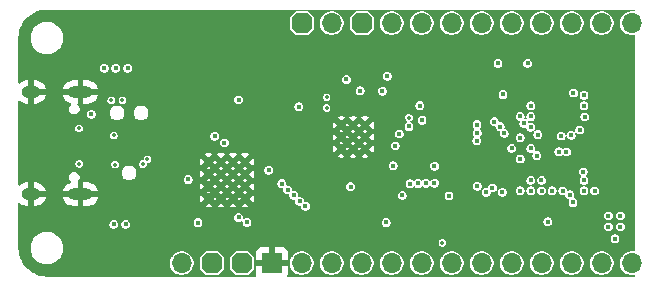
<source format=gbr>
%TF.GenerationSoftware,KiCad,Pcbnew,9.0.0-rc2-3baa6cd791~182~ubuntu24.04.1*%
%TF.CreationDate,2025-02-03T21:50:49-05:00*%
%TF.ProjectId,RoyalBlue54L-Feather,526f7961-6c42-46c7-9565-35344c2d4665,rev?*%
%TF.SameCoordinates,Original*%
%TF.FileFunction,Copper,L2,Inr*%
%TF.FilePolarity,Positive*%
%FSLAX46Y46*%
G04 Gerber Fmt 4.6, Leading zero omitted, Abs format (unit mm)*
G04 Created by KiCad (PCBNEW 9.0.0-rc2-3baa6cd791~182~ubuntu24.04.1) date 2025-02-03 21:50:49*
%MOMM*%
%LPD*%
G01*
G04 APERTURE LIST*
G04 Aperture macros list*
%AMOutline5P*
0 Free polygon, 5 corners , with rotation*
0 The origin of the aperture is its center*
0 number of corners: always 5*
0 $1 to $10 corner X, Y*
0 $11 Rotation angle, in degrees counterclockwise*
0 create outline with 5 corners*
4,1,5,$1,$2,$3,$4,$5,$6,$7,$8,$9,$10,$1,$2,$11*%
%AMOutline6P*
0 Free polygon, 6 corners , with rotation*
0 The origin of the aperture is its center*
0 number of corners: always 6*
0 $1 to $12 corner X, Y*
0 $13 Rotation angle, in degrees counterclockwise*
0 create outline with 6 corners*
4,1,6,$1,$2,$3,$4,$5,$6,$7,$8,$9,$10,$11,$12,$1,$2,$13*%
%AMOutline7P*
0 Free polygon, 7 corners , with rotation*
0 The origin of the aperture is its center*
0 number of corners: always 7*
0 $1 to $14 corner X, Y*
0 $15 Rotation angle, in degrees counterclockwise*
0 create outline with 7 corners*
4,1,7,$1,$2,$3,$4,$5,$6,$7,$8,$9,$10,$11,$12,$13,$14,$1,$2,$15*%
%AMOutline8P*
0 Free polygon, 8 corners , with rotation*
0 The origin of the aperture is its center*
0 number of corners: always 8*
0 $1 to $16 corner X, Y*
0 $17 Rotation angle, in degrees counterclockwise*
0 create outline with 8 corners*
4,1,8,$1,$2,$3,$4,$5,$6,$7,$8,$9,$10,$11,$12,$13,$14,$15,$16,$1,$2,$17*%
G04 Aperture macros list end*
%TA.AperFunction,HeatsinkPad*%
%ADD10C,0.500000*%
%TD*%
%TA.AperFunction,ComponentPad*%
%ADD11O,2.100000X1.000000*%
%TD*%
%TA.AperFunction,ComponentPad*%
%ADD12O,1.600000X1.000000*%
%TD*%
%TA.AperFunction,ComponentPad*%
%ADD13O,1.700000X1.700000*%
%TD*%
%TA.AperFunction,ComponentPad*%
%ADD14Outline8P,-0.850000X0.425000X-0.425000X0.850000X0.425000X0.850000X0.850000X0.425000X0.850000X-0.425000X0.425000X-0.850000X-0.425000X-0.850000X-0.850000X-0.425000X270.000000*%
%TD*%
%TA.AperFunction,ComponentPad*%
%ADD15R,1.700000X1.700000*%
%TD*%
%TA.AperFunction,ViaPad*%
%ADD16C,0.450000*%
%TD*%
%TA.AperFunction,ViaPad*%
%ADD17C,0.350000*%
%TD*%
G04 APERTURE END LIST*
D10*
%TO.N,GND*%
%TO.C,U2*%
X93520000Y-44930000D03*
X94520000Y-44930000D03*
X95520000Y-44930000D03*
X93520000Y-43930000D03*
X94520000Y-43930000D03*
X95520000Y-43930000D03*
X93520000Y-42930000D03*
X94520000Y-42930000D03*
X95520000Y-42930000D03*
%TD*%
D11*
%TO.N,GND*%
%TO.C,J3*%
X71430000Y-40130000D03*
D12*
X67250000Y-40130000D03*
D11*
X71430000Y-48770000D03*
D12*
X67250000Y-48770000D03*
%TD*%
D10*
%TO.N,GND*%
%TO.C,U5*%
X85370000Y-49150000D03*
X85370000Y-48116667D03*
X85370000Y-47083333D03*
X85370000Y-46050000D03*
X84336667Y-49150000D03*
X84336667Y-48116667D03*
X84336667Y-47083333D03*
X84336667Y-46050000D03*
X83303333Y-49150000D03*
X83303333Y-48116667D03*
X83303333Y-47083333D03*
X83303333Y-46050000D03*
X82270000Y-49150000D03*
X82270000Y-48116667D03*
X82270000Y-47083333D03*
X82270000Y-46050000D03*
%TD*%
D13*
%TO.N,/Debugger/SWD_TRG.~{RESET}*%
%TO.C,J1*%
X80010000Y-54610000D03*
D14*
%TO.N,VDD*%
X82550000Y-54610000D03*
X85090000Y-54610000D03*
D15*
%TO.N,GND*%
X87630000Y-54610000D03*
D13*
%TO.N,/Connectors/ANALOG.A0*%
X90170000Y-54610000D03*
%TO.N,/Connectors/ANALOG.A1*%
X92710000Y-54610000D03*
%TO.N,/Connectors/ANALOG.A2*%
X95250000Y-54610000D03*
%TO.N,/Connectors/ANALOG.A3*%
X97790000Y-54610000D03*
%TO.N,/Connectors/ANALOG.A4*%
X100330000Y-54610000D03*
%TO.N,/Connectors/ANALOG.A5*%
X102870000Y-54610000D03*
%TO.N,/Connectors/SPI.SCK*%
X105410000Y-54610000D03*
%TO.N,/Connectors/SPI.MOSI*%
X107950000Y-54610000D03*
%TO.N,/Connectors/SPI.MISO*%
X110490000Y-54610000D03*
%TO.N,/Connectors/UART.RX*%
X113030000Y-54610000D03*
%TO.N,/Connectors/UART.TX*%
X115570000Y-54610000D03*
%TO.N,/Connectors/SHPHLD*%
X118110000Y-54610000D03*
%TD*%
D14*
%TO.N,+BATT*%
%TO.C,J2*%
X90170000Y-34290000D03*
D13*
%TO.N,/Connectors/ENABLE*%
X92710000Y-34290000D03*
D14*
%TO.N,VBUS*%
X95250000Y-34290000D03*
D13*
%TO.N,/Connectors/DIG.D13*%
X97790000Y-34290000D03*
%TO.N,/Connectors/DIG.D12*%
X100330000Y-34290000D03*
%TO.N,/Connectors/DIG.D11*%
X102870000Y-34290000D03*
%TO.N,/Connectors/DIG.D10*%
X105410000Y-34290000D03*
%TO.N,/Connectors/DIG.D9*%
X107950000Y-34290000D03*
%TO.N,/Connectors/DIG.D6*%
X110490000Y-34290000D03*
%TO.N,/Connectors/DIG.D5*%
X113030000Y-34290000D03*
%TO.N,/Connectors/I2C.SCL*%
X115570000Y-34290000D03*
%TO.N,/Connectors/I2C.SDA*%
X118110000Y-34290000D03*
%TD*%
D16*
%TO.N,GND*%
X105600000Y-44575000D03*
X111045000Y-49230000D03*
X86490000Y-51160000D03*
X101130000Y-41280000D03*
X69000000Y-44000000D03*
X87380000Y-50480000D03*
X98140000Y-41250000D03*
X67000000Y-44000000D03*
X115860000Y-43100000D03*
X69000000Y-48000000D03*
X82820000Y-40778000D03*
X107200000Y-39380000D03*
X102890000Y-46435000D03*
X72345000Y-47700000D03*
X94000000Y-50400000D03*
D17*
X103310000Y-41240000D03*
X110500000Y-44880000D03*
D16*
X76430000Y-38103000D03*
X115860000Y-41300000D03*
X102140000Y-44390000D03*
X108660000Y-40400000D03*
X76000000Y-36000000D03*
X67000000Y-42000000D03*
X105819468Y-45475000D03*
X83000000Y-38000000D03*
D17*
X90240000Y-38150000D03*
D16*
X74000000Y-36000000D03*
X79180000Y-48970000D03*
X110460000Y-41300000D03*
X94000000Y-49600000D03*
X91820000Y-37515000D03*
X76870000Y-48290000D03*
X112890000Y-46980000D03*
X69000000Y-50000000D03*
X87380000Y-47710000D03*
D17*
X88890000Y-47060000D03*
D16*
X69000000Y-42000000D03*
X95520000Y-37515000D03*
X78080000Y-50370000D03*
X69000000Y-46000000D03*
X110320000Y-46700000D03*
X76000000Y-34000000D03*
D17*
X90000000Y-51500000D03*
D16*
X74000000Y-34000000D03*
X97300000Y-49600000D03*
X98535000Y-40060000D03*
X92005000Y-48140000D03*
X87380000Y-44930000D03*
X93950000Y-37515000D03*
D17*
X102070000Y-38140000D03*
X117880000Y-45080000D03*
D16*
X67000000Y-46000000D03*
X105000000Y-41930000D03*
X86820000Y-44040000D03*
X72000000Y-52000000D03*
X97670000Y-48130000D03*
X107150000Y-49570000D03*
X78760000Y-47210000D03*
D17*
X109500000Y-51100000D03*
D16*
X101390000Y-42345000D03*
X72345000Y-41200000D03*
X114900000Y-51120000D03*
X115860000Y-44900000D03*
X115860000Y-40400000D03*
D17*
X80200000Y-45200000D03*
D16*
X117160000Y-36800000D03*
X79240000Y-46250000D03*
X102890000Y-42345000D03*
D17*
X102600000Y-50800000D03*
D16*
X109290000Y-49120000D03*
X108660000Y-41300000D03*
X98080000Y-45640000D03*
X80420000Y-51180000D03*
X115860000Y-44000000D03*
X72000000Y-50000000D03*
D17*
X74400000Y-44950000D03*
D16*
X116530000Y-37350000D03*
X83000000Y-35000000D03*
D17*
X74750000Y-53990000D03*
X89500000Y-52100000D03*
D16*
X104790000Y-51070000D03*
X97395000Y-37825000D03*
X78150000Y-51530000D03*
X81850000Y-43870000D03*
X100650000Y-37825000D03*
%TO.N,/Debugger/USB.VBUS*%
X72345000Y-42000000D03*
X93950000Y-39065000D03*
%TO.N,/Debugger/nRF52_VDD*%
X100350000Y-42510000D03*
X85530000Y-51160000D03*
X81380000Y-51180000D03*
D17*
X74350000Y-46280000D03*
D16*
X87380000Y-46750000D03*
X100170000Y-41280000D03*
X82810000Y-43870000D03*
X101400000Y-46410000D03*
%TO.N,/Connectors/ANALOG.A3*%
X108660000Y-45800000D03*
%TO.N,/Connectors/SPI.SCK*%
X106304035Y-48239445D03*
%TO.N,/Connectors/ANALOG.A1*%
X109560000Y-44900000D03*
%TO.N,/Connectors/SPI.MISO*%
X106960000Y-43060000D03*
X108660000Y-48500000D03*
%TO.N,/Connectors/UART.RX*%
X114060000Y-40400000D03*
X105015565Y-43594999D03*
%TO.N,/Connectors/ANALOG.A2*%
X107930000Y-44900000D03*
D17*
%TO.N,/Connectors/SHPHLD*%
X99240000Y-42300000D03*
X102070000Y-52890000D03*
D16*
%TO.N,/Connectors/ANALOG.A4*%
X112120000Y-43860000D03*
X113170000Y-40210000D03*
%TO.N,/Connectors/SPI.MOSI*%
X105770000Y-48610000D03*
X109560000Y-47600000D03*
%TO.N,+BATT*%
X84820000Y-40778000D03*
X96985000Y-40060000D03*
%TO.N,/Connectors/ANALOG.A5*%
X112970000Y-43780000D03*
%TO.N,/Connectors/ANALOG.A0*%
X108660000Y-44000000D03*
%TO.N,/Connectors/UART.TX*%
X104996662Y-44244726D03*
X114120000Y-42230000D03*
%TO.N,/Connectors/ENABLE*%
X97902892Y-46380000D03*
%TO.N,/Connectors/DIG.D11*%
X114000000Y-46880000D03*
%TO.N,/Connectors/DIG.D9*%
X112260000Y-48500000D03*
%TO.N,/Connectors/I2C.SDA*%
X114060000Y-41300000D03*
X74430000Y-38103000D03*
%TO.N,/Connectors/I2C.SCL*%
X73430000Y-38103000D03*
X110066446Y-45506446D03*
%TO.N,/Connectors/DIG.D12*%
X112578446Y-45200524D03*
%TO.N,/Connectors/DIG.D6*%
X112860000Y-48840000D03*
%TO.N,/Connectors/DIG.D13*%
X111928554Y-45188554D03*
%TO.N,VDD*%
X107150000Y-48610000D03*
X117150000Y-50600000D03*
X107200000Y-40340000D03*
X98080000Y-44680000D03*
X75430000Y-38103000D03*
X105000000Y-42890000D03*
D17*
X74043416Y-40825058D03*
D16*
X117150000Y-51540000D03*
X109560000Y-42200000D03*
D17*
X74983416Y-40825058D03*
D16*
X97395000Y-38785000D03*
X109560000Y-41300000D03*
%TO.N,/Connectors/DIG.D10*%
X111360000Y-48500000D03*
D17*
%TO.N,/Debugger/USB.CC2*%
X92270000Y-41480000D03*
X71325000Y-46200000D03*
%TO.N,/Debugger/USB.CC1*%
X92270000Y-40560000D03*
X71300000Y-43200000D03*
D16*
%TO.N,/nPM1300/VSYS*%
X89920000Y-41370000D03*
X94300000Y-48140000D03*
X95105000Y-40035000D03*
%TO.N,/nPM1300/NPM1300.SCL*%
X116130000Y-51540000D03*
X99241405Y-43043512D03*
%TO.N,Net-(U1-P1.01{slash}XL2)*%
X108660000Y-42200000D03*
X106780000Y-37700000D03*
%TO.N,/nPM1300/NPM1300.SDA*%
X116130000Y-50600000D03*
X98420000Y-43680000D03*
%TO.N,Net-(U1-P1.00{slash}XL1)*%
X109280000Y-37700000D03*
X109560000Y-43100000D03*
%TO.N,/Debugger/SWD_TRG.~{RESET}*%
X105012847Y-48102847D03*
X113694293Y-43344293D03*
X102629293Y-48929293D03*
%TO.N,Net-(D1-A)*%
X110470000Y-48490000D03*
X111002500Y-51120000D03*
%TO.N,Net-(U5-DEC4)*%
X84820000Y-50750000D03*
X80549447Y-47529970D03*
D17*
%TO.N,Net-(J8-SWDIO)*%
X76710000Y-46230000D03*
D16*
%TO.N,/Debugger/SWD_TRG.SWDIO*%
X113130000Y-49480000D03*
X114060000Y-47600000D03*
%TO.N,Net-(J8-~{RESET})*%
X83620000Y-44420000D03*
D17*
X74260000Y-43810000D03*
%TO.N,Net-(J8-SWCLK)*%
X77100000Y-45820000D03*
D16*
%TO.N,/nPM1300/NPM1300.INT*%
X116690000Y-52550000D03*
X114960000Y-48500000D03*
%TO.N,/nRF54L15/~{CS}_FLASH*%
X109560000Y-48500000D03*
X107300000Y-43620000D03*
%TO.N,Net-(JP1-A)*%
X97310000Y-51175000D03*
%TO.N,Net-(J6-Pin_4)*%
X110160000Y-43730000D03*
X75250000Y-51325000D03*
%TO.N,Net-(J6-Pin_2)*%
X108970553Y-42771016D03*
X74250000Y-51325000D03*
%TO.N,/nRF54L15/D2_FLASH*%
X110460000Y-47600000D03*
X106470046Y-42632861D03*
%TO.N,/Debugger/TRG_SWDCLK_NRF52*%
X90480000Y-49790347D03*
X101400000Y-47850000D03*
%TO.N,/Debugger/UART_TX_NRF52*%
X88980000Y-48420000D03*
X99329916Y-47890654D03*
%TO.N,/Debugger/TRG_SWDIO_NRF52*%
X89980000Y-49370000D03*
X100680000Y-47860000D03*
%TO.N,/Debugger/UART_RX_NRF52*%
X98680000Y-48870000D03*
X88480000Y-47880000D03*
%TO.N,/Debugger/TRG_~{RESET}_NRF52*%
X100013185Y-47866815D03*
X89480000Y-48860000D03*
%TO.N,/Debugger/SWD_TRG.SWDCLK*%
X114060000Y-48500000D03*
%TD*%
%TA.AperFunction,Conductor*%
%TO.N,GND*%
G36*
X118341694Y-33165806D02*
G01*
X118360000Y-33210000D01*
X118360000Y-33243470D01*
X118341694Y-33287664D01*
X118297500Y-33305970D01*
X118285307Y-33304769D01*
X118208541Y-33289500D01*
X118011459Y-33289500D01*
X117818166Y-33327948D01*
X117636084Y-33403369D01*
X117472218Y-33512860D01*
X117332860Y-33652218D01*
X117232339Y-33802660D01*
X117223368Y-33816086D01*
X117206282Y-33857334D01*
X117147948Y-33998166D01*
X117109500Y-34191458D01*
X117109500Y-34388541D01*
X117147948Y-34581833D01*
X117147949Y-34581835D01*
X117223368Y-34763914D01*
X117332861Y-34927782D01*
X117472218Y-35067139D01*
X117636086Y-35176632D01*
X117818165Y-35252051D01*
X118011459Y-35290500D01*
X118208540Y-35290500D01*
X118208541Y-35290500D01*
X118285309Y-35275229D01*
X118332222Y-35284561D01*
X118358799Y-35324334D01*
X118360000Y-35336528D01*
X118360000Y-53563470D01*
X118341694Y-53607664D01*
X118297500Y-53625970D01*
X118285307Y-53624769D01*
X118208541Y-53609500D01*
X118011459Y-53609500D01*
X117818166Y-53647948D01*
X117636084Y-53723369D01*
X117472218Y-53832860D01*
X117332860Y-53972218D01*
X117240798Y-54110000D01*
X117223368Y-54136086D01*
X117220059Y-54144075D01*
X117147948Y-54318166D01*
X117109500Y-54511458D01*
X117109500Y-54708541D01*
X117147948Y-54901833D01*
X117147949Y-54901835D01*
X117223368Y-55083914D01*
X117332861Y-55247782D01*
X117472218Y-55387139D01*
X117636086Y-55496632D01*
X117818165Y-55572051D01*
X118011459Y-55610500D01*
X118208540Y-55610500D01*
X118208541Y-55610500D01*
X118285309Y-55595229D01*
X118332222Y-55604561D01*
X118358799Y-55644334D01*
X118360000Y-55656528D01*
X118360000Y-55690000D01*
X118341694Y-55734194D01*
X118297500Y-55752500D01*
X88994568Y-55752500D01*
X88950374Y-55734194D01*
X88932068Y-55690000D01*
X88936009Y-55668159D01*
X88973597Y-55567379D01*
X88979999Y-55507835D01*
X88980000Y-55507822D01*
X88980000Y-54860000D01*
X88063012Y-54860000D01*
X88095925Y-54802993D01*
X88130000Y-54675826D01*
X88130000Y-54544174D01*
X88121234Y-54511458D01*
X89169500Y-54511458D01*
X89169500Y-54708541D01*
X89207948Y-54901833D01*
X89207949Y-54901835D01*
X89283368Y-55083914D01*
X89392861Y-55247782D01*
X89532218Y-55387139D01*
X89696086Y-55496632D01*
X89878165Y-55572051D01*
X90071459Y-55610500D01*
X90268541Y-55610500D01*
X90461835Y-55572051D01*
X90643914Y-55496632D01*
X90807782Y-55387139D01*
X90947139Y-55247782D01*
X91056632Y-55083914D01*
X91132051Y-54901835D01*
X91170500Y-54708541D01*
X91170500Y-54511459D01*
X91170500Y-54511458D01*
X91709500Y-54511458D01*
X91709500Y-54708541D01*
X91747948Y-54901833D01*
X91747949Y-54901835D01*
X91823368Y-55083914D01*
X91932861Y-55247782D01*
X92072218Y-55387139D01*
X92236086Y-55496632D01*
X92418165Y-55572051D01*
X92611459Y-55610500D01*
X92808541Y-55610500D01*
X93001835Y-55572051D01*
X93183914Y-55496632D01*
X93347782Y-55387139D01*
X93487139Y-55247782D01*
X93596632Y-55083914D01*
X93672051Y-54901835D01*
X93710500Y-54708541D01*
X93710500Y-54511459D01*
X93710500Y-54511458D01*
X94249500Y-54511458D01*
X94249500Y-54708541D01*
X94287948Y-54901833D01*
X94287949Y-54901835D01*
X94363368Y-55083914D01*
X94472861Y-55247782D01*
X94612218Y-55387139D01*
X94776086Y-55496632D01*
X94958165Y-55572051D01*
X95151459Y-55610500D01*
X95348541Y-55610500D01*
X95541835Y-55572051D01*
X95723914Y-55496632D01*
X95887782Y-55387139D01*
X96027139Y-55247782D01*
X96136632Y-55083914D01*
X96212051Y-54901835D01*
X96250500Y-54708541D01*
X96250500Y-54511459D01*
X96250500Y-54511458D01*
X96789500Y-54511458D01*
X96789500Y-54708541D01*
X96827948Y-54901833D01*
X96827949Y-54901835D01*
X96903368Y-55083914D01*
X97012861Y-55247782D01*
X97152218Y-55387139D01*
X97316086Y-55496632D01*
X97498165Y-55572051D01*
X97691459Y-55610500D01*
X97888541Y-55610500D01*
X98081835Y-55572051D01*
X98263914Y-55496632D01*
X98427782Y-55387139D01*
X98567139Y-55247782D01*
X98676632Y-55083914D01*
X98752051Y-54901835D01*
X98790500Y-54708541D01*
X98790500Y-54511459D01*
X98790500Y-54511458D01*
X99329500Y-54511458D01*
X99329500Y-54708541D01*
X99367948Y-54901833D01*
X99367949Y-54901835D01*
X99443368Y-55083914D01*
X99552861Y-55247782D01*
X99692218Y-55387139D01*
X99856086Y-55496632D01*
X100038165Y-55572051D01*
X100231459Y-55610500D01*
X100428541Y-55610500D01*
X100621835Y-55572051D01*
X100803914Y-55496632D01*
X100967782Y-55387139D01*
X101107139Y-55247782D01*
X101216632Y-55083914D01*
X101292051Y-54901835D01*
X101330500Y-54708541D01*
X101330500Y-54511459D01*
X101330500Y-54511458D01*
X101869500Y-54511458D01*
X101869500Y-54708541D01*
X101907948Y-54901833D01*
X101907949Y-54901835D01*
X101983368Y-55083914D01*
X102092861Y-55247782D01*
X102232218Y-55387139D01*
X102396086Y-55496632D01*
X102578165Y-55572051D01*
X102771459Y-55610500D01*
X102968541Y-55610500D01*
X103161835Y-55572051D01*
X103343914Y-55496632D01*
X103507782Y-55387139D01*
X103647139Y-55247782D01*
X103756632Y-55083914D01*
X103832051Y-54901835D01*
X103870500Y-54708541D01*
X103870500Y-54511459D01*
X103870500Y-54511458D01*
X104409500Y-54511458D01*
X104409500Y-54708541D01*
X104447948Y-54901833D01*
X104447949Y-54901835D01*
X104523368Y-55083914D01*
X104632861Y-55247782D01*
X104772218Y-55387139D01*
X104936086Y-55496632D01*
X105118165Y-55572051D01*
X105311459Y-55610500D01*
X105508541Y-55610500D01*
X105701835Y-55572051D01*
X105883914Y-55496632D01*
X106047782Y-55387139D01*
X106187139Y-55247782D01*
X106296632Y-55083914D01*
X106372051Y-54901835D01*
X106410500Y-54708541D01*
X106410500Y-54511459D01*
X106410500Y-54511458D01*
X106949500Y-54511458D01*
X106949500Y-54708541D01*
X106987948Y-54901833D01*
X106987949Y-54901835D01*
X107063368Y-55083914D01*
X107172861Y-55247782D01*
X107312218Y-55387139D01*
X107476086Y-55496632D01*
X107658165Y-55572051D01*
X107851459Y-55610500D01*
X108048541Y-55610500D01*
X108241835Y-55572051D01*
X108423914Y-55496632D01*
X108587782Y-55387139D01*
X108727139Y-55247782D01*
X108836632Y-55083914D01*
X108912051Y-54901835D01*
X108950500Y-54708541D01*
X108950500Y-54511459D01*
X108950500Y-54511458D01*
X109489500Y-54511458D01*
X109489500Y-54708541D01*
X109527948Y-54901833D01*
X109527949Y-54901835D01*
X109603368Y-55083914D01*
X109712861Y-55247782D01*
X109852218Y-55387139D01*
X110016086Y-55496632D01*
X110198165Y-55572051D01*
X110391459Y-55610500D01*
X110588541Y-55610500D01*
X110781835Y-55572051D01*
X110963914Y-55496632D01*
X111127782Y-55387139D01*
X111267139Y-55247782D01*
X111376632Y-55083914D01*
X111452051Y-54901835D01*
X111490500Y-54708541D01*
X111490500Y-54511459D01*
X111490500Y-54511458D01*
X112029500Y-54511458D01*
X112029500Y-54708541D01*
X112067948Y-54901833D01*
X112067949Y-54901835D01*
X112143368Y-55083914D01*
X112252861Y-55247782D01*
X112392218Y-55387139D01*
X112556086Y-55496632D01*
X112738165Y-55572051D01*
X112931459Y-55610500D01*
X113128541Y-55610500D01*
X113321835Y-55572051D01*
X113503914Y-55496632D01*
X113667782Y-55387139D01*
X113807139Y-55247782D01*
X113916632Y-55083914D01*
X113992051Y-54901835D01*
X114030500Y-54708541D01*
X114030500Y-54511459D01*
X114030500Y-54511458D01*
X114569500Y-54511458D01*
X114569500Y-54708541D01*
X114607948Y-54901833D01*
X114607949Y-54901835D01*
X114683368Y-55083914D01*
X114792861Y-55247782D01*
X114932218Y-55387139D01*
X115096086Y-55496632D01*
X115278165Y-55572051D01*
X115471459Y-55610500D01*
X115668541Y-55610500D01*
X115861835Y-55572051D01*
X116043914Y-55496632D01*
X116207782Y-55387139D01*
X116347139Y-55247782D01*
X116456632Y-55083914D01*
X116532051Y-54901835D01*
X116570500Y-54708541D01*
X116570500Y-54511459D01*
X116532051Y-54318165D01*
X116456632Y-54136086D01*
X116347139Y-53972218D01*
X116207782Y-53832861D01*
X116043914Y-53723368D01*
X115903083Y-53665034D01*
X115861833Y-53647948D01*
X115668541Y-53609500D01*
X115471459Y-53609500D01*
X115278166Y-53647948D01*
X115096084Y-53723369D01*
X114932218Y-53832860D01*
X114792860Y-53972218D01*
X114700798Y-54110000D01*
X114683368Y-54136086D01*
X114680059Y-54144075D01*
X114607948Y-54318166D01*
X114569500Y-54511458D01*
X114030500Y-54511458D01*
X113992051Y-54318165D01*
X113916632Y-54136086D01*
X113807139Y-53972218D01*
X113667782Y-53832861D01*
X113503914Y-53723368D01*
X113363083Y-53665034D01*
X113321833Y-53647948D01*
X113128541Y-53609500D01*
X112931459Y-53609500D01*
X112738166Y-53647948D01*
X112556084Y-53723369D01*
X112392218Y-53832860D01*
X112252860Y-53972218D01*
X112160798Y-54110000D01*
X112143368Y-54136086D01*
X112140059Y-54144075D01*
X112067948Y-54318166D01*
X112029500Y-54511458D01*
X111490500Y-54511458D01*
X111452051Y-54318165D01*
X111376632Y-54136086D01*
X111267139Y-53972218D01*
X111127782Y-53832861D01*
X110963914Y-53723368D01*
X110823083Y-53665034D01*
X110781833Y-53647948D01*
X110588541Y-53609500D01*
X110391459Y-53609500D01*
X110198166Y-53647948D01*
X110016084Y-53723369D01*
X109852218Y-53832860D01*
X109712860Y-53972218D01*
X109620798Y-54110000D01*
X109603368Y-54136086D01*
X109600059Y-54144075D01*
X109527948Y-54318166D01*
X109489500Y-54511458D01*
X108950500Y-54511458D01*
X108912051Y-54318165D01*
X108836632Y-54136086D01*
X108727139Y-53972218D01*
X108587782Y-53832861D01*
X108423914Y-53723368D01*
X108283083Y-53665034D01*
X108241833Y-53647948D01*
X108048541Y-53609500D01*
X107851459Y-53609500D01*
X107658166Y-53647948D01*
X107476084Y-53723369D01*
X107312218Y-53832860D01*
X107172860Y-53972218D01*
X107080798Y-54110000D01*
X107063368Y-54136086D01*
X107060059Y-54144075D01*
X106987948Y-54318166D01*
X106949500Y-54511458D01*
X106410500Y-54511458D01*
X106372051Y-54318165D01*
X106296632Y-54136086D01*
X106187139Y-53972218D01*
X106047782Y-53832861D01*
X105883914Y-53723368D01*
X105743083Y-53665034D01*
X105701833Y-53647948D01*
X105508541Y-53609500D01*
X105311459Y-53609500D01*
X105118166Y-53647948D01*
X104936084Y-53723369D01*
X104772218Y-53832860D01*
X104632860Y-53972218D01*
X104540798Y-54110000D01*
X104523368Y-54136086D01*
X104520059Y-54144075D01*
X104447948Y-54318166D01*
X104409500Y-54511458D01*
X103870500Y-54511458D01*
X103832051Y-54318165D01*
X103756632Y-54136086D01*
X103647139Y-53972218D01*
X103507782Y-53832861D01*
X103343914Y-53723368D01*
X103203083Y-53665034D01*
X103161833Y-53647948D01*
X102968541Y-53609500D01*
X102771459Y-53609500D01*
X102578166Y-53647948D01*
X102396084Y-53723369D01*
X102232218Y-53832860D01*
X102092860Y-53972218D01*
X102000798Y-54110000D01*
X101983368Y-54136086D01*
X101980059Y-54144075D01*
X101907948Y-54318166D01*
X101869500Y-54511458D01*
X101330500Y-54511458D01*
X101292051Y-54318165D01*
X101216632Y-54136086D01*
X101107139Y-53972218D01*
X100967782Y-53832861D01*
X100803914Y-53723368D01*
X100663083Y-53665034D01*
X100621833Y-53647948D01*
X100428541Y-53609500D01*
X100231459Y-53609500D01*
X100038166Y-53647948D01*
X99856084Y-53723369D01*
X99692218Y-53832860D01*
X99552860Y-53972218D01*
X99460798Y-54110000D01*
X99443368Y-54136086D01*
X99440059Y-54144075D01*
X99367948Y-54318166D01*
X99329500Y-54511458D01*
X98790500Y-54511458D01*
X98752051Y-54318165D01*
X98676632Y-54136086D01*
X98567139Y-53972218D01*
X98427782Y-53832861D01*
X98263914Y-53723368D01*
X98123083Y-53665034D01*
X98081833Y-53647948D01*
X97888541Y-53609500D01*
X97691459Y-53609500D01*
X97498166Y-53647948D01*
X97316084Y-53723369D01*
X97152218Y-53832860D01*
X97012860Y-53972218D01*
X96920798Y-54110000D01*
X96903368Y-54136086D01*
X96900059Y-54144075D01*
X96827948Y-54318166D01*
X96789500Y-54511458D01*
X96250500Y-54511458D01*
X96212051Y-54318165D01*
X96136632Y-54136086D01*
X96027139Y-53972218D01*
X95887782Y-53832861D01*
X95723914Y-53723368D01*
X95583083Y-53665034D01*
X95541833Y-53647948D01*
X95348541Y-53609500D01*
X95151459Y-53609500D01*
X94958166Y-53647948D01*
X94776084Y-53723369D01*
X94612218Y-53832860D01*
X94472860Y-53972218D01*
X94380798Y-54110000D01*
X94363368Y-54136086D01*
X94360059Y-54144075D01*
X94287948Y-54318166D01*
X94249500Y-54511458D01*
X93710500Y-54511458D01*
X93672051Y-54318165D01*
X93596632Y-54136086D01*
X93487139Y-53972218D01*
X93347782Y-53832861D01*
X93183914Y-53723368D01*
X93043083Y-53665034D01*
X93001833Y-53647948D01*
X92808541Y-53609500D01*
X92611459Y-53609500D01*
X92418166Y-53647948D01*
X92236084Y-53723369D01*
X92072218Y-53832860D01*
X91932860Y-53972218D01*
X91840798Y-54110000D01*
X91823368Y-54136086D01*
X91820059Y-54144075D01*
X91747948Y-54318166D01*
X91709500Y-54511458D01*
X91170500Y-54511458D01*
X91132051Y-54318165D01*
X91056632Y-54136086D01*
X90947139Y-53972218D01*
X90807782Y-53832861D01*
X90643914Y-53723368D01*
X90503083Y-53665034D01*
X90461833Y-53647948D01*
X90268541Y-53609500D01*
X90071459Y-53609500D01*
X89878166Y-53647948D01*
X89696084Y-53723369D01*
X89532218Y-53832860D01*
X89392860Y-53972218D01*
X89300798Y-54110000D01*
X89283368Y-54136086D01*
X89280059Y-54144075D01*
X89207948Y-54318166D01*
X89169500Y-54511458D01*
X88121234Y-54511458D01*
X88095925Y-54417007D01*
X88063012Y-54360000D01*
X88980000Y-54360000D01*
X88980000Y-53712177D01*
X88979999Y-53712164D01*
X88973597Y-53652622D01*
X88923352Y-53517908D01*
X88923350Y-53517905D01*
X88837191Y-53402813D01*
X88837186Y-53402808D01*
X88722094Y-53316649D01*
X88722091Y-53316647D01*
X88587377Y-53266402D01*
X88527835Y-53260000D01*
X87880000Y-53260000D01*
X87880000Y-54176988D01*
X87822993Y-54144075D01*
X87695826Y-54110000D01*
X87564174Y-54110000D01*
X87437007Y-54144075D01*
X87380000Y-54176988D01*
X87380000Y-53260000D01*
X86732164Y-53260000D01*
X86672622Y-53266402D01*
X86537908Y-53316647D01*
X86537905Y-53316649D01*
X86422813Y-53402808D01*
X86422808Y-53402813D01*
X86336649Y-53517905D01*
X86336647Y-53517908D01*
X86286402Y-53652622D01*
X86280000Y-53712164D01*
X86280000Y-54360000D01*
X87196988Y-54360000D01*
X87164075Y-54417007D01*
X87130000Y-54544174D01*
X87130000Y-54675826D01*
X87164075Y-54802993D01*
X87196988Y-54860000D01*
X86280000Y-54860000D01*
X86280000Y-55507835D01*
X86286402Y-55567379D01*
X86323991Y-55668159D01*
X86322284Y-55715964D01*
X86287273Y-55748559D01*
X86265432Y-55752500D01*
X68581889Y-55752500D01*
X68578115Y-55752386D01*
X68292976Y-55735138D01*
X68285484Y-55734228D01*
X68006371Y-55683078D01*
X67999043Y-55681272D01*
X67728128Y-55596852D01*
X67721071Y-55594176D01*
X67462299Y-55477713D01*
X67455616Y-55474205D01*
X67212780Y-55327405D01*
X67206569Y-55323118D01*
X66983190Y-55148111D01*
X66977541Y-55143106D01*
X66776893Y-54942458D01*
X66771888Y-54936809D01*
X66596881Y-54713430D01*
X66592594Y-54707219D01*
X66478294Y-54518144D01*
X66445791Y-54464377D01*
X66442289Y-54457707D01*
X66325822Y-54198927D01*
X66323147Y-54191871D01*
X66301580Y-54122661D01*
X66238727Y-53920956D01*
X66236921Y-53913628D01*
X66207795Y-53754692D01*
X66185769Y-53634503D01*
X66184862Y-53627034D01*
X66167614Y-53341883D01*
X66167500Y-53338110D01*
X66167500Y-53231588D01*
X67202500Y-53231588D01*
X67202500Y-53448412D01*
X67231975Y-53634515D01*
X67236419Y-53662570D01*
X67303419Y-53868775D01*
X67303420Y-53868778D01*
X67356126Y-53972218D01*
X67401856Y-54061968D01*
X67529301Y-54237381D01*
X67529304Y-54237384D01*
X67529307Y-54237388D01*
X67682611Y-54390692D01*
X67682614Y-54390694D01*
X67682619Y-54390699D01*
X67858032Y-54518144D01*
X68051223Y-54616580D01*
X68257435Y-54683582D01*
X68471588Y-54717500D01*
X68471590Y-54717500D01*
X68688410Y-54717500D01*
X68688412Y-54717500D01*
X68902565Y-54683582D01*
X69108777Y-54616580D01*
X69301968Y-54518144D01*
X69311170Y-54511458D01*
X79009500Y-54511458D01*
X79009500Y-54708541D01*
X79047948Y-54901833D01*
X79047949Y-54901835D01*
X79123368Y-55083914D01*
X79232861Y-55247782D01*
X79372218Y-55387139D01*
X79536086Y-55496632D01*
X79718165Y-55572051D01*
X79911459Y-55610500D01*
X80108541Y-55610500D01*
X80301835Y-55572051D01*
X80483914Y-55496632D01*
X80647782Y-55387139D01*
X80787139Y-55247782D01*
X80896632Y-55083914D01*
X80972051Y-54901835D01*
X81010500Y-54708541D01*
X81010500Y-54511459D01*
X80972051Y-54318165D01*
X80896632Y-54136086D01*
X80887661Y-54122660D01*
X81549500Y-54122660D01*
X81549500Y-54122661D01*
X81549500Y-55097340D01*
X82062661Y-55610500D01*
X83037340Y-55610500D01*
X83550500Y-55097339D01*
X83550500Y-54122660D01*
X84089500Y-54122660D01*
X84089500Y-54122661D01*
X84089500Y-55097340D01*
X84602661Y-55610500D01*
X85577340Y-55610500D01*
X86090500Y-55097339D01*
X86090500Y-54122660D01*
X85940058Y-53972218D01*
X85577339Y-53609500D01*
X84602660Y-53609500D01*
X84089500Y-54122660D01*
X83550500Y-54122660D01*
X83037339Y-53609500D01*
X82062660Y-53609500D01*
X81549500Y-54122660D01*
X80887661Y-54122660D01*
X80787139Y-53972218D01*
X80647782Y-53832861D01*
X80483914Y-53723368D01*
X80343083Y-53665034D01*
X80301833Y-53647948D01*
X80108541Y-53609500D01*
X79911459Y-53609500D01*
X79718166Y-53647948D01*
X79536084Y-53723369D01*
X79372218Y-53832860D01*
X79232860Y-53972218D01*
X79140798Y-54110000D01*
X79123368Y-54136086D01*
X79120059Y-54144075D01*
X79047948Y-54318166D01*
X79009500Y-54511458D01*
X69311170Y-54511458D01*
X69477381Y-54390699D01*
X69630699Y-54237381D01*
X69758144Y-54061968D01*
X69856580Y-53868777D01*
X69923582Y-53662565D01*
X69957500Y-53448412D01*
X69957500Y-53231588D01*
X69923582Y-53017435D01*
X69893710Y-52925498D01*
X69873197Y-52862364D01*
X69868253Y-52847148D01*
X101744500Y-52847148D01*
X101744500Y-52932851D01*
X101744501Y-52932859D01*
X101766680Y-53015634D01*
X101766681Y-53015637D01*
X101809536Y-53089863D01*
X101809539Y-53089867D01*
X101870132Y-53150460D01*
X101870136Y-53150463D01*
X101870138Y-53150465D01*
X101944362Y-53193318D01*
X101944365Y-53193319D01*
X101995021Y-53206892D01*
X102027147Y-53215500D01*
X102027148Y-53215500D01*
X102112852Y-53215500D01*
X102112853Y-53215500D01*
X102195638Y-53193318D01*
X102269862Y-53150465D01*
X102330465Y-53089862D01*
X102373318Y-53015638D01*
X102395500Y-52932853D01*
X102395500Y-52847147D01*
X102373318Y-52764362D01*
X102330465Y-52690138D01*
X102330463Y-52690136D01*
X102330460Y-52690132D01*
X102269867Y-52629539D01*
X102269863Y-52629536D01*
X102269862Y-52629535D01*
X102232750Y-52608108D01*
X102195637Y-52586681D01*
X102195634Y-52586680D01*
X102112859Y-52564501D01*
X102112854Y-52564500D01*
X102112853Y-52564500D01*
X102027147Y-52564500D01*
X102027146Y-52564500D01*
X102027140Y-52564501D01*
X101944365Y-52586680D01*
X101944362Y-52586681D01*
X101870136Y-52629536D01*
X101870132Y-52629539D01*
X101809539Y-52690132D01*
X101809536Y-52690136D01*
X101766681Y-52764362D01*
X101766680Y-52764365D01*
X101744501Y-52847140D01*
X101744500Y-52847148D01*
X69868253Y-52847148D01*
X69856580Y-52811224D01*
X69856579Y-52811221D01*
X69840957Y-52780562D01*
X69758144Y-52618032D01*
X69672800Y-52500566D01*
X116314500Y-52500566D01*
X116314500Y-52599433D01*
X116314501Y-52599441D01*
X116340088Y-52694933D01*
X116340089Y-52694937D01*
X116389526Y-52780563D01*
X116389529Y-52780567D01*
X116459432Y-52850470D01*
X116459436Y-52850473D01*
X116459438Y-52850475D01*
X116545062Y-52899910D01*
X116640565Y-52925500D01*
X116640566Y-52925500D01*
X116739434Y-52925500D01*
X116739435Y-52925500D01*
X116834938Y-52899910D01*
X116920562Y-52850475D01*
X116990475Y-52780562D01*
X117039910Y-52694938D01*
X117065500Y-52599435D01*
X117065500Y-52500565D01*
X117039910Y-52405062D01*
X116990475Y-52319438D01*
X116990473Y-52319436D01*
X116990470Y-52319432D01*
X116920567Y-52249529D01*
X116920563Y-52249526D01*
X116920562Y-52249525D01*
X116877750Y-52224807D01*
X116834937Y-52200089D01*
X116834933Y-52200088D01*
X116739441Y-52174501D01*
X116739436Y-52174500D01*
X116739435Y-52174500D01*
X116640565Y-52174500D01*
X116640564Y-52174500D01*
X116640558Y-52174501D01*
X116545066Y-52200088D01*
X116545062Y-52200089D01*
X116459436Y-52249526D01*
X116459432Y-52249529D01*
X116389529Y-52319432D01*
X116389526Y-52319436D01*
X116340089Y-52405062D01*
X116340088Y-52405066D01*
X116314501Y-52500558D01*
X116314500Y-52500566D01*
X69672800Y-52500566D01*
X69630699Y-52442619D01*
X69630697Y-52442616D01*
X69477388Y-52289307D01*
X69477384Y-52289304D01*
X69477381Y-52289301D01*
X69301968Y-52161856D01*
X69108778Y-52063420D01*
X69108775Y-52063419D01*
X68902570Y-51996419D01*
X68902566Y-51996418D01*
X68902565Y-51996418D01*
X68780967Y-51977159D01*
X68688413Y-51962500D01*
X68688412Y-51962500D01*
X68471588Y-51962500D01*
X68471586Y-51962500D01*
X68257429Y-51996419D01*
X68051224Y-52063419D01*
X68051221Y-52063420D01*
X67858031Y-52161856D01*
X67682611Y-52289307D01*
X67529307Y-52442611D01*
X67401856Y-52618031D01*
X67303420Y-52811221D01*
X67303419Y-52811224D01*
X67236419Y-53017429D01*
X67236418Y-53017434D01*
X67236418Y-53017435D01*
X67202500Y-53231588D01*
X66167500Y-53231588D01*
X66167500Y-51275566D01*
X73874500Y-51275566D01*
X73874500Y-51374433D01*
X73874501Y-51374441D01*
X73900088Y-51469933D01*
X73900089Y-51469937D01*
X73914847Y-51495498D01*
X73949489Y-51555500D01*
X73949526Y-51555563D01*
X73949529Y-51555567D01*
X74019432Y-51625470D01*
X74019436Y-51625473D01*
X74019438Y-51625475D01*
X74105062Y-51674910D01*
X74200565Y-51700500D01*
X74200566Y-51700500D01*
X74299434Y-51700500D01*
X74299435Y-51700500D01*
X74394938Y-51674910D01*
X74480562Y-51625475D01*
X74550475Y-51555562D01*
X74599910Y-51469938D01*
X74625500Y-51374435D01*
X74625500Y-51275566D01*
X74874500Y-51275566D01*
X74874500Y-51374433D01*
X74874501Y-51374441D01*
X74900088Y-51469933D01*
X74900089Y-51469937D01*
X74914847Y-51495498D01*
X74949489Y-51555500D01*
X74949526Y-51555563D01*
X74949529Y-51555567D01*
X75019432Y-51625470D01*
X75019436Y-51625473D01*
X75019438Y-51625475D01*
X75105062Y-51674910D01*
X75200565Y-51700500D01*
X75200566Y-51700500D01*
X75299434Y-51700500D01*
X75299435Y-51700500D01*
X75394938Y-51674910D01*
X75480562Y-51625475D01*
X75550475Y-51555562D01*
X75599910Y-51469938D01*
X75625500Y-51374435D01*
X75625500Y-51275565D01*
X75599910Y-51180062D01*
X75571333Y-51130566D01*
X81004500Y-51130566D01*
X81004500Y-51229433D01*
X81004501Y-51229441D01*
X81030088Y-51324933D01*
X81030089Y-51324937D01*
X81044887Y-51350567D01*
X81076641Y-51405567D01*
X81079526Y-51410563D01*
X81079529Y-51410567D01*
X81149432Y-51480470D01*
X81149436Y-51480473D01*
X81149438Y-51480475D01*
X81235062Y-51529910D01*
X81330565Y-51555500D01*
X81330566Y-51555500D01*
X81429434Y-51555500D01*
X81429435Y-51555500D01*
X81524938Y-51529910D01*
X81610562Y-51480475D01*
X81680475Y-51410562D01*
X81729910Y-51324938D01*
X81755500Y-51229435D01*
X81755500Y-51130565D01*
X81729910Y-51035062D01*
X81680475Y-50949438D01*
X81680473Y-50949436D01*
X81680470Y-50949432D01*
X81610567Y-50879529D01*
X81610563Y-50879526D01*
X81610562Y-50879525D01*
X81567750Y-50854807D01*
X81524937Y-50830089D01*
X81524933Y-50830088D01*
X81429441Y-50804501D01*
X81429436Y-50804500D01*
X81429435Y-50804500D01*
X81330565Y-50804500D01*
X81330564Y-50804500D01*
X81330558Y-50804501D01*
X81235066Y-50830088D01*
X81235062Y-50830089D01*
X81149436Y-50879526D01*
X81149432Y-50879529D01*
X81079529Y-50949432D01*
X81079526Y-50949436D01*
X81030089Y-51035062D01*
X81030088Y-51035066D01*
X81004501Y-51130558D01*
X81004500Y-51130566D01*
X75571333Y-51130566D01*
X75550477Y-51094441D01*
X75550470Y-51094432D01*
X75480567Y-51024529D01*
X75480563Y-51024526D01*
X75480562Y-51024525D01*
X75437750Y-50999807D01*
X75394937Y-50975089D01*
X75394933Y-50975088D01*
X75299441Y-50949501D01*
X75299436Y-50949500D01*
X75299435Y-50949500D01*
X75200565Y-50949500D01*
X75200564Y-50949500D01*
X75200558Y-50949501D01*
X75105066Y-50975088D01*
X75105062Y-50975089D01*
X75019436Y-51024526D01*
X75019432Y-51024529D01*
X74949529Y-51094432D01*
X74949526Y-51094436D01*
X74900089Y-51180062D01*
X74900088Y-51180066D01*
X74874501Y-51275558D01*
X74874500Y-51275566D01*
X74625500Y-51275566D01*
X74625500Y-51275565D01*
X74599910Y-51180062D01*
X74550475Y-51094438D01*
X74550473Y-51094436D01*
X74550470Y-51094432D01*
X74480567Y-51024529D01*
X74480563Y-51024526D01*
X74480562Y-51024525D01*
X74437750Y-50999807D01*
X74394937Y-50975089D01*
X74394933Y-50975088D01*
X74299441Y-50949501D01*
X74299436Y-50949500D01*
X74299435Y-50949500D01*
X74200565Y-50949500D01*
X74200564Y-50949500D01*
X74200558Y-50949501D01*
X74105066Y-50975088D01*
X74105062Y-50975089D01*
X74019436Y-51024526D01*
X74019432Y-51024529D01*
X73949529Y-51094432D01*
X73949526Y-51094436D01*
X73900089Y-51180062D01*
X73900088Y-51180066D01*
X73874501Y-51275558D01*
X73874500Y-51275566D01*
X66167500Y-51275566D01*
X66167500Y-50700566D01*
X84444500Y-50700566D01*
X84444500Y-50799433D01*
X84444501Y-50799441D01*
X84470088Y-50894933D01*
X84470089Y-50894937D01*
X84494807Y-50937750D01*
X84516602Y-50975500D01*
X84519526Y-50980563D01*
X84519529Y-50980567D01*
X84589432Y-51050470D01*
X84589436Y-51050473D01*
X84589438Y-51050475D01*
X84675062Y-51099910D01*
X84770565Y-51125500D01*
X84770566Y-51125500D01*
X84869434Y-51125500D01*
X84869435Y-51125500D01*
X84964938Y-51099910D01*
X85050562Y-51050475D01*
X85050567Y-51050469D01*
X85053815Y-51047979D01*
X85054813Y-51049280D01*
X85093781Y-51033128D01*
X85137980Y-51051422D01*
X85156297Y-51095612D01*
X85154868Y-51106479D01*
X85155035Y-51106501D01*
X85154500Y-51110566D01*
X85154500Y-51209433D01*
X85154501Y-51209441D01*
X85180088Y-51304933D01*
X85180089Y-51304937D01*
X85229526Y-51390563D01*
X85229529Y-51390567D01*
X85299432Y-51460470D01*
X85299436Y-51460473D01*
X85299438Y-51460475D01*
X85385062Y-51509910D01*
X85480565Y-51535500D01*
X85480566Y-51535500D01*
X85579434Y-51535500D01*
X85579435Y-51535500D01*
X85674938Y-51509910D01*
X85760562Y-51460475D01*
X85830475Y-51390562D01*
X85879910Y-51304938D01*
X85905500Y-51209435D01*
X85905500Y-51125566D01*
X96934500Y-51125566D01*
X96934500Y-51224433D01*
X96934501Y-51224441D01*
X96960088Y-51319933D01*
X96960089Y-51319937D01*
X96977771Y-51350562D01*
X97000865Y-51390563D01*
X97009526Y-51405563D01*
X97009529Y-51405567D01*
X97079432Y-51475470D01*
X97079436Y-51475473D01*
X97079438Y-51475475D01*
X97165062Y-51524910D01*
X97260565Y-51550500D01*
X97260566Y-51550500D01*
X97359434Y-51550500D01*
X97359435Y-51550500D01*
X97454938Y-51524910D01*
X97540562Y-51475475D01*
X97610475Y-51405562D01*
X97659910Y-51319938D01*
X97685500Y-51224435D01*
X97685500Y-51125565D01*
X97677160Y-51094441D01*
X97674000Y-51082646D01*
X97674000Y-51082645D01*
X97670763Y-51070566D01*
X110627000Y-51070566D01*
X110627000Y-51169433D01*
X110627001Y-51169441D01*
X110652588Y-51264933D01*
X110652589Y-51264937D01*
X110652590Y-51264938D01*
X110687230Y-51324937D01*
X110702026Y-51350563D01*
X110702029Y-51350567D01*
X110771932Y-51420470D01*
X110771936Y-51420473D01*
X110771938Y-51420475D01*
X110857562Y-51469910D01*
X110953065Y-51495500D01*
X110953066Y-51495500D01*
X111051934Y-51495500D01*
X111051935Y-51495500D01*
X111070349Y-51490566D01*
X115754500Y-51490566D01*
X115754500Y-51589433D01*
X115754501Y-51589441D01*
X115780088Y-51684933D01*
X115780089Y-51684937D01*
X115829526Y-51770563D01*
X115829529Y-51770567D01*
X115899432Y-51840470D01*
X115899436Y-51840473D01*
X115899438Y-51840475D01*
X115985062Y-51889910D01*
X116080565Y-51915500D01*
X116080566Y-51915500D01*
X116179434Y-51915500D01*
X116179435Y-51915500D01*
X116274938Y-51889910D01*
X116360562Y-51840475D01*
X116430475Y-51770562D01*
X116479910Y-51684938D01*
X116505500Y-51589435D01*
X116505500Y-51490566D01*
X116774500Y-51490566D01*
X116774500Y-51589433D01*
X116774501Y-51589441D01*
X116800088Y-51684933D01*
X116800089Y-51684937D01*
X116849526Y-51770563D01*
X116849529Y-51770567D01*
X116919432Y-51840470D01*
X116919436Y-51840473D01*
X116919438Y-51840475D01*
X117005062Y-51889910D01*
X117100565Y-51915500D01*
X117100566Y-51915500D01*
X117199434Y-51915500D01*
X117199435Y-51915500D01*
X117294938Y-51889910D01*
X117380562Y-51840475D01*
X117450475Y-51770562D01*
X117499910Y-51684938D01*
X117525500Y-51589435D01*
X117525500Y-51490565D01*
X117499910Y-51395062D01*
X117450475Y-51309438D01*
X117450473Y-51309436D01*
X117450470Y-51309432D01*
X117380567Y-51239529D01*
X117380563Y-51239526D01*
X117380562Y-51239525D01*
X117328441Y-51209433D01*
X117294937Y-51190089D01*
X117294933Y-51190088D01*
X117199441Y-51164501D01*
X117199436Y-51164500D01*
X117199435Y-51164500D01*
X117100565Y-51164500D01*
X117100564Y-51164500D01*
X117100558Y-51164501D01*
X117005066Y-51190088D01*
X117005062Y-51190089D01*
X116919436Y-51239526D01*
X116919432Y-51239529D01*
X116849529Y-51309432D01*
X116849526Y-51309436D01*
X116800089Y-51395062D01*
X116800088Y-51395066D01*
X116774501Y-51490558D01*
X116774500Y-51490566D01*
X116505500Y-51490566D01*
X116505500Y-51490565D01*
X116479910Y-51395062D01*
X116430475Y-51309438D01*
X116430473Y-51309436D01*
X116430470Y-51309432D01*
X116360567Y-51239529D01*
X116360563Y-51239526D01*
X116360562Y-51239525D01*
X116308441Y-51209433D01*
X116274937Y-51190089D01*
X116274933Y-51190088D01*
X116179441Y-51164501D01*
X116179436Y-51164500D01*
X116179435Y-51164500D01*
X116080565Y-51164500D01*
X116080564Y-51164500D01*
X116080558Y-51164501D01*
X115985066Y-51190088D01*
X115985062Y-51190089D01*
X115899436Y-51239526D01*
X115899432Y-51239529D01*
X115829529Y-51309432D01*
X115829526Y-51309436D01*
X115780089Y-51395062D01*
X115780088Y-51395066D01*
X115754501Y-51490558D01*
X115754500Y-51490566D01*
X111070349Y-51490566D01*
X111147438Y-51469910D01*
X111212508Y-51432341D01*
X111212510Y-51432341D01*
X111222739Y-51426434D01*
X111233062Y-51420475D01*
X111302975Y-51350562D01*
X111352410Y-51264938D01*
X111378000Y-51169435D01*
X111378000Y-51070565D01*
X111352410Y-50975062D01*
X111302975Y-50889438D01*
X111302973Y-50889436D01*
X111302970Y-50889432D01*
X111233067Y-50819529D01*
X111233063Y-50819526D01*
X111233062Y-50819525D01*
X111172397Y-50784500D01*
X111147437Y-50770089D01*
X111147433Y-50770088D01*
X111051941Y-50744501D01*
X111051936Y-50744500D01*
X111051935Y-50744500D01*
X110953065Y-50744500D01*
X110953064Y-50744500D01*
X110953058Y-50744501D01*
X110857566Y-50770088D01*
X110857562Y-50770089D01*
X110771936Y-50819526D01*
X110771932Y-50819529D01*
X110702029Y-50889432D01*
X110702026Y-50889436D01*
X110652589Y-50975062D01*
X110652588Y-50975066D01*
X110627001Y-51070558D01*
X110627000Y-51070566D01*
X97670763Y-51070566D01*
X97659911Y-51030065D01*
X97659910Y-51030062D01*
X97610475Y-50944438D01*
X97610473Y-50944436D01*
X97610470Y-50944432D01*
X97540567Y-50874529D01*
X97540563Y-50874526D01*
X97540562Y-50874525D01*
X97497750Y-50849807D01*
X97454937Y-50825089D01*
X97454933Y-50825088D01*
X97359441Y-50799501D01*
X97359436Y-50799500D01*
X97359435Y-50799500D01*
X97260565Y-50799500D01*
X97260564Y-50799500D01*
X97260558Y-50799501D01*
X97165066Y-50825088D01*
X97165062Y-50825089D01*
X97079436Y-50874526D01*
X97079432Y-50874529D01*
X97009529Y-50944432D01*
X97009526Y-50944436D01*
X96960089Y-51030062D01*
X96960088Y-51030066D01*
X96934501Y-51125558D01*
X96934500Y-51125566D01*
X85905500Y-51125566D01*
X85905500Y-51110565D01*
X85879910Y-51015062D01*
X85830475Y-50929438D01*
X85830473Y-50929436D01*
X85830470Y-50929432D01*
X85760567Y-50859529D01*
X85760563Y-50859526D01*
X85760562Y-50859525D01*
X85700917Y-50825089D01*
X85674937Y-50810089D01*
X85674933Y-50810088D01*
X85579441Y-50784501D01*
X85579436Y-50784500D01*
X85579435Y-50784500D01*
X85480565Y-50784500D01*
X85480564Y-50784500D01*
X85480558Y-50784501D01*
X85385066Y-50810088D01*
X85385062Y-50810089D01*
X85299436Y-50859526D01*
X85296185Y-50862021D01*
X85295191Y-50860726D01*
X85256186Y-50876871D01*
X85211996Y-50858554D01*
X85193702Y-50814355D01*
X85195131Y-50803520D01*
X85194965Y-50803499D01*
X85195500Y-50799433D01*
X85195500Y-50700566D01*
X85195498Y-50700558D01*
X85169911Y-50605066D01*
X85169910Y-50605062D01*
X85138447Y-50550566D01*
X115754500Y-50550566D01*
X115754500Y-50649433D01*
X115754501Y-50649441D01*
X115780088Y-50744933D01*
X115780089Y-50744937D01*
X115802931Y-50784500D01*
X115829252Y-50830090D01*
X115829526Y-50830563D01*
X115829529Y-50830567D01*
X115899432Y-50900470D01*
X115899436Y-50900473D01*
X115899438Y-50900475D01*
X115985062Y-50949910D01*
X116080565Y-50975500D01*
X116080566Y-50975500D01*
X116179434Y-50975500D01*
X116179435Y-50975500D01*
X116274938Y-50949910D01*
X116360562Y-50900475D01*
X116430475Y-50830562D01*
X116479910Y-50744938D01*
X116505500Y-50649435D01*
X116505500Y-50550566D01*
X116774500Y-50550566D01*
X116774500Y-50649433D01*
X116774501Y-50649441D01*
X116800088Y-50744933D01*
X116800089Y-50744937D01*
X116822931Y-50784500D01*
X116849252Y-50830090D01*
X116849526Y-50830563D01*
X116849529Y-50830567D01*
X116919432Y-50900470D01*
X116919436Y-50900473D01*
X116919438Y-50900475D01*
X117005062Y-50949910D01*
X117100565Y-50975500D01*
X117100566Y-50975500D01*
X117199434Y-50975500D01*
X117199435Y-50975500D01*
X117294938Y-50949910D01*
X117380562Y-50900475D01*
X117450475Y-50830562D01*
X117499910Y-50744938D01*
X117525500Y-50649435D01*
X117525500Y-50550565D01*
X117499910Y-50455062D01*
X117450475Y-50369438D01*
X117450473Y-50369436D01*
X117450470Y-50369432D01*
X117380567Y-50299529D01*
X117380563Y-50299526D01*
X117380562Y-50299525D01*
X117337750Y-50274807D01*
X117294937Y-50250089D01*
X117294933Y-50250088D01*
X117199441Y-50224501D01*
X117199436Y-50224500D01*
X117199435Y-50224500D01*
X117100565Y-50224500D01*
X117100564Y-50224500D01*
X117100558Y-50224501D01*
X117005066Y-50250088D01*
X117005062Y-50250089D01*
X116919436Y-50299526D01*
X116919432Y-50299529D01*
X116849529Y-50369432D01*
X116849526Y-50369436D01*
X116800089Y-50455062D01*
X116800088Y-50455066D01*
X116774501Y-50550558D01*
X116774500Y-50550566D01*
X116505500Y-50550566D01*
X116505500Y-50550565D01*
X116479910Y-50455062D01*
X116430475Y-50369438D01*
X116430473Y-50369436D01*
X116430470Y-50369432D01*
X116360567Y-50299529D01*
X116360563Y-50299526D01*
X116360562Y-50299525D01*
X116317750Y-50274807D01*
X116274937Y-50250089D01*
X116274933Y-50250088D01*
X116179441Y-50224501D01*
X116179436Y-50224500D01*
X116179435Y-50224500D01*
X116080565Y-50224500D01*
X116080564Y-50224500D01*
X116080558Y-50224501D01*
X115985066Y-50250088D01*
X115985062Y-50250089D01*
X115899436Y-50299526D01*
X115899432Y-50299529D01*
X115829529Y-50369432D01*
X115829526Y-50369436D01*
X115780089Y-50455062D01*
X115780088Y-50455066D01*
X115754501Y-50550558D01*
X115754500Y-50550566D01*
X85138447Y-50550566D01*
X85120475Y-50519438D01*
X85120473Y-50519436D01*
X85120470Y-50519432D01*
X85050567Y-50449529D01*
X85050563Y-50449526D01*
X85050562Y-50449525D01*
X85007750Y-50424807D01*
X84964937Y-50400089D01*
X84964933Y-50400088D01*
X84869441Y-50374501D01*
X84869436Y-50374500D01*
X84869435Y-50374500D01*
X84770565Y-50374500D01*
X84770564Y-50374500D01*
X84770558Y-50374501D01*
X84675066Y-50400088D01*
X84675062Y-50400089D01*
X84589436Y-50449526D01*
X84589432Y-50449529D01*
X84519529Y-50519432D01*
X84519526Y-50519436D01*
X84470089Y-50605062D01*
X84470088Y-50605066D01*
X84444501Y-50700558D01*
X84444500Y-50700566D01*
X66167500Y-50700566D01*
X66167500Y-49827578D01*
X81945974Y-49827578D01*
X82051234Y-49871178D01*
X82196130Y-49899999D01*
X82196131Y-49900000D01*
X82343869Y-49900000D01*
X82343869Y-49899999D01*
X82488765Y-49871178D01*
X82594024Y-49827578D01*
X82979307Y-49827578D01*
X83084567Y-49871178D01*
X83229463Y-49899999D01*
X83229464Y-49900000D01*
X83377202Y-49900000D01*
X83377202Y-49899999D01*
X83522098Y-49871178D01*
X83627357Y-49827578D01*
X84012641Y-49827578D01*
X84117901Y-49871178D01*
X84262797Y-49899999D01*
X84262798Y-49900000D01*
X84410536Y-49900000D01*
X84410536Y-49899999D01*
X84555432Y-49871178D01*
X84660691Y-49827578D01*
X85045974Y-49827578D01*
X85151234Y-49871178D01*
X85296130Y-49899999D01*
X85296131Y-49900000D01*
X85443869Y-49900000D01*
X85443869Y-49899999D01*
X85588765Y-49871178D01*
X85694024Y-49827578D01*
X85370000Y-49503554D01*
X85045974Y-49827578D01*
X84660691Y-49827578D01*
X84336667Y-49503554D01*
X84012641Y-49827578D01*
X83627357Y-49827578D01*
X83303333Y-49503554D01*
X82979307Y-49827578D01*
X82594024Y-49827578D01*
X82270000Y-49503554D01*
X81945974Y-49827578D01*
X66167500Y-49827578D01*
X66167500Y-49552602D01*
X66185806Y-49508408D01*
X66230000Y-49490102D01*
X66274194Y-49508408D01*
X66312537Y-49546751D01*
X66476319Y-49656187D01*
X66476321Y-49656188D01*
X66658302Y-49731568D01*
X66658310Y-49731570D01*
X66851508Y-49769999D01*
X66851509Y-49770000D01*
X67000000Y-49770000D01*
X67000000Y-49070000D01*
X67500000Y-49070000D01*
X67500000Y-49770000D01*
X67648491Y-49770000D01*
X67648491Y-49769999D01*
X67841689Y-49731570D01*
X67841697Y-49731568D01*
X68023678Y-49656188D01*
X68023680Y-49656187D01*
X68187462Y-49546751D01*
X68326751Y-49407462D01*
X68436187Y-49243680D01*
X68436188Y-49243678D01*
X68511568Y-49061697D01*
X68511570Y-49061689D01*
X68519863Y-49020000D01*
X67716988Y-49020000D01*
X67734205Y-49010060D01*
X67790060Y-48954205D01*
X67829556Y-48885796D01*
X67850000Y-48809496D01*
X67850000Y-48730504D01*
X67829556Y-48654204D01*
X67790060Y-48585795D01*
X67734205Y-48529940D01*
X67716988Y-48520000D01*
X68519863Y-48520000D01*
X68519863Y-48519999D01*
X69910136Y-48519999D01*
X69910137Y-48520000D01*
X70713012Y-48520000D01*
X70695795Y-48529940D01*
X70639940Y-48585795D01*
X70600444Y-48654204D01*
X70580000Y-48730504D01*
X70580000Y-48809496D01*
X70600444Y-48885796D01*
X70639940Y-48954205D01*
X70695795Y-49010060D01*
X70713012Y-49020000D01*
X69910137Y-49020000D01*
X69918429Y-49061689D01*
X69918431Y-49061697D01*
X69993811Y-49243678D01*
X69993812Y-49243680D01*
X70103248Y-49407462D01*
X70242537Y-49546751D01*
X70406319Y-49656187D01*
X70406321Y-49656188D01*
X70588302Y-49731568D01*
X70588310Y-49731570D01*
X70781508Y-49769999D01*
X70781509Y-49770000D01*
X71180000Y-49770000D01*
X71180000Y-49070000D01*
X71680000Y-49070000D01*
X71680000Y-49770000D01*
X72078491Y-49770000D01*
X72078491Y-49769999D01*
X72200622Y-49745707D01*
X72271689Y-49731570D01*
X72271697Y-49731568D01*
X72453678Y-49656188D01*
X72453680Y-49656187D01*
X72617462Y-49546751D01*
X72756751Y-49407462D01*
X72866187Y-49243680D01*
X72866188Y-49243678D01*
X72935590Y-49076130D01*
X81520000Y-49076130D01*
X81520000Y-49223869D01*
X81548820Y-49368761D01*
X81592421Y-49474023D01*
X81916445Y-49149999D01*
X81896555Y-49130109D01*
X82170000Y-49130109D01*
X82170000Y-49169891D01*
X82185224Y-49206645D01*
X82213355Y-49234776D01*
X82250109Y-49250000D01*
X82289891Y-49250000D01*
X82326645Y-49234776D01*
X82354776Y-49206645D01*
X82370000Y-49169891D01*
X82370000Y-49149999D01*
X82623554Y-49149999D01*
X82623554Y-49150000D01*
X82786666Y-49313112D01*
X82949778Y-49149999D01*
X82929888Y-49130109D01*
X83203333Y-49130109D01*
X83203333Y-49169891D01*
X83218557Y-49206645D01*
X83246688Y-49234776D01*
X83283442Y-49250000D01*
X83323224Y-49250000D01*
X83359978Y-49234776D01*
X83388109Y-49206645D01*
X83403333Y-49169891D01*
X83403333Y-49150000D01*
X83656887Y-49150000D01*
X83820000Y-49313113D01*
X83983113Y-49150000D01*
X83963222Y-49130109D01*
X84236667Y-49130109D01*
X84236667Y-49169891D01*
X84251891Y-49206645D01*
X84280022Y-49234776D01*
X84316776Y-49250000D01*
X84356558Y-49250000D01*
X84393312Y-49234776D01*
X84421443Y-49206645D01*
X84436667Y-49169891D01*
X84436667Y-49149999D01*
X84690221Y-49149999D01*
X84690221Y-49150000D01*
X84853333Y-49313112D01*
X85016446Y-49150000D01*
X84996555Y-49130109D01*
X85270000Y-49130109D01*
X85270000Y-49169891D01*
X85285224Y-49206645D01*
X85313355Y-49234776D01*
X85350109Y-49250000D01*
X85389891Y-49250000D01*
X85426645Y-49234776D01*
X85454776Y-49206645D01*
X85470000Y-49169891D01*
X85470000Y-49149999D01*
X85723554Y-49149999D01*
X85723554Y-49150000D01*
X86047578Y-49474024D01*
X86091178Y-49368765D01*
X86119999Y-49223869D01*
X86120000Y-49223869D01*
X86120000Y-49076131D01*
X86119999Y-49076130D01*
X86091178Y-48931234D01*
X86047578Y-48825974D01*
X85723554Y-49149999D01*
X85470000Y-49149999D01*
X85470000Y-49130109D01*
X85454776Y-49093355D01*
X85426645Y-49065224D01*
X85389891Y-49050000D01*
X85350109Y-49050000D01*
X85313355Y-49065224D01*
X85285224Y-49093355D01*
X85270000Y-49130109D01*
X84996555Y-49130109D01*
X84853333Y-48986887D01*
X84690221Y-49149999D01*
X84436667Y-49149999D01*
X84436667Y-49130109D01*
X84421443Y-49093355D01*
X84393312Y-49065224D01*
X84356558Y-49050000D01*
X84316776Y-49050000D01*
X84280022Y-49065224D01*
X84251891Y-49093355D01*
X84236667Y-49130109D01*
X83963222Y-49130109D01*
X83820000Y-48986887D01*
X83656887Y-49150000D01*
X83403333Y-49150000D01*
X83403333Y-49130109D01*
X83388109Y-49093355D01*
X83359978Y-49065224D01*
X83323224Y-49050000D01*
X83283442Y-49050000D01*
X83246688Y-49065224D01*
X83218557Y-49093355D01*
X83203333Y-49130109D01*
X82929888Y-49130109D01*
X82786666Y-48986887D01*
X82623554Y-49149999D01*
X82370000Y-49149999D01*
X82370000Y-49130109D01*
X82354776Y-49093355D01*
X82326645Y-49065224D01*
X82289891Y-49050000D01*
X82250109Y-49050000D01*
X82213355Y-49065224D01*
X82185224Y-49093355D01*
X82170000Y-49130109D01*
X81896555Y-49130109D01*
X81592420Y-48825974D01*
X81548822Y-48931229D01*
X81520000Y-49076130D01*
X72935590Y-49076130D01*
X72941568Y-49061697D01*
X72941569Y-49061695D01*
X72941733Y-49060871D01*
X72941733Y-49060869D01*
X72941734Y-49060868D01*
X72949863Y-49020000D01*
X72146988Y-49020000D01*
X72164205Y-49010060D01*
X72220060Y-48954205D01*
X72259556Y-48885796D01*
X72280000Y-48809496D01*
X72280000Y-48730504D01*
X72259556Y-48654204D01*
X72247506Y-48633332D01*
X82106887Y-48633332D01*
X82106887Y-48633333D01*
X82269999Y-48796445D01*
X82433112Y-48633333D01*
X82433111Y-48633332D01*
X83140220Y-48633332D01*
X83140220Y-48633333D01*
X83303332Y-48796445D01*
X83466445Y-48633333D01*
X83466444Y-48633332D01*
X84173554Y-48633332D01*
X84173554Y-48633333D01*
X84336666Y-48796445D01*
X84499779Y-48633333D01*
X85206887Y-48633333D01*
X85369999Y-48796445D01*
X85533112Y-48633333D01*
X85370000Y-48470221D01*
X85206887Y-48633333D01*
X84499779Y-48633333D01*
X84336667Y-48470221D01*
X84173554Y-48633332D01*
X83466444Y-48633332D01*
X83303333Y-48470221D01*
X83140220Y-48633332D01*
X82433111Y-48633332D01*
X82270000Y-48470221D01*
X82106887Y-48633332D01*
X72247506Y-48633332D01*
X72220060Y-48585795D01*
X72164205Y-48529940D01*
X72146988Y-48520000D01*
X72949863Y-48520000D01*
X72949863Y-48519999D01*
X72941570Y-48478310D01*
X72941568Y-48478302D01*
X72866188Y-48296321D01*
X72866187Y-48296319D01*
X72756751Y-48132537D01*
X72667011Y-48042797D01*
X81520000Y-48042797D01*
X81520000Y-48190536D01*
X81548820Y-48335428D01*
X81592421Y-48440690D01*
X81916445Y-48116666D01*
X81896555Y-48096776D01*
X82170000Y-48096776D01*
X82170000Y-48136558D01*
X82185224Y-48173312D01*
X82213355Y-48201443D01*
X82250109Y-48216667D01*
X82289891Y-48216667D01*
X82326645Y-48201443D01*
X82354776Y-48173312D01*
X82370000Y-48136558D01*
X82370000Y-48116666D01*
X82623554Y-48116666D01*
X82623554Y-48116667D01*
X82786666Y-48279779D01*
X82949778Y-48116666D01*
X82929888Y-48096776D01*
X83203333Y-48096776D01*
X83203333Y-48136558D01*
X83218557Y-48173312D01*
X83246688Y-48201443D01*
X83283442Y-48216667D01*
X83323224Y-48216667D01*
X83359978Y-48201443D01*
X83388109Y-48173312D01*
X83403333Y-48136558D01*
X83403333Y-48116667D01*
X83656887Y-48116667D01*
X83820000Y-48279780D01*
X83983113Y-48116667D01*
X83963222Y-48096776D01*
X84236667Y-48096776D01*
X84236667Y-48136558D01*
X84251891Y-48173312D01*
X84280022Y-48201443D01*
X84316776Y-48216667D01*
X84356558Y-48216667D01*
X84393312Y-48201443D01*
X84421443Y-48173312D01*
X84436667Y-48136558D01*
X84436667Y-48116666D01*
X84690221Y-48116666D01*
X84690221Y-48116667D01*
X84853333Y-48279779D01*
X85016446Y-48116667D01*
X84996555Y-48096776D01*
X85270000Y-48096776D01*
X85270000Y-48136558D01*
X85285224Y-48173312D01*
X85313355Y-48201443D01*
X85350109Y-48216667D01*
X85389891Y-48216667D01*
X85426645Y-48201443D01*
X85454776Y-48173312D01*
X85470000Y-48136558D01*
X85470000Y-48116666D01*
X85723554Y-48116666D01*
X85723554Y-48116667D01*
X86047578Y-48440691D01*
X86091178Y-48335432D01*
X86119999Y-48190536D01*
X86120000Y-48190536D01*
X86120000Y-48042798D01*
X86119999Y-48042797D01*
X86091178Y-47897901D01*
X86071497Y-47850387D01*
X86063287Y-47830566D01*
X88104500Y-47830566D01*
X88104500Y-47929433D01*
X88104501Y-47929441D01*
X88130088Y-48024933D01*
X88130089Y-48024937D01*
X88142880Y-48047091D01*
X88174269Y-48101459D01*
X88179526Y-48110563D01*
X88179529Y-48110567D01*
X88249432Y-48180470D01*
X88249436Y-48180473D01*
X88249438Y-48180475D01*
X88335062Y-48229910D01*
X88430565Y-48255500D01*
X88430566Y-48255500D01*
X88529434Y-48255500D01*
X88529435Y-48255500D01*
X88538954Y-48252949D01*
X88586380Y-48259189D01*
X88615503Y-48297137D01*
X88615504Y-48329494D01*
X88604501Y-48370558D01*
X88604500Y-48370566D01*
X88604500Y-48469433D01*
X88604501Y-48469441D01*
X88630088Y-48564933D01*
X88630089Y-48564937D01*
X88638429Y-48579382D01*
X88676277Y-48644937D01*
X88679526Y-48650563D01*
X88679529Y-48650567D01*
X88749432Y-48720470D01*
X88749436Y-48720473D01*
X88749438Y-48720475D01*
X88835062Y-48769910D01*
X88930565Y-48795500D01*
X88930566Y-48795500D01*
X89029433Y-48795500D01*
X89029435Y-48795500D01*
X89029436Y-48795499D01*
X89033498Y-48794965D01*
X89033836Y-48797534D01*
X89073208Y-48802687D01*
X89102358Y-48840615D01*
X89104500Y-48856838D01*
X89104500Y-48909433D01*
X89104501Y-48909441D01*
X89130088Y-49004933D01*
X89130089Y-49004937D01*
X89150383Y-49040087D01*
X89177765Y-49087514D01*
X89179526Y-49090563D01*
X89179529Y-49090567D01*
X89249432Y-49160470D01*
X89249436Y-49160473D01*
X89249438Y-49160475D01*
X89335062Y-49209910D01*
X89430565Y-49235500D01*
X89430566Y-49235500D01*
X89529434Y-49235500D01*
X89529435Y-49235500D01*
X89530289Y-49235271D01*
X89530731Y-49235329D01*
X89533499Y-49234965D01*
X89533596Y-49235706D01*
X89577715Y-49241508D01*
X89606841Y-49279454D01*
X89606844Y-49311812D01*
X89604501Y-49320557D01*
X89604500Y-49320566D01*
X89604500Y-49419433D01*
X89604501Y-49419441D01*
X89630088Y-49514933D01*
X89630089Y-49514937D01*
X89679526Y-49600563D01*
X89679529Y-49600567D01*
X89749432Y-49670470D01*
X89749436Y-49670473D01*
X89749438Y-49670475D01*
X89835062Y-49719910D01*
X89930565Y-49745500D01*
X89930566Y-49745500D01*
X90029435Y-49745500D01*
X90033500Y-49744965D01*
X90033839Y-49747546D01*
X90073168Y-49752664D01*
X90102346Y-49790571D01*
X90104500Y-49806838D01*
X90104500Y-49839780D01*
X90104501Y-49839788D01*
X90130088Y-49935280D01*
X90130089Y-49935284D01*
X90179526Y-50020910D01*
X90179529Y-50020914D01*
X90249432Y-50090817D01*
X90249436Y-50090820D01*
X90249438Y-50090822D01*
X90335062Y-50140257D01*
X90430565Y-50165847D01*
X90430566Y-50165847D01*
X90529434Y-50165847D01*
X90529435Y-50165847D01*
X90624938Y-50140257D01*
X90710562Y-50090822D01*
X90780475Y-50020909D01*
X90829910Y-49935285D01*
X90855500Y-49839782D01*
X90855500Y-49740912D01*
X90829910Y-49645409D01*
X90780475Y-49559785D01*
X90780473Y-49559783D01*
X90780470Y-49559779D01*
X90710567Y-49489876D01*
X90710563Y-49489873D01*
X90710562Y-49489872D01*
X90667750Y-49465154D01*
X90624937Y-49440436D01*
X90624933Y-49440435D01*
X90529441Y-49414848D01*
X90529436Y-49414847D01*
X90529435Y-49414847D01*
X90430565Y-49414847D01*
X90430564Y-49414847D01*
X90426501Y-49415382D01*
X90426168Y-49412854D01*
X90386646Y-49407575D01*
X90357599Y-49369568D01*
X90355500Y-49353508D01*
X90355500Y-49320566D01*
X90355498Y-49320558D01*
X90348645Y-49294984D01*
X90329910Y-49225062D01*
X90280475Y-49139438D01*
X90280473Y-49139436D01*
X90280470Y-49139432D01*
X90210567Y-49069529D01*
X90210563Y-49069526D01*
X90210562Y-49069525D01*
X90133465Y-49025013D01*
X90124937Y-49020089D01*
X90124933Y-49020088D01*
X90029441Y-48994501D01*
X90029436Y-48994500D01*
X90029435Y-48994500D01*
X89930565Y-48994500D01*
X89930564Y-48994500D01*
X89930558Y-48994501D01*
X89929696Y-48994732D01*
X89929249Y-48994673D01*
X89926501Y-48995035D01*
X89926404Y-48994298D01*
X89882271Y-48988483D01*
X89853154Y-48950530D01*
X89851071Y-48931990D01*
X89851337Y-48924969D01*
X89855500Y-48909435D01*
X89855500Y-48820566D01*
X98304500Y-48820566D01*
X98304500Y-48919433D01*
X98304501Y-48919441D01*
X98330088Y-49014933D01*
X98330089Y-49014937D01*
X98340014Y-49032127D01*
X98373754Y-49090567D01*
X98379526Y-49100563D01*
X98379529Y-49100567D01*
X98449432Y-49170470D01*
X98449436Y-49170473D01*
X98449438Y-49170475D01*
X98535062Y-49219910D01*
X98630565Y-49245500D01*
X98630566Y-49245500D01*
X98729434Y-49245500D01*
X98729435Y-49245500D01*
X98824938Y-49219910D01*
X98910562Y-49170475D01*
X98980475Y-49100562D01*
X99029910Y-49014938D01*
X99055500Y-48919435D01*
X99055500Y-48879859D01*
X102253793Y-48879859D01*
X102253793Y-48978726D01*
X102253794Y-48978734D01*
X102279381Y-49074226D01*
X102279382Y-49074230D01*
X102290424Y-49093355D01*
X102323128Y-49150000D01*
X102328819Y-49159856D01*
X102328822Y-49159860D01*
X102398725Y-49229763D01*
X102398729Y-49229766D01*
X102398731Y-49229768D01*
X102484355Y-49279203D01*
X102579858Y-49304793D01*
X102579859Y-49304793D01*
X102678727Y-49304793D01*
X102678728Y-49304793D01*
X102774231Y-49279203D01*
X102859855Y-49229768D01*
X102929768Y-49159855D01*
X102979203Y-49074231D01*
X103004793Y-48978728D01*
X103004793Y-48879858D01*
X102979203Y-48784355D01*
X102929768Y-48698731D01*
X102929766Y-48698729D01*
X102929763Y-48698725D01*
X102859860Y-48628822D01*
X102859851Y-48628815D01*
X102828296Y-48610596D01*
X102828294Y-48610596D01*
X102777905Y-48581504D01*
X102774230Y-48579382D01*
X102774226Y-48579381D01*
X102704007Y-48560566D01*
X105394500Y-48560566D01*
X105394500Y-48659433D01*
X105394501Y-48659441D01*
X105420088Y-48754933D01*
X105420089Y-48754937D01*
X105437074Y-48784355D01*
X105469149Y-48839911D01*
X105469526Y-48840563D01*
X105469529Y-48840567D01*
X105539432Y-48910470D01*
X105539436Y-48910473D01*
X105539438Y-48910475D01*
X105625062Y-48959910D01*
X105720565Y-48985500D01*
X105720566Y-48985500D01*
X105819434Y-48985500D01*
X105819435Y-48985500D01*
X105914938Y-48959910D01*
X106000562Y-48910475D01*
X106070475Y-48840562D01*
X106119910Y-48754938D01*
X106145500Y-48659435D01*
X106145500Y-48659430D01*
X106145572Y-48658889D01*
X106145712Y-48658646D01*
X106146561Y-48655478D01*
X106147409Y-48655705D01*
X106169484Y-48617459D01*
X106215688Y-48605073D01*
X106223706Y-48606667D01*
X106254600Y-48614945D01*
X106254601Y-48614945D01*
X106353469Y-48614945D01*
X106353470Y-48614945D01*
X106448973Y-48589355D01*
X106498837Y-48560566D01*
X106774500Y-48560566D01*
X106774500Y-48659433D01*
X106774501Y-48659441D01*
X106800088Y-48754933D01*
X106800089Y-48754937D01*
X106817074Y-48784355D01*
X106849149Y-48839911D01*
X106849526Y-48840563D01*
X106849529Y-48840567D01*
X106919432Y-48910470D01*
X106919436Y-48910473D01*
X106919438Y-48910475D01*
X107005062Y-48959910D01*
X107100565Y-48985500D01*
X107100566Y-48985500D01*
X107199434Y-48985500D01*
X107199435Y-48985500D01*
X107294938Y-48959910D01*
X107380562Y-48910475D01*
X107450475Y-48840562D01*
X107499910Y-48754938D01*
X107525500Y-48659435D01*
X107525500Y-48560565D01*
X107514655Y-48520090D01*
X107499912Y-48465068D01*
X107499910Y-48465062D01*
X107491541Y-48450566D01*
X108284500Y-48450566D01*
X108284500Y-48549433D01*
X108284501Y-48549441D01*
X108310088Y-48644933D01*
X108310089Y-48644937D01*
X108318463Y-48659441D01*
X108353754Y-48720567D01*
X108359526Y-48730563D01*
X108359529Y-48730567D01*
X108429432Y-48800470D01*
X108429436Y-48800473D01*
X108429438Y-48800475D01*
X108515062Y-48849910D01*
X108610565Y-48875500D01*
X108610566Y-48875500D01*
X108709434Y-48875500D01*
X108709435Y-48875500D01*
X108804938Y-48849910D01*
X108890562Y-48800475D01*
X108960475Y-48730562D01*
X109009910Y-48644938D01*
X109035500Y-48549435D01*
X109035500Y-48450566D01*
X109184500Y-48450566D01*
X109184500Y-48549433D01*
X109184501Y-48549441D01*
X109210088Y-48644933D01*
X109210089Y-48644937D01*
X109218463Y-48659441D01*
X109253754Y-48720567D01*
X109259526Y-48730563D01*
X109259529Y-48730567D01*
X109329432Y-48800470D01*
X109329436Y-48800473D01*
X109329438Y-48800475D01*
X109415062Y-48849910D01*
X109510565Y-48875500D01*
X109510566Y-48875500D01*
X109609434Y-48875500D01*
X109609435Y-48875500D01*
X109704938Y-48849910D01*
X109790562Y-48800475D01*
X109860475Y-48730562D01*
X109909910Y-48644938D01*
X109935500Y-48549435D01*
X109935500Y-48450565D01*
X109935499Y-48450564D01*
X109935499Y-48450558D01*
X109932822Y-48440566D01*
X110094500Y-48440566D01*
X110094500Y-48539433D01*
X110094501Y-48539441D01*
X110120088Y-48634933D01*
X110120089Y-48634937D01*
X110129111Y-48650563D01*
X110156917Y-48698725D01*
X110169526Y-48720563D01*
X110169529Y-48720567D01*
X110239432Y-48790470D01*
X110239436Y-48790473D01*
X110239438Y-48790475D01*
X110325062Y-48839910D01*
X110420565Y-48865500D01*
X110420566Y-48865500D01*
X110519434Y-48865500D01*
X110519435Y-48865500D01*
X110614938Y-48839910D01*
X110700562Y-48790475D01*
X110770475Y-48720562D01*
X110819910Y-48634938D01*
X110845500Y-48539435D01*
X110845500Y-48450566D01*
X110984500Y-48450566D01*
X110984500Y-48549433D01*
X110984501Y-48549441D01*
X111010088Y-48644933D01*
X111010089Y-48644937D01*
X111018463Y-48659441D01*
X111053754Y-48720567D01*
X111059526Y-48730563D01*
X111059529Y-48730567D01*
X111129432Y-48800470D01*
X111129436Y-48800473D01*
X111129438Y-48800475D01*
X111215062Y-48849910D01*
X111310565Y-48875500D01*
X111310566Y-48875500D01*
X111409434Y-48875500D01*
X111409435Y-48875500D01*
X111504938Y-48849910D01*
X111590562Y-48800475D01*
X111660475Y-48730562D01*
X111709910Y-48644938D01*
X111735500Y-48549435D01*
X111735500Y-48450566D01*
X111884500Y-48450566D01*
X111884500Y-48549433D01*
X111884501Y-48549441D01*
X111910088Y-48644933D01*
X111910089Y-48644937D01*
X111918463Y-48659441D01*
X111953754Y-48720567D01*
X111959526Y-48730563D01*
X111959529Y-48730567D01*
X112029432Y-48800470D01*
X112029436Y-48800473D01*
X112029438Y-48800475D01*
X112115062Y-48849910D01*
X112210565Y-48875500D01*
X112210566Y-48875500D01*
X112309434Y-48875500D01*
X112309435Y-48875500D01*
X112367738Y-48859877D01*
X112408895Y-48848850D01*
X112409727Y-48851955D01*
X112447038Y-48850689D01*
X112481991Y-48883347D01*
X112485463Y-48893033D01*
X112510089Y-48984935D01*
X112510089Y-48984937D01*
X112527410Y-49014937D01*
X112558926Y-49069525D01*
X112559526Y-49070563D01*
X112559529Y-49070567D01*
X112629432Y-49140470D01*
X112629436Y-49140473D01*
X112629438Y-49140475D01*
X112697082Y-49179529D01*
X112715062Y-49189910D01*
X112715065Y-49189911D01*
X112765277Y-49203365D01*
X112803227Y-49232485D01*
X112809471Y-49279911D01*
X112803228Y-49294984D01*
X112780091Y-49335058D01*
X112780088Y-49335066D01*
X112754501Y-49430558D01*
X112754500Y-49430566D01*
X112754500Y-49529433D01*
X112754501Y-49529441D01*
X112780088Y-49624933D01*
X112780089Y-49624937D01*
X112829526Y-49710563D01*
X112829529Y-49710567D01*
X112899432Y-49780470D01*
X112899436Y-49780473D01*
X112899438Y-49780475D01*
X112985062Y-49829910D01*
X113080565Y-49855500D01*
X113080566Y-49855500D01*
X113179434Y-49855500D01*
X113179435Y-49855500D01*
X113274938Y-49829910D01*
X113360562Y-49780475D01*
X113430475Y-49710562D01*
X113479910Y-49624938D01*
X113505500Y-49529435D01*
X113505500Y-49430565D01*
X113479910Y-49335062D01*
X113430475Y-49249438D01*
X113430473Y-49249436D01*
X113430470Y-49249432D01*
X113360567Y-49179529D01*
X113360563Y-49179526D01*
X113360562Y-49179525D01*
X113274938Y-49130090D01*
X113274937Y-49130089D01*
X113274936Y-49130089D01*
X113224721Y-49116634D01*
X113186771Y-49087514D01*
X113180528Y-49040087D01*
X113186770Y-49025017D01*
X113209910Y-48984938D01*
X113235500Y-48889435D01*
X113235500Y-48790565D01*
X113209910Y-48695062D01*
X113160475Y-48609438D01*
X113160473Y-48609436D01*
X113160470Y-48609432D01*
X113090567Y-48539529D01*
X113090563Y-48539526D01*
X113090562Y-48539525D01*
X113023132Y-48500594D01*
X113004943Y-48490092D01*
X113004933Y-48490088D01*
X112909441Y-48464501D01*
X112909436Y-48464500D01*
X112909435Y-48464500D01*
X112810565Y-48464500D01*
X112810564Y-48464500D01*
X112810558Y-48464501D01*
X112711105Y-48491150D01*
X112710488Y-48488850D01*
X112669855Y-48488049D01*
X112636703Y-48453564D01*
X112635719Y-48450566D01*
X113684500Y-48450566D01*
X113684500Y-48549433D01*
X113684501Y-48549441D01*
X113710088Y-48644933D01*
X113710089Y-48644937D01*
X113718463Y-48659441D01*
X113753754Y-48720567D01*
X113759526Y-48730563D01*
X113759529Y-48730567D01*
X113829432Y-48800470D01*
X113829436Y-48800473D01*
X113829438Y-48800475D01*
X113915062Y-48849910D01*
X114010565Y-48875500D01*
X114010566Y-48875500D01*
X114109434Y-48875500D01*
X114109435Y-48875500D01*
X114204938Y-48849910D01*
X114290562Y-48800475D01*
X114360475Y-48730562D01*
X114409910Y-48644938D01*
X114435500Y-48549435D01*
X114435500Y-48450566D01*
X114584500Y-48450566D01*
X114584500Y-48549433D01*
X114584501Y-48549441D01*
X114610088Y-48644933D01*
X114610089Y-48644937D01*
X114618463Y-48659441D01*
X114653754Y-48720567D01*
X114659526Y-48730563D01*
X114659529Y-48730567D01*
X114729432Y-48800470D01*
X114729436Y-48800473D01*
X114729438Y-48800475D01*
X114815062Y-48849910D01*
X114910565Y-48875500D01*
X114910566Y-48875500D01*
X115009434Y-48875500D01*
X115009435Y-48875500D01*
X115104938Y-48849910D01*
X115190562Y-48800475D01*
X115260475Y-48730562D01*
X115309910Y-48644938D01*
X115335500Y-48549435D01*
X115335500Y-48450565D01*
X115309910Y-48355062D01*
X115260475Y-48269438D01*
X115260473Y-48269436D01*
X115260470Y-48269432D01*
X115190567Y-48199529D01*
X115190563Y-48199526D01*
X115190562Y-48199525D01*
X115145160Y-48173312D01*
X115104937Y-48150089D01*
X115104933Y-48150088D01*
X115009441Y-48124501D01*
X115009436Y-48124500D01*
X115009435Y-48124500D01*
X114910565Y-48124500D01*
X114910564Y-48124500D01*
X114910558Y-48124501D01*
X114815066Y-48150088D01*
X114815062Y-48150089D01*
X114729436Y-48199526D01*
X114729432Y-48199529D01*
X114659529Y-48269432D01*
X114659526Y-48269436D01*
X114610089Y-48355062D01*
X114610088Y-48355066D01*
X114584501Y-48450558D01*
X114584500Y-48450566D01*
X114435500Y-48450566D01*
X114435500Y-48450565D01*
X114409910Y-48355062D01*
X114360475Y-48269438D01*
X114360473Y-48269436D01*
X114360470Y-48269432D01*
X114290567Y-48199529D01*
X114290563Y-48199526D01*
X114290562Y-48199525D01*
X114245160Y-48173312D01*
X114204937Y-48150089D01*
X114204933Y-48150088D01*
X114109441Y-48124501D01*
X114109436Y-48124500D01*
X114109435Y-48124500D01*
X114010565Y-48124500D01*
X114010564Y-48124500D01*
X114010558Y-48124501D01*
X113915066Y-48150088D01*
X113915062Y-48150089D01*
X113829436Y-48199526D01*
X113829432Y-48199529D01*
X113759529Y-48269432D01*
X113759526Y-48269436D01*
X113710089Y-48355062D01*
X113710088Y-48355066D01*
X113684501Y-48450558D01*
X113684500Y-48450566D01*
X112635719Y-48450566D01*
X112634536Y-48446965D01*
X112609911Y-48355065D01*
X112609910Y-48355062D01*
X112604139Y-48345066D01*
X112560475Y-48269438D01*
X112560473Y-48269436D01*
X112560470Y-48269432D01*
X112490567Y-48199529D01*
X112490563Y-48199526D01*
X112490562Y-48199525D01*
X112445160Y-48173312D01*
X112404937Y-48150089D01*
X112404933Y-48150088D01*
X112309441Y-48124501D01*
X112309436Y-48124500D01*
X112309435Y-48124500D01*
X112210565Y-48124500D01*
X112210564Y-48124500D01*
X112210558Y-48124501D01*
X112115066Y-48150088D01*
X112115062Y-48150089D01*
X112029436Y-48199526D01*
X112029432Y-48199529D01*
X111959529Y-48269432D01*
X111959526Y-48269436D01*
X111910089Y-48355062D01*
X111910088Y-48355066D01*
X111884501Y-48450558D01*
X111884500Y-48450566D01*
X111735500Y-48450566D01*
X111735500Y-48450565D01*
X111709910Y-48355062D01*
X111660475Y-48269438D01*
X111660473Y-48269436D01*
X111660470Y-48269432D01*
X111590567Y-48199529D01*
X111590563Y-48199526D01*
X111590562Y-48199525D01*
X111545160Y-48173312D01*
X111504937Y-48150089D01*
X111504933Y-48150088D01*
X111409441Y-48124501D01*
X111409436Y-48124500D01*
X111409435Y-48124500D01*
X111310565Y-48124500D01*
X111310564Y-48124500D01*
X111310558Y-48124501D01*
X111215066Y-48150088D01*
X111215062Y-48150089D01*
X111129436Y-48199526D01*
X111129432Y-48199529D01*
X111059529Y-48269432D01*
X111059526Y-48269436D01*
X111010089Y-48355062D01*
X111010088Y-48355066D01*
X110984501Y-48450558D01*
X110984500Y-48450566D01*
X110845500Y-48450566D01*
X110845500Y-48440565D01*
X110819910Y-48345062D01*
X110770475Y-48259438D01*
X110770473Y-48259436D01*
X110770470Y-48259432D01*
X110700567Y-48189529D01*
X110700563Y-48189526D01*
X110700562Y-48189525D01*
X110650246Y-48160475D01*
X110614937Y-48140089D01*
X110614933Y-48140088D01*
X110519441Y-48114501D01*
X110519436Y-48114500D01*
X110519435Y-48114500D01*
X110420565Y-48114500D01*
X110420564Y-48114500D01*
X110420558Y-48114501D01*
X110325066Y-48140088D01*
X110325062Y-48140089D01*
X110239436Y-48189526D01*
X110239432Y-48189529D01*
X110169529Y-48259432D01*
X110169526Y-48259436D01*
X110120089Y-48345062D01*
X110120088Y-48345066D01*
X110094501Y-48440558D01*
X110094500Y-48440566D01*
X109932822Y-48440566D01*
X109909911Y-48355066D01*
X109909910Y-48355062D01*
X109904139Y-48345066D01*
X109860475Y-48269438D01*
X109860473Y-48269436D01*
X109860470Y-48269432D01*
X109790567Y-48199529D01*
X109790563Y-48199526D01*
X109790562Y-48199525D01*
X109745160Y-48173312D01*
X109704937Y-48150089D01*
X109704933Y-48150088D01*
X109609441Y-48124501D01*
X109609436Y-48124500D01*
X109609435Y-48124500D01*
X109510565Y-48124500D01*
X109510564Y-48124500D01*
X109510558Y-48124501D01*
X109415066Y-48150088D01*
X109415062Y-48150089D01*
X109329436Y-48199526D01*
X109329432Y-48199529D01*
X109259529Y-48269432D01*
X109259526Y-48269436D01*
X109210089Y-48355062D01*
X109210088Y-48355066D01*
X109184501Y-48450558D01*
X109184500Y-48450566D01*
X109035500Y-48450566D01*
X109035500Y-48450565D01*
X109009910Y-48355062D01*
X108960475Y-48269438D01*
X108960473Y-48269436D01*
X108960470Y-48269432D01*
X108890567Y-48199529D01*
X108890563Y-48199526D01*
X108890562Y-48199525D01*
X108845160Y-48173312D01*
X108804937Y-48150089D01*
X108804933Y-48150088D01*
X108709441Y-48124501D01*
X108709436Y-48124500D01*
X108709435Y-48124500D01*
X108610565Y-48124500D01*
X108610564Y-48124500D01*
X108610558Y-48124501D01*
X108515066Y-48150088D01*
X108515062Y-48150089D01*
X108429436Y-48199526D01*
X108429432Y-48199529D01*
X108359529Y-48269432D01*
X108359526Y-48269436D01*
X108310089Y-48355062D01*
X108310088Y-48355066D01*
X108284501Y-48450558D01*
X108284500Y-48450566D01*
X107491541Y-48450566D01*
X107485767Y-48440566D01*
X107450475Y-48379438D01*
X107450473Y-48379436D01*
X107450470Y-48379432D01*
X107380567Y-48309529D01*
X107380563Y-48309526D01*
X107380562Y-48309525D01*
X107329042Y-48279780D01*
X107294937Y-48260089D01*
X107294933Y-48260088D01*
X107199441Y-48234501D01*
X107199436Y-48234500D01*
X107199435Y-48234500D01*
X107100565Y-48234500D01*
X107100564Y-48234500D01*
X107100558Y-48234501D01*
X107005066Y-48260088D01*
X107005062Y-48260089D01*
X106919436Y-48309526D01*
X106919432Y-48309529D01*
X106849529Y-48379432D01*
X106849526Y-48379436D01*
X106800089Y-48465062D01*
X106800088Y-48465066D01*
X106774501Y-48560558D01*
X106774500Y-48560566D01*
X106498837Y-48560566D01*
X106534597Y-48539920D01*
X106544577Y-48529940D01*
X106562243Y-48512275D01*
X106604505Y-48470012D01*
X106604510Y-48470007D01*
X106653945Y-48384383D01*
X106679535Y-48288880D01*
X106679535Y-48190010D01*
X106653945Y-48094507D01*
X106604510Y-48008883D01*
X106604508Y-48008881D01*
X106604505Y-48008877D01*
X106534602Y-47938974D01*
X106534598Y-47938971D01*
X106534597Y-47938970D01*
X106483436Y-47909432D01*
X106448972Y-47889534D01*
X106448968Y-47889533D01*
X106353476Y-47863946D01*
X106353471Y-47863945D01*
X106353470Y-47863945D01*
X106254600Y-47863945D01*
X106254599Y-47863945D01*
X106254593Y-47863946D01*
X106159101Y-47889533D01*
X106159097Y-47889534D01*
X106073471Y-47938971D01*
X106073467Y-47938974D01*
X106003564Y-48008877D01*
X106003561Y-48008881D01*
X105954124Y-48094507D01*
X105954123Y-48094511D01*
X105928533Y-48190013D01*
X105928460Y-48190570D01*
X105928318Y-48190814D01*
X105927474Y-48193967D01*
X105926629Y-48193740D01*
X105904538Y-48231994D01*
X105858331Y-48244369D01*
X105850320Y-48242775D01*
X105819441Y-48234501D01*
X105819436Y-48234500D01*
X105819435Y-48234500D01*
X105720565Y-48234500D01*
X105720564Y-48234500D01*
X105720558Y-48234501D01*
X105625066Y-48260088D01*
X105625062Y-48260089D01*
X105539436Y-48309526D01*
X105539432Y-48309529D01*
X105469529Y-48379432D01*
X105469526Y-48379436D01*
X105420089Y-48465062D01*
X105420088Y-48465066D01*
X105394501Y-48560558D01*
X105394500Y-48560566D01*
X102704007Y-48560566D01*
X102678734Y-48553794D01*
X102678729Y-48553793D01*
X102678728Y-48553793D01*
X102579858Y-48553793D01*
X102579857Y-48553793D01*
X102579851Y-48553794D01*
X102484359Y-48579381D01*
X102484355Y-48579382D01*
X102398729Y-48628819D01*
X102398725Y-48628822D01*
X102328822Y-48698725D01*
X102328819Y-48698729D01*
X102279382Y-48784355D01*
X102279381Y-48784359D01*
X102253794Y-48879851D01*
X102253793Y-48879859D01*
X99055500Y-48879859D01*
X99055500Y-48820565D01*
X99029910Y-48725062D01*
X98980475Y-48639438D01*
X98980473Y-48639436D01*
X98980470Y-48639432D01*
X98910567Y-48569529D01*
X98910563Y-48569526D01*
X98910562Y-48569525D01*
X98859276Y-48539915D01*
X98824937Y-48520089D01*
X98824933Y-48520088D01*
X98729441Y-48494501D01*
X98729436Y-48494500D01*
X98729435Y-48494500D01*
X98630565Y-48494500D01*
X98630564Y-48494500D01*
X98630558Y-48494501D01*
X98535066Y-48520088D01*
X98535062Y-48520089D01*
X98449436Y-48569526D01*
X98449432Y-48569529D01*
X98379529Y-48639432D01*
X98379526Y-48639436D01*
X98330089Y-48725062D01*
X98330088Y-48725066D01*
X98304501Y-48820558D01*
X98304500Y-48820566D01*
X89855500Y-48820566D01*
X89855500Y-48810565D01*
X89829910Y-48715062D01*
X89780475Y-48629438D01*
X89780473Y-48629436D01*
X89780470Y-48629432D01*
X89710567Y-48559529D01*
X89710563Y-48559526D01*
X89710562Y-48559525D01*
X89642101Y-48519999D01*
X89624937Y-48510089D01*
X89624933Y-48510088D01*
X89529441Y-48484501D01*
X89529436Y-48484500D01*
X89529435Y-48484500D01*
X89430565Y-48484500D01*
X89430564Y-48484500D01*
X89426501Y-48485035D01*
X89426168Y-48482507D01*
X89386646Y-48477228D01*
X89357599Y-48439221D01*
X89355500Y-48423161D01*
X89355500Y-48370566D01*
X89355498Y-48370558D01*
X89348667Y-48345066D01*
X89329910Y-48275062D01*
X89280475Y-48189438D01*
X89280472Y-48189435D01*
X89280470Y-48189432D01*
X89210567Y-48119529D01*
X89210563Y-48119526D01*
X89210562Y-48119525D01*
X89160403Y-48090566D01*
X93924500Y-48090566D01*
X93924500Y-48189433D01*
X93924501Y-48189441D01*
X93950088Y-48284933D01*
X93950089Y-48284937D01*
X93974807Y-48327750D01*
X93990578Y-48355066D01*
X93999526Y-48370563D01*
X93999529Y-48370567D01*
X94069432Y-48440470D01*
X94069436Y-48440473D01*
X94069438Y-48440475D01*
X94155062Y-48489910D01*
X94250565Y-48515500D01*
X94250566Y-48515500D01*
X94349434Y-48515500D01*
X94349435Y-48515500D01*
X94444938Y-48489910D01*
X94530562Y-48440475D01*
X94600475Y-48370562D01*
X94649910Y-48284938D01*
X94675500Y-48189435D01*
X94675500Y-48090565D01*
X94649910Y-47995062D01*
X94600475Y-47909438D01*
X94600473Y-47909436D01*
X94600470Y-47909432D01*
X94532258Y-47841220D01*
X98954416Y-47841220D01*
X98954416Y-47940087D01*
X98954417Y-47940095D01*
X98980004Y-48035587D01*
X98980005Y-48035591D01*
X98999922Y-48070088D01*
X99028465Y-48119526D01*
X99029442Y-48121217D01*
X99029445Y-48121221D01*
X99099348Y-48191124D01*
X99099352Y-48191127D01*
X99099354Y-48191129D01*
X99184978Y-48240564D01*
X99280481Y-48266154D01*
X99280482Y-48266154D01*
X99379350Y-48266154D01*
X99379351Y-48266154D01*
X99474854Y-48240564D01*
X99560478Y-48191129D01*
X99630391Y-48121216D01*
X99630394Y-48121209D01*
X99632882Y-48117969D01*
X99634974Y-48119574D01*
X99666244Y-48095394D01*
X99713693Y-48101459D01*
X99726841Y-48111509D01*
X99782617Y-48167285D01*
X99782621Y-48167288D01*
X99782623Y-48167290D01*
X99868247Y-48216725D01*
X99963750Y-48242315D01*
X99963751Y-48242315D01*
X100062619Y-48242315D01*
X100062620Y-48242315D01*
X100158123Y-48216725D01*
X100243747Y-48167290D01*
X100305805Y-48105231D01*
X100349998Y-48086925D01*
X100394192Y-48105230D01*
X100449432Y-48160470D01*
X100449436Y-48160473D01*
X100449438Y-48160475D01*
X100535062Y-48209910D01*
X100630565Y-48235500D01*
X100630566Y-48235500D01*
X100729434Y-48235500D01*
X100729435Y-48235500D01*
X100824938Y-48209910D01*
X100910562Y-48160475D01*
X100980475Y-48090562D01*
X100988760Y-48076211D01*
X101026707Y-48047091D01*
X101074134Y-48053333D01*
X101097011Y-48076208D01*
X101099524Y-48080561D01*
X101099529Y-48080567D01*
X101169432Y-48150470D01*
X101169436Y-48150473D01*
X101169438Y-48150475D01*
X101255062Y-48199910D01*
X101350565Y-48225500D01*
X101350566Y-48225500D01*
X101449434Y-48225500D01*
X101449435Y-48225500D01*
X101544938Y-48199910D01*
X101630562Y-48150475D01*
X101700475Y-48080562D01*
X101712334Y-48060022D01*
X101716150Y-48053413D01*
X104637347Y-48053413D01*
X104637347Y-48152280D01*
X104637348Y-48152288D01*
X104662935Y-48247780D01*
X104662936Y-48247784D01*
X104712373Y-48333410D01*
X104712376Y-48333414D01*
X104782279Y-48403317D01*
X104782283Y-48403320D01*
X104782285Y-48403322D01*
X104867909Y-48452757D01*
X104963412Y-48478347D01*
X104963413Y-48478347D01*
X105062281Y-48478347D01*
X105062282Y-48478347D01*
X105157785Y-48452757D01*
X105243409Y-48403322D01*
X105313322Y-48333409D01*
X105362757Y-48247785D01*
X105388347Y-48152282D01*
X105388347Y-48053412D01*
X105362757Y-47957909D01*
X105313322Y-47872285D01*
X105313320Y-47872283D01*
X105313317Y-47872279D01*
X105243414Y-47802376D01*
X105243410Y-47802373D01*
X105243409Y-47802372D01*
X105187339Y-47770000D01*
X105157784Y-47752936D01*
X105157780Y-47752935D01*
X105062288Y-47727348D01*
X105062283Y-47727347D01*
X105062282Y-47727347D01*
X104963412Y-47727347D01*
X104963411Y-47727347D01*
X104963405Y-47727348D01*
X104867913Y-47752935D01*
X104867909Y-47752936D01*
X104782283Y-47802373D01*
X104782279Y-47802376D01*
X104712376Y-47872279D01*
X104712373Y-47872283D01*
X104662936Y-47957909D01*
X104662935Y-47957913D01*
X104637348Y-48053405D01*
X104637347Y-48053413D01*
X101716150Y-48053413D01*
X101736558Y-48018066D01*
X101743609Y-48005850D01*
X101749910Y-47994938D01*
X101775500Y-47899435D01*
X101775500Y-47800565D01*
X101749910Y-47705062D01*
X101700475Y-47619438D01*
X101700473Y-47619436D01*
X101700470Y-47619432D01*
X101631604Y-47550566D01*
X109184500Y-47550566D01*
X109184500Y-47649433D01*
X109184501Y-47649441D01*
X109210088Y-47744933D01*
X109210089Y-47744937D01*
X109234807Y-47787750D01*
X109259457Y-47830445D01*
X109259526Y-47830563D01*
X109259529Y-47830567D01*
X109329432Y-47900470D01*
X109329436Y-47900473D01*
X109329438Y-47900475D01*
X109415062Y-47949910D01*
X109510565Y-47975500D01*
X109510566Y-47975500D01*
X109609434Y-47975500D01*
X109609435Y-47975500D01*
X109704938Y-47949910D01*
X109790562Y-47900475D01*
X109860475Y-47830562D01*
X109909910Y-47744938D01*
X109935500Y-47649435D01*
X109935500Y-47550566D01*
X110084500Y-47550566D01*
X110084500Y-47649433D01*
X110084501Y-47649441D01*
X110110088Y-47744933D01*
X110110089Y-47744937D01*
X110134807Y-47787750D01*
X110159457Y-47830445D01*
X110159526Y-47830563D01*
X110159529Y-47830567D01*
X110229432Y-47900470D01*
X110229436Y-47900473D01*
X110229438Y-47900475D01*
X110315062Y-47949910D01*
X110410565Y-47975500D01*
X110410566Y-47975500D01*
X110509434Y-47975500D01*
X110509435Y-47975500D01*
X110604938Y-47949910D01*
X110690562Y-47900475D01*
X110760475Y-47830562D01*
X110809910Y-47744938D01*
X110835500Y-47649435D01*
X110835500Y-47550565D01*
X110809910Y-47455062D01*
X110760475Y-47369438D01*
X110760473Y-47369436D01*
X110760470Y-47369432D01*
X110690567Y-47299529D01*
X110690563Y-47299526D01*
X110690562Y-47299525D01*
X110647586Y-47274713D01*
X110604937Y-47250089D01*
X110604933Y-47250088D01*
X110509441Y-47224501D01*
X110509436Y-47224500D01*
X110509435Y-47224500D01*
X110410565Y-47224500D01*
X110410564Y-47224500D01*
X110410558Y-47224501D01*
X110315066Y-47250088D01*
X110315062Y-47250089D01*
X110229436Y-47299526D01*
X110229432Y-47299529D01*
X110159529Y-47369432D01*
X110159526Y-47369436D01*
X110110089Y-47455062D01*
X110110088Y-47455066D01*
X110084501Y-47550558D01*
X110084500Y-47550566D01*
X109935500Y-47550566D01*
X109935500Y-47550565D01*
X109909910Y-47455062D01*
X109860475Y-47369438D01*
X109860473Y-47369436D01*
X109860470Y-47369432D01*
X109790567Y-47299529D01*
X109790563Y-47299526D01*
X109790562Y-47299525D01*
X109747586Y-47274713D01*
X109704937Y-47250089D01*
X109704933Y-47250088D01*
X109609441Y-47224501D01*
X109609436Y-47224500D01*
X109609435Y-47224500D01*
X109510565Y-47224500D01*
X109510564Y-47224500D01*
X109510558Y-47224501D01*
X109415066Y-47250088D01*
X109415062Y-47250089D01*
X109329436Y-47299526D01*
X109329432Y-47299529D01*
X109259529Y-47369432D01*
X109259526Y-47369436D01*
X109210089Y-47455062D01*
X109210088Y-47455066D01*
X109184501Y-47550558D01*
X109184500Y-47550566D01*
X101631604Y-47550566D01*
X101630567Y-47549529D01*
X101630563Y-47549526D01*
X101630562Y-47549525D01*
X101587750Y-47524807D01*
X101544937Y-47500089D01*
X101544933Y-47500088D01*
X101449441Y-47474501D01*
X101449436Y-47474500D01*
X101449435Y-47474500D01*
X101350565Y-47474500D01*
X101350564Y-47474500D01*
X101350558Y-47474501D01*
X101255066Y-47500088D01*
X101255062Y-47500089D01*
X101169436Y-47549526D01*
X101169432Y-47549529D01*
X101099529Y-47619432D01*
X101099524Y-47619438D01*
X101091239Y-47633789D01*
X101053288Y-47662909D01*
X101005862Y-47656664D01*
X100982987Y-47633788D01*
X100980477Y-47629441D01*
X100980470Y-47629432D01*
X100910567Y-47559529D01*
X100910563Y-47559526D01*
X100910562Y-47559525D01*
X100836742Y-47516905D01*
X100824937Y-47510089D01*
X100824933Y-47510088D01*
X100729441Y-47484501D01*
X100729436Y-47484500D01*
X100729435Y-47484500D01*
X100630565Y-47484500D01*
X100630564Y-47484500D01*
X100630558Y-47484501D01*
X100535066Y-47510088D01*
X100535062Y-47510089D01*
X100449436Y-47559526D01*
X100449432Y-47559529D01*
X100387379Y-47621583D01*
X100343185Y-47639889D01*
X100298991Y-47621583D01*
X100243752Y-47566344D01*
X100243748Y-47566341D01*
X100243747Y-47566340D01*
X100199410Y-47540742D01*
X100158122Y-47516904D01*
X100158118Y-47516903D01*
X100062626Y-47491316D01*
X100062621Y-47491315D01*
X100062620Y-47491315D01*
X99963750Y-47491315D01*
X99963749Y-47491315D01*
X99963743Y-47491316D01*
X99868251Y-47516903D01*
X99868247Y-47516904D01*
X99782621Y-47566341D01*
X99782617Y-47566344D01*
X99712714Y-47636247D01*
X99710219Y-47639500D01*
X99708204Y-47637954D01*
X99676479Y-47662175D01*
X99629069Y-47655814D01*
X99616261Y-47645962D01*
X99560478Y-47590179D01*
X99507391Y-47559529D01*
X99474853Y-47540743D01*
X99474849Y-47540742D01*
X99379357Y-47515155D01*
X99379352Y-47515154D01*
X99379351Y-47515154D01*
X99280481Y-47515154D01*
X99280480Y-47515154D01*
X99280474Y-47515155D01*
X99184982Y-47540742D01*
X99184978Y-47540743D01*
X99099352Y-47590180D01*
X99099348Y-47590183D01*
X99029445Y-47660086D01*
X99029442Y-47660090D01*
X98980005Y-47745716D01*
X98980004Y-47745720D01*
X98954417Y-47841212D01*
X98954416Y-47841220D01*
X94532258Y-47841220D01*
X94530567Y-47839529D01*
X94530563Y-47839526D01*
X94530562Y-47839525D01*
X94476702Y-47808429D01*
X94444937Y-47790089D01*
X94444933Y-47790088D01*
X94349441Y-47764501D01*
X94349436Y-47764500D01*
X94349435Y-47764500D01*
X94250565Y-47764500D01*
X94250564Y-47764500D01*
X94250558Y-47764501D01*
X94155066Y-47790088D01*
X94155062Y-47790089D01*
X94069436Y-47839526D01*
X94069432Y-47839529D01*
X93999529Y-47909432D01*
X93999526Y-47909436D01*
X93950089Y-47995062D01*
X93950088Y-47995066D01*
X93924501Y-48090558D01*
X93924500Y-48090566D01*
X89160403Y-48090566D01*
X89143076Y-48080562D01*
X89124937Y-48070089D01*
X89124933Y-48070088D01*
X89029441Y-48044501D01*
X89029436Y-48044500D01*
X89029435Y-48044500D01*
X88930565Y-48044500D01*
X88930563Y-48044500D01*
X88921040Y-48047052D01*
X88873614Y-48040807D01*
X88844494Y-48002856D01*
X88844494Y-47970506D01*
X88855500Y-47929435D01*
X88855500Y-47830565D01*
X88829910Y-47735062D01*
X88780475Y-47649438D01*
X88780472Y-47649435D01*
X88780470Y-47649432D01*
X88710567Y-47579529D01*
X88710563Y-47579526D01*
X88710562Y-47579525D01*
X88660390Y-47550558D01*
X88624937Y-47530089D01*
X88624933Y-47530088D01*
X88529441Y-47504501D01*
X88529436Y-47504500D01*
X88529435Y-47504500D01*
X88430565Y-47504500D01*
X88430564Y-47504500D01*
X88430558Y-47504501D01*
X88335066Y-47530088D01*
X88335062Y-47530089D01*
X88249436Y-47579526D01*
X88249432Y-47579529D01*
X88179529Y-47649432D01*
X88179526Y-47649436D01*
X88130089Y-47735062D01*
X88130088Y-47735066D01*
X88104501Y-47830558D01*
X88104500Y-47830566D01*
X86063287Y-47830566D01*
X86047578Y-47792641D01*
X85723554Y-48116666D01*
X85470000Y-48116666D01*
X85470000Y-48096776D01*
X85454776Y-48060022D01*
X85426645Y-48031891D01*
X85389891Y-48016667D01*
X85350109Y-48016667D01*
X85313355Y-48031891D01*
X85285224Y-48060022D01*
X85270000Y-48096776D01*
X84996555Y-48096776D01*
X84853333Y-47953554D01*
X84690221Y-48116666D01*
X84436667Y-48116666D01*
X84436667Y-48096776D01*
X84421443Y-48060022D01*
X84393312Y-48031891D01*
X84356558Y-48016667D01*
X84316776Y-48016667D01*
X84280022Y-48031891D01*
X84251891Y-48060022D01*
X84236667Y-48096776D01*
X83963222Y-48096776D01*
X83820000Y-47953554D01*
X83656887Y-48116667D01*
X83403333Y-48116667D01*
X83403333Y-48096776D01*
X83388109Y-48060022D01*
X83359978Y-48031891D01*
X83323224Y-48016667D01*
X83283442Y-48016667D01*
X83246688Y-48031891D01*
X83218557Y-48060022D01*
X83203333Y-48096776D01*
X82929888Y-48096776D01*
X82786666Y-47953554D01*
X82623554Y-48116666D01*
X82370000Y-48116666D01*
X82370000Y-48096776D01*
X82354776Y-48060022D01*
X82326645Y-48031891D01*
X82289891Y-48016667D01*
X82250109Y-48016667D01*
X82213355Y-48031891D01*
X82185224Y-48060022D01*
X82170000Y-48096776D01*
X81896555Y-48096776D01*
X81592420Y-47792641D01*
X81548822Y-47897896D01*
X81520000Y-48042797D01*
X72667011Y-48042797D01*
X72617462Y-47993248D01*
X72453680Y-47883812D01*
X72453678Y-47883811D01*
X72271697Y-47808431D01*
X72271689Y-47808429D01*
X72078491Y-47770000D01*
X71680000Y-47770000D01*
X71680000Y-48470000D01*
X71180000Y-48470000D01*
X71180000Y-47757046D01*
X71170854Y-47734966D01*
X71189160Y-47690772D01*
X71224118Y-47655814D01*
X71262090Y-47617842D01*
X71321663Y-47514659D01*
X71352500Y-47399573D01*
X71352500Y-47280427D01*
X71325607Y-47180059D01*
X71321664Y-47165344D01*
X71321663Y-47165341D01*
X71315387Y-47154470D01*
X71262090Y-47062158D01*
X71262088Y-47062156D01*
X71262085Y-47062152D01*
X71177847Y-46977914D01*
X71177841Y-46977909D01*
X71167982Y-46972217D01*
X71167981Y-46972217D01*
X71079547Y-46921159D01*
X74927200Y-46921159D01*
X74927200Y-47043840D01*
X74951133Y-47164162D01*
X74998082Y-47277506D01*
X74998083Y-47277508D01*
X75066239Y-47379511D01*
X75066240Y-47379512D01*
X75152988Y-47466260D01*
X75254994Y-47534418D01*
X75368336Y-47581366D01*
X75488660Y-47605300D01*
X75611340Y-47605300D01*
X75731664Y-47581366D01*
X75845006Y-47534418D01*
X75925646Y-47480536D01*
X80173947Y-47480536D01*
X80173947Y-47579403D01*
X80173948Y-47579411D01*
X80199535Y-47674903D01*
X80199536Y-47674907D01*
X80215461Y-47702489D01*
X80246959Y-47757046D01*
X80248973Y-47760533D01*
X80248976Y-47760537D01*
X80318879Y-47830440D01*
X80318883Y-47830443D01*
X80318885Y-47830445D01*
X80404509Y-47879880D01*
X80500012Y-47905470D01*
X80500013Y-47905470D01*
X80598881Y-47905470D01*
X80598882Y-47905470D01*
X80694385Y-47879880D01*
X80780009Y-47830445D01*
X80849922Y-47760532D01*
X80899357Y-47674908D01*
X80919429Y-47600000D01*
X82106887Y-47600000D01*
X82270000Y-47763113D01*
X82433113Y-47600000D01*
X83140220Y-47600000D01*
X83303333Y-47763113D01*
X83466446Y-47600000D01*
X84173554Y-47600000D01*
X84336667Y-47763113D01*
X84499780Y-47600000D01*
X85206887Y-47600000D01*
X85370000Y-47763113D01*
X85533113Y-47600000D01*
X85370000Y-47436887D01*
X85206887Y-47600000D01*
X84499780Y-47600000D01*
X84336667Y-47436887D01*
X84173554Y-47600000D01*
X83466446Y-47600000D01*
X83303333Y-47436887D01*
X83140220Y-47600000D01*
X82433113Y-47600000D01*
X82270000Y-47436887D01*
X82106887Y-47600000D01*
X80919429Y-47600000D01*
X80924947Y-47579405D01*
X80924947Y-47480535D01*
X80899357Y-47385032D01*
X80849922Y-47299408D01*
X80849920Y-47299406D01*
X80849917Y-47299402D01*
X80780014Y-47229499D01*
X80780010Y-47229496D01*
X80780009Y-47229495D01*
X80737197Y-47204777D01*
X80694384Y-47180059D01*
X80694380Y-47180058D01*
X80598888Y-47154471D01*
X80598883Y-47154470D01*
X80598882Y-47154470D01*
X80500012Y-47154470D01*
X80500011Y-47154470D01*
X80500005Y-47154471D01*
X80404513Y-47180058D01*
X80404509Y-47180059D01*
X80318883Y-47229496D01*
X80318879Y-47229499D01*
X80248976Y-47299402D01*
X80248973Y-47299406D01*
X80199536Y-47385032D01*
X80199535Y-47385036D01*
X80173948Y-47480528D01*
X80173947Y-47480536D01*
X75925646Y-47480536D01*
X75947012Y-47466260D01*
X76033760Y-47379512D01*
X76101918Y-47277506D01*
X76148866Y-47164164D01*
X76172800Y-47043840D01*
X76172800Y-47009463D01*
X81520000Y-47009463D01*
X81520000Y-47157202D01*
X81548820Y-47302094D01*
X81592421Y-47407356D01*
X81916445Y-47083332D01*
X81896555Y-47063442D01*
X82170000Y-47063442D01*
X82170000Y-47103224D01*
X82185224Y-47139978D01*
X82213355Y-47168109D01*
X82250109Y-47183333D01*
X82289891Y-47183333D01*
X82326645Y-47168109D01*
X82354776Y-47139978D01*
X82370000Y-47103224D01*
X82370000Y-47083332D01*
X82623554Y-47083332D01*
X82623554Y-47083333D01*
X82786666Y-47246445D01*
X82949778Y-47083332D01*
X82929888Y-47063442D01*
X83203333Y-47063442D01*
X83203333Y-47103224D01*
X83218557Y-47139978D01*
X83246688Y-47168109D01*
X83283442Y-47183333D01*
X83323224Y-47183333D01*
X83359978Y-47168109D01*
X83388109Y-47139978D01*
X83403333Y-47103224D01*
X83403333Y-47083333D01*
X83656887Y-47083333D01*
X83820000Y-47246446D01*
X83983113Y-47083333D01*
X83963222Y-47063442D01*
X84236667Y-47063442D01*
X84236667Y-47103224D01*
X84251891Y-47139978D01*
X84280022Y-47168109D01*
X84316776Y-47183333D01*
X84356558Y-47183333D01*
X84393312Y-47168109D01*
X84421443Y-47139978D01*
X84436667Y-47103224D01*
X84436667Y-47083332D01*
X84690221Y-47083332D01*
X84690221Y-47083333D01*
X84853333Y-47246445D01*
X85016446Y-47083333D01*
X84996555Y-47063442D01*
X85270000Y-47063442D01*
X85270000Y-47103224D01*
X85285224Y-47139978D01*
X85313355Y-47168109D01*
X85350109Y-47183333D01*
X85389891Y-47183333D01*
X85426645Y-47168109D01*
X85454776Y-47139978D01*
X85470000Y-47103224D01*
X85470000Y-47083332D01*
X85723554Y-47083332D01*
X85723554Y-47083333D01*
X86047578Y-47407357D01*
X86091178Y-47302098D01*
X86119999Y-47157202D01*
X86120000Y-47157202D01*
X86120000Y-47009464D01*
X86119999Y-47009463D01*
X86091178Y-46864567D01*
X86047578Y-46759307D01*
X85723554Y-47083332D01*
X85470000Y-47083332D01*
X85470000Y-47063442D01*
X85454776Y-47026688D01*
X85426645Y-46998557D01*
X85389891Y-46983333D01*
X85350109Y-46983333D01*
X85313355Y-46998557D01*
X85285224Y-47026688D01*
X85270000Y-47063442D01*
X84996555Y-47063442D01*
X84853333Y-46920220D01*
X84690221Y-47083332D01*
X84436667Y-47083332D01*
X84436667Y-47063442D01*
X84421443Y-47026688D01*
X84393312Y-46998557D01*
X84356558Y-46983333D01*
X84316776Y-46983333D01*
X84280022Y-46998557D01*
X84251891Y-47026688D01*
X84236667Y-47063442D01*
X83963222Y-47063442D01*
X83820000Y-46920220D01*
X83656887Y-47083333D01*
X83403333Y-47083333D01*
X83403333Y-47063442D01*
X83388109Y-47026688D01*
X83359978Y-46998557D01*
X83323224Y-46983333D01*
X83283442Y-46983333D01*
X83246688Y-46998557D01*
X83218557Y-47026688D01*
X83203333Y-47063442D01*
X82929888Y-47063442D01*
X82786666Y-46920220D01*
X82623554Y-47083332D01*
X82370000Y-47083332D01*
X82370000Y-47063442D01*
X82354776Y-47026688D01*
X82326645Y-46998557D01*
X82289891Y-46983333D01*
X82250109Y-46983333D01*
X82213355Y-46998557D01*
X82185224Y-47026688D01*
X82170000Y-47063442D01*
X81896555Y-47063442D01*
X81592420Y-46759307D01*
X81548822Y-46864562D01*
X81520000Y-47009463D01*
X76172800Y-47009463D01*
X76172800Y-46921160D01*
X76148866Y-46800836D01*
X76101918Y-46687494D01*
X76033760Y-46585488D01*
X76014937Y-46566665D01*
X82106887Y-46566665D01*
X82106887Y-46566666D01*
X82269999Y-46729778D01*
X82433112Y-46566666D01*
X82433111Y-46566665D01*
X83140220Y-46566665D01*
X83140220Y-46566666D01*
X83303332Y-46729778D01*
X83466445Y-46566666D01*
X83466444Y-46566665D01*
X84173554Y-46566665D01*
X84173554Y-46566666D01*
X84336666Y-46729778D01*
X84499779Y-46566666D01*
X85206887Y-46566666D01*
X85369999Y-46729778D01*
X85399211Y-46700566D01*
X87004500Y-46700566D01*
X87004500Y-46799433D01*
X87004501Y-46799441D01*
X87030088Y-46894933D01*
X87030089Y-46894937D01*
X87045229Y-46921159D01*
X87077996Y-46977914D01*
X87079526Y-46980563D01*
X87079529Y-46980567D01*
X87149432Y-47050470D01*
X87149436Y-47050473D01*
X87149438Y-47050475D01*
X87235062Y-47099910D01*
X87330565Y-47125500D01*
X87330566Y-47125500D01*
X87429434Y-47125500D01*
X87429435Y-47125500D01*
X87524938Y-47099910D01*
X87610562Y-47050475D01*
X87680475Y-46980562D01*
X87729910Y-46894938D01*
X87747158Y-46830566D01*
X113624500Y-46830566D01*
X113624500Y-46929433D01*
X113624501Y-46929441D01*
X113650088Y-47024933D01*
X113650089Y-47024937D01*
X113664834Y-47050475D01*
X113695288Y-47103224D01*
X113699526Y-47110563D01*
X113699529Y-47110567D01*
X113769432Y-47180470D01*
X113769436Y-47180473D01*
X113769438Y-47180475D01*
X113812411Y-47205285D01*
X113841531Y-47243236D01*
X113835288Y-47290662D01*
X113825355Y-47303606D01*
X113759529Y-47369432D01*
X113759526Y-47369436D01*
X113710089Y-47455062D01*
X113710088Y-47455066D01*
X113684501Y-47550558D01*
X113684500Y-47550566D01*
X113684500Y-47649433D01*
X113684501Y-47649441D01*
X113710088Y-47744933D01*
X113710089Y-47744937D01*
X113734807Y-47787750D01*
X113759457Y-47830445D01*
X113759526Y-47830563D01*
X113759529Y-47830567D01*
X113829432Y-47900470D01*
X113829436Y-47900473D01*
X113829438Y-47900475D01*
X113915062Y-47949910D01*
X114010565Y-47975500D01*
X114010566Y-47975500D01*
X114109434Y-47975500D01*
X114109435Y-47975500D01*
X114204938Y-47949910D01*
X114290562Y-47900475D01*
X114360475Y-47830562D01*
X114409910Y-47744938D01*
X114435500Y-47649435D01*
X114435500Y-47550565D01*
X114409910Y-47455062D01*
X114360475Y-47369438D01*
X114360473Y-47369436D01*
X114360470Y-47369432D01*
X114290567Y-47299529D01*
X114290558Y-47299522D01*
X114247588Y-47274713D01*
X114218468Y-47236763D01*
X114224712Y-47189337D01*
X114234644Y-47176393D01*
X114256567Y-47154470D01*
X114300475Y-47110562D01*
X114349910Y-47024938D01*
X114375500Y-46929435D01*
X114375500Y-46830565D01*
X114349910Y-46735062D01*
X114300475Y-46649438D01*
X114300473Y-46649436D01*
X114300470Y-46649432D01*
X114230567Y-46579529D01*
X114230563Y-46579526D01*
X114230562Y-46579525D01*
X114162905Y-46540463D01*
X114144937Y-46530089D01*
X114144933Y-46530088D01*
X114049441Y-46504501D01*
X114049436Y-46504500D01*
X114049435Y-46504500D01*
X113950565Y-46504500D01*
X113950564Y-46504500D01*
X113950558Y-46504501D01*
X113855066Y-46530088D01*
X113855062Y-46530089D01*
X113769436Y-46579526D01*
X113769432Y-46579529D01*
X113699529Y-46649432D01*
X113699526Y-46649436D01*
X113650089Y-46735062D01*
X113650088Y-46735066D01*
X113624501Y-46830558D01*
X113624500Y-46830566D01*
X87747158Y-46830566D01*
X87755500Y-46799435D01*
X87755500Y-46700565D01*
X87729910Y-46605062D01*
X87680475Y-46519438D01*
X87680473Y-46519436D01*
X87680470Y-46519432D01*
X87610567Y-46449529D01*
X87610563Y-46449526D01*
X87610562Y-46449525D01*
X87524938Y-46400090D01*
X87524937Y-46400089D01*
X87524936Y-46400089D01*
X87475486Y-46386839D01*
X87475485Y-46386838D01*
X87429441Y-46374501D01*
X87429436Y-46374500D01*
X87429435Y-46374500D01*
X87330565Y-46374500D01*
X87330564Y-46374500D01*
X87330558Y-46374501D01*
X87235066Y-46400088D01*
X87235062Y-46400089D01*
X87149436Y-46449526D01*
X87149432Y-46449529D01*
X87079529Y-46519432D01*
X87079526Y-46519436D01*
X87030089Y-46605062D01*
X87030088Y-46605066D01*
X87004501Y-46700558D01*
X87004500Y-46700566D01*
X85399211Y-46700566D01*
X85533112Y-46566666D01*
X85370000Y-46403554D01*
X85206887Y-46566666D01*
X84499779Y-46566666D01*
X84336667Y-46403554D01*
X84173554Y-46566665D01*
X83466444Y-46566665D01*
X83303333Y-46403554D01*
X83140220Y-46566665D01*
X82433111Y-46566665D01*
X82270000Y-46403554D01*
X82106887Y-46566665D01*
X76014937Y-46566665D01*
X75947012Y-46498740D01*
X75934625Y-46490463D01*
X75845008Y-46430583D01*
X75845006Y-46430582D01*
X75731662Y-46383633D01*
X75611340Y-46359700D01*
X75488660Y-46359700D01*
X75368337Y-46383633D01*
X75254993Y-46430582D01*
X75254991Y-46430583D01*
X75152988Y-46498739D01*
X75066239Y-46585488D01*
X74998083Y-46687491D01*
X74998082Y-46687493D01*
X74951133Y-46800837D01*
X74927200Y-46921159D01*
X71079547Y-46921159D01*
X71074658Y-46918336D01*
X71074655Y-46918335D01*
X70959579Y-46887501D01*
X70959574Y-46887500D01*
X70959573Y-46887500D01*
X70840427Y-46887500D01*
X70840426Y-46887500D01*
X70840420Y-46887501D01*
X70725344Y-46918335D01*
X70725341Y-46918336D01*
X70622156Y-46977911D01*
X70622152Y-46977914D01*
X70537914Y-47062152D01*
X70537911Y-47062156D01*
X70478336Y-47165341D01*
X70478335Y-47165344D01*
X70447501Y-47280420D01*
X70447500Y-47280428D01*
X70447500Y-47399571D01*
X70447501Y-47399579D01*
X70478335Y-47514655D01*
X70478336Y-47514658D01*
X70504241Y-47559526D01*
X70530668Y-47605299D01*
X70537911Y-47617843D01*
X70537914Y-47617847D01*
X70622556Y-47702489D01*
X70640862Y-47746683D01*
X70622556Y-47790877D01*
X70590561Y-47807981D01*
X70588313Y-47808428D01*
X70588311Y-47808428D01*
X70406321Y-47883811D01*
X70406319Y-47883812D01*
X70242537Y-47993248D01*
X70103248Y-48132537D01*
X69993812Y-48296319D01*
X69993811Y-48296321D01*
X69918431Y-48478302D01*
X69918429Y-48478310D01*
X69910136Y-48519999D01*
X68519863Y-48519999D01*
X68511570Y-48478310D01*
X68511568Y-48478302D01*
X68436188Y-48296321D01*
X68436187Y-48296319D01*
X68326751Y-48132537D01*
X68187462Y-47993248D01*
X68023680Y-47883812D01*
X68023678Y-47883811D01*
X67841697Y-47808431D01*
X67841689Y-47808429D01*
X67648491Y-47770000D01*
X67500000Y-47770000D01*
X67500000Y-48470000D01*
X67000000Y-48470000D01*
X67000000Y-47770000D01*
X66851509Y-47770000D01*
X66658310Y-47808429D01*
X66658302Y-47808431D01*
X66476321Y-47883811D01*
X66476319Y-47883812D01*
X66312539Y-47993247D01*
X66274194Y-48031592D01*
X66229999Y-48049897D01*
X66185805Y-48031591D01*
X66167500Y-47987397D01*
X66167500Y-46157148D01*
X70999500Y-46157148D01*
X70999500Y-46242851D01*
X70999501Y-46242859D01*
X71021680Y-46325634D01*
X71021681Y-46325637D01*
X71064536Y-46399863D01*
X71064539Y-46399867D01*
X71125132Y-46460460D01*
X71125136Y-46460463D01*
X71125138Y-46460465D01*
X71177100Y-46490465D01*
X71199362Y-46503318D01*
X71199365Y-46503319D01*
X71250021Y-46516892D01*
X71282147Y-46525500D01*
X71282148Y-46525500D01*
X71367852Y-46525500D01*
X71367853Y-46525500D01*
X71450638Y-46503318D01*
X71524862Y-46460465D01*
X71585465Y-46399862D01*
X71628318Y-46325638D01*
X71650500Y-46242853D01*
X71650500Y-46237148D01*
X74024500Y-46237148D01*
X74024500Y-46322851D01*
X74024501Y-46322859D01*
X74046680Y-46405634D01*
X74046681Y-46405637D01*
X74061083Y-46430582D01*
X74078333Y-46460460D01*
X74089536Y-46479863D01*
X74089539Y-46479867D01*
X74150132Y-46540460D01*
X74150136Y-46540463D01*
X74150138Y-46540465D01*
X74195520Y-46566666D01*
X74224362Y-46583318D01*
X74224365Y-46583319D01*
X74275021Y-46596892D01*
X74307147Y-46605500D01*
X74307148Y-46605500D01*
X74392852Y-46605500D01*
X74392853Y-46605500D01*
X74475638Y-46583318D01*
X74549862Y-46540465D01*
X74610465Y-46479862D01*
X74653318Y-46405638D01*
X74675500Y-46322853D01*
X74675500Y-46237147D01*
X74669060Y-46213112D01*
X74665340Y-46199227D01*
X74662103Y-46187148D01*
X76384500Y-46187148D01*
X76384500Y-46272851D01*
X76384501Y-46272859D01*
X76406680Y-46355634D01*
X76406681Y-46355637D01*
X76417297Y-46374024D01*
X76449288Y-46429435D01*
X76449536Y-46429863D01*
X76449539Y-46429867D01*
X76510132Y-46490460D01*
X76510135Y-46490462D01*
X76510138Y-46490465D01*
X76578769Y-46530089D01*
X76584362Y-46533318D01*
X76584365Y-46533319D01*
X76611035Y-46540465D01*
X76667147Y-46555500D01*
X76667148Y-46555500D01*
X76752852Y-46555500D01*
X76752853Y-46555500D01*
X76835638Y-46533318D01*
X76909862Y-46490465D01*
X76970465Y-46429862D01*
X77013318Y-46355638D01*
X77035500Y-46272853D01*
X77035500Y-46208000D01*
X77053806Y-46163806D01*
X77098000Y-46145500D01*
X77142852Y-46145500D01*
X77142853Y-46145500D01*
X77225638Y-46123318D01*
X77299862Y-46080465D01*
X77360465Y-46019862D01*
X77385714Y-45976130D01*
X81520000Y-45976130D01*
X81520000Y-46123869D01*
X81548820Y-46268761D01*
X81592421Y-46374023D01*
X81916445Y-46049999D01*
X81896555Y-46030109D01*
X82170000Y-46030109D01*
X82170000Y-46069891D01*
X82185224Y-46106645D01*
X82213355Y-46134776D01*
X82250109Y-46150000D01*
X82289891Y-46150000D01*
X82326645Y-46134776D01*
X82354776Y-46106645D01*
X82370000Y-46069891D01*
X82370000Y-46049999D01*
X82623554Y-46049999D01*
X82623554Y-46050000D01*
X82786666Y-46213112D01*
X82949778Y-46049999D01*
X82929888Y-46030109D01*
X83203333Y-46030109D01*
X83203333Y-46069891D01*
X83218557Y-46106645D01*
X83246688Y-46134776D01*
X83283442Y-46150000D01*
X83323224Y-46150000D01*
X83359978Y-46134776D01*
X83388109Y-46106645D01*
X83403333Y-46069891D01*
X83403333Y-46050000D01*
X83656887Y-46050000D01*
X83820000Y-46213113D01*
X83983113Y-46050000D01*
X83963222Y-46030109D01*
X84236667Y-46030109D01*
X84236667Y-46069891D01*
X84251891Y-46106645D01*
X84280022Y-46134776D01*
X84316776Y-46150000D01*
X84356558Y-46150000D01*
X84393312Y-46134776D01*
X84421443Y-46106645D01*
X84436667Y-46069891D01*
X84436667Y-46049999D01*
X84690221Y-46049999D01*
X84690221Y-46050000D01*
X84853333Y-46213112D01*
X85016446Y-46050000D01*
X84996555Y-46030109D01*
X85270000Y-46030109D01*
X85270000Y-46069891D01*
X85285224Y-46106645D01*
X85313355Y-46134776D01*
X85350109Y-46150000D01*
X85389891Y-46150000D01*
X85426645Y-46134776D01*
X85454776Y-46106645D01*
X85470000Y-46069891D01*
X85470000Y-46049999D01*
X85723554Y-46049999D01*
X85723554Y-46050000D01*
X86047578Y-46374024D01*
X86065579Y-46330566D01*
X97527392Y-46330566D01*
X97527392Y-46429433D01*
X97527393Y-46429441D01*
X97552980Y-46524933D01*
X97552981Y-46524937D01*
X97570302Y-46554937D01*
X97599494Y-46605500D01*
X97602418Y-46610563D01*
X97602421Y-46610567D01*
X97672324Y-46680470D01*
X97672328Y-46680473D01*
X97672330Y-46680475D01*
X97757954Y-46729910D01*
X97853457Y-46755500D01*
X97853458Y-46755500D01*
X97952326Y-46755500D01*
X97952327Y-46755500D01*
X98047830Y-46729910D01*
X98133454Y-46680475D01*
X98203367Y-46610562D01*
X98252802Y-46524938D01*
X98278392Y-46429435D01*
X98278392Y-46360566D01*
X101024500Y-46360566D01*
X101024500Y-46459433D01*
X101024501Y-46459441D01*
X101050088Y-46554933D01*
X101050089Y-46554937D01*
X101066475Y-46583318D01*
X101082207Y-46610567D01*
X101099526Y-46640563D01*
X101099529Y-46640567D01*
X101169432Y-46710470D01*
X101169436Y-46710473D01*
X101169438Y-46710475D01*
X101255062Y-46759910D01*
X101350565Y-46785500D01*
X101350566Y-46785500D01*
X101449434Y-46785500D01*
X101449435Y-46785500D01*
X101521840Y-46766099D01*
X101521841Y-46766099D01*
X101525790Y-46765040D01*
X101544938Y-46759910D01*
X101630562Y-46710475D01*
X101700475Y-46640562D01*
X101749910Y-46554938D01*
X101775500Y-46459435D01*
X101775500Y-46360565D01*
X101749910Y-46265062D01*
X101700475Y-46179438D01*
X101700473Y-46179436D01*
X101700470Y-46179432D01*
X101630567Y-46109529D01*
X101630563Y-46109526D01*
X101630562Y-46109525D01*
X101579652Y-46080132D01*
X101544937Y-46060089D01*
X101544933Y-46060088D01*
X101449441Y-46034501D01*
X101449436Y-46034500D01*
X101449435Y-46034500D01*
X101350565Y-46034500D01*
X101350564Y-46034500D01*
X101350558Y-46034501D01*
X101255066Y-46060088D01*
X101255062Y-46060089D01*
X101169436Y-46109526D01*
X101169432Y-46109529D01*
X101099529Y-46179432D01*
X101099526Y-46179436D01*
X101050089Y-46265062D01*
X101050088Y-46265066D01*
X101024501Y-46360558D01*
X101024500Y-46360566D01*
X98278392Y-46360566D01*
X98278392Y-46330565D01*
X98252802Y-46235062D01*
X98203367Y-46149438D01*
X98203365Y-46149436D01*
X98203362Y-46149432D01*
X98133459Y-46079529D01*
X98133455Y-46079526D01*
X98133454Y-46079525D01*
X98082315Y-46050000D01*
X98047829Y-46030089D01*
X98047825Y-46030088D01*
X97952333Y-46004501D01*
X97952328Y-46004500D01*
X97952327Y-46004500D01*
X97853457Y-46004500D01*
X97853456Y-46004500D01*
X97853450Y-46004501D01*
X97757958Y-46030088D01*
X97757954Y-46030089D01*
X97672328Y-46079526D01*
X97672324Y-46079529D01*
X97602421Y-46149432D01*
X97602418Y-46149436D01*
X97552981Y-46235062D01*
X97552980Y-46235066D01*
X97527393Y-46330558D01*
X97527392Y-46330566D01*
X86065579Y-46330566D01*
X86091178Y-46268765D01*
X86119999Y-46123869D01*
X86120000Y-46123869D01*
X86120000Y-45976131D01*
X86119999Y-45976130D01*
X86091178Y-45831236D01*
X86065974Y-45770386D01*
X86065974Y-45770384D01*
X86057765Y-45750566D01*
X108284500Y-45750566D01*
X108284500Y-45849433D01*
X108284501Y-45849441D01*
X108310088Y-45944933D01*
X108310089Y-45944937D01*
X108324293Y-45969539D01*
X108359280Y-46030138D01*
X108359526Y-46030563D01*
X108359529Y-46030567D01*
X108429432Y-46100470D01*
X108429436Y-46100473D01*
X108429438Y-46100475D01*
X108515062Y-46149910D01*
X108610565Y-46175500D01*
X108610566Y-46175500D01*
X108709434Y-46175500D01*
X108709435Y-46175500D01*
X108804938Y-46149910D01*
X108890562Y-46100475D01*
X108960475Y-46030562D01*
X109009910Y-45944938D01*
X109035500Y-45849435D01*
X109035500Y-45750565D01*
X109009910Y-45655062D01*
X108960475Y-45569438D01*
X108960473Y-45569436D01*
X108960470Y-45569432D01*
X108890567Y-45499529D01*
X108890563Y-45499526D01*
X108890562Y-45499525D01*
X108847750Y-45474807D01*
X108804937Y-45450089D01*
X108804933Y-45450088D01*
X108709441Y-45424501D01*
X108709436Y-45424500D01*
X108709435Y-45424500D01*
X108610565Y-45424500D01*
X108610564Y-45424500D01*
X108610558Y-45424501D01*
X108515066Y-45450088D01*
X108515062Y-45450089D01*
X108429436Y-45499526D01*
X108429432Y-45499529D01*
X108359529Y-45569432D01*
X108359526Y-45569436D01*
X108310089Y-45655062D01*
X108310088Y-45655066D01*
X108284501Y-45750558D01*
X108284500Y-45750566D01*
X86057765Y-45750566D01*
X86047578Y-45725974D01*
X85723554Y-46049999D01*
X85470000Y-46049999D01*
X85470000Y-46030109D01*
X85454776Y-45993355D01*
X85426645Y-45965224D01*
X85389891Y-45950000D01*
X85350109Y-45950000D01*
X85313355Y-45965224D01*
X85285224Y-45993355D01*
X85270000Y-46030109D01*
X84996555Y-46030109D01*
X84853333Y-45886887D01*
X84690221Y-46049999D01*
X84436667Y-46049999D01*
X84436667Y-46030109D01*
X84421443Y-45993355D01*
X84393312Y-45965224D01*
X84356558Y-45950000D01*
X84316776Y-45950000D01*
X84280022Y-45965224D01*
X84251891Y-45993355D01*
X84236667Y-46030109D01*
X83963222Y-46030109D01*
X83820000Y-45886887D01*
X83656887Y-46050000D01*
X83403333Y-46050000D01*
X83403333Y-46030109D01*
X83388109Y-45993355D01*
X83359978Y-45965224D01*
X83323224Y-45950000D01*
X83283442Y-45950000D01*
X83246688Y-45965224D01*
X83218557Y-45993355D01*
X83203333Y-46030109D01*
X82929888Y-46030109D01*
X82786666Y-45886887D01*
X82623554Y-46049999D01*
X82370000Y-46049999D01*
X82370000Y-46030109D01*
X82354776Y-45993355D01*
X82326645Y-45965224D01*
X82289891Y-45950000D01*
X82250109Y-45950000D01*
X82213355Y-45965224D01*
X82185224Y-45993355D01*
X82170000Y-46030109D01*
X81896555Y-46030109D01*
X81592420Y-45725974D01*
X81548822Y-45831229D01*
X81520000Y-45976130D01*
X77385714Y-45976130D01*
X77403318Y-45945638D01*
X77425500Y-45862853D01*
X77425500Y-45777147D01*
X77411788Y-45725974D01*
X77403319Y-45694365D01*
X77403318Y-45694362D01*
X77395026Y-45680000D01*
X77360465Y-45620138D01*
X77360463Y-45620136D01*
X77360460Y-45620132D01*
X77299867Y-45559539D01*
X77299863Y-45559536D01*
X77299862Y-45559535D01*
X77262750Y-45538108D01*
X77225637Y-45516681D01*
X77225634Y-45516680D01*
X77142859Y-45494501D01*
X77142854Y-45494500D01*
X77142853Y-45494500D01*
X77057147Y-45494500D01*
X77057146Y-45494500D01*
X77057140Y-45494501D01*
X76974365Y-45516680D01*
X76974362Y-45516681D01*
X76900136Y-45559536D01*
X76900132Y-45559539D01*
X76839539Y-45620132D01*
X76839536Y-45620136D01*
X76796681Y-45694362D01*
X76796680Y-45694365D01*
X76774501Y-45777140D01*
X76774500Y-45777148D01*
X76774500Y-45842000D01*
X76756194Y-45886194D01*
X76712000Y-45904500D01*
X76667147Y-45904500D01*
X76667146Y-45904500D01*
X76667140Y-45904501D01*
X76584365Y-45926680D01*
X76584362Y-45926681D01*
X76510136Y-45969536D01*
X76510132Y-45969539D01*
X76449539Y-46030132D01*
X76449536Y-46030136D01*
X76406681Y-46104362D01*
X76406680Y-46104365D01*
X76384501Y-46187140D01*
X76384500Y-46187148D01*
X74662103Y-46187148D01*
X74653319Y-46154365D01*
X74653318Y-46154362D01*
X74650472Y-46149432D01*
X74610465Y-46080138D01*
X74610463Y-46080136D01*
X74610460Y-46080132D01*
X74549867Y-46019539D01*
X74549863Y-46019536D01*
X74549862Y-46019535D01*
X74504517Y-45993355D01*
X74475637Y-45976681D01*
X74475634Y-45976680D01*
X74392859Y-45954501D01*
X74392854Y-45954500D01*
X74392853Y-45954500D01*
X74307147Y-45954500D01*
X74307146Y-45954500D01*
X74307140Y-45954501D01*
X74224365Y-45976680D01*
X74224362Y-45976681D01*
X74150136Y-46019536D01*
X74150132Y-46019539D01*
X74089539Y-46080132D01*
X74089536Y-46080136D01*
X74046681Y-46154362D01*
X74046680Y-46154365D01*
X74024501Y-46237140D01*
X74024500Y-46237148D01*
X71650500Y-46237148D01*
X71650500Y-46157147D01*
X71629864Y-46080132D01*
X71628319Y-46074365D01*
X71628318Y-46074362D01*
X71620078Y-46060090D01*
X71585465Y-46000138D01*
X71585463Y-46000136D01*
X71585460Y-46000132D01*
X71524867Y-45939539D01*
X71524863Y-45939536D01*
X71524862Y-45939535D01*
X71464181Y-45904501D01*
X71450637Y-45896681D01*
X71450634Y-45896680D01*
X71367859Y-45874501D01*
X71367854Y-45874500D01*
X71367853Y-45874500D01*
X71282147Y-45874500D01*
X71282146Y-45874500D01*
X71282140Y-45874501D01*
X71199365Y-45896680D01*
X71199362Y-45896681D01*
X71125136Y-45939536D01*
X71125132Y-45939539D01*
X71064539Y-46000132D01*
X71064536Y-46000136D01*
X71021681Y-46074362D01*
X71021680Y-46074365D01*
X70999501Y-46157140D01*
X70999500Y-46157148D01*
X66167500Y-46157148D01*
X66167500Y-45372420D01*
X81945974Y-45372420D01*
X82269999Y-45696445D01*
X82594023Y-45372421D01*
X82594021Y-45372420D01*
X82979307Y-45372420D01*
X83303332Y-45696445D01*
X83627356Y-45372421D01*
X83627354Y-45372420D01*
X84012641Y-45372420D01*
X84336666Y-45696445D01*
X84660690Y-45372421D01*
X84660688Y-45372420D01*
X85045974Y-45372420D01*
X85370000Y-45696446D01*
X85458868Y-45607578D01*
X93195974Y-45607578D01*
X93301234Y-45651178D01*
X93446130Y-45679999D01*
X93446131Y-45680000D01*
X93593869Y-45680000D01*
X93593869Y-45679999D01*
X93738765Y-45651178D01*
X93844024Y-45607578D01*
X94195974Y-45607578D01*
X94301234Y-45651178D01*
X94446130Y-45679999D01*
X94446131Y-45680000D01*
X94593869Y-45680000D01*
X94593869Y-45679999D01*
X94738765Y-45651178D01*
X94844024Y-45607578D01*
X95195974Y-45607578D01*
X95301234Y-45651178D01*
X95446130Y-45679999D01*
X95446131Y-45680000D01*
X95593869Y-45680000D01*
X95593869Y-45679999D01*
X95738765Y-45651178D01*
X95844024Y-45607578D01*
X95520000Y-45283554D01*
X95195974Y-45607578D01*
X94844024Y-45607578D01*
X94520000Y-45283554D01*
X94195974Y-45607578D01*
X93844024Y-45607578D01*
X93520000Y-45283554D01*
X93195974Y-45607578D01*
X85458868Y-45607578D01*
X85523634Y-45542812D01*
X85694023Y-45372421D01*
X85588761Y-45328820D01*
X85443869Y-45300000D01*
X85296131Y-45300000D01*
X85151229Y-45328822D01*
X85045974Y-45372420D01*
X84660688Y-45372420D01*
X84555428Y-45328820D01*
X84410536Y-45300000D01*
X84262798Y-45300000D01*
X84117896Y-45328822D01*
X84012641Y-45372420D01*
X83627354Y-45372420D01*
X83522094Y-45328820D01*
X83377202Y-45300000D01*
X83229464Y-45300000D01*
X83084562Y-45328822D01*
X82979307Y-45372420D01*
X82594021Y-45372420D01*
X82488761Y-45328820D01*
X82343869Y-45300000D01*
X82196131Y-45300000D01*
X82051229Y-45328822D01*
X81945974Y-45372420D01*
X66167500Y-45372420D01*
X66167500Y-44856130D01*
X92770000Y-44856130D01*
X92770000Y-45003869D01*
X92798820Y-45148761D01*
X92842421Y-45254023D01*
X93166445Y-44929999D01*
X93146555Y-44910109D01*
X93420000Y-44910109D01*
X93420000Y-44949891D01*
X93435224Y-44986645D01*
X93463355Y-45014776D01*
X93500109Y-45030000D01*
X93539891Y-45030000D01*
X93576645Y-45014776D01*
X93604776Y-44986645D01*
X93620000Y-44949891D01*
X93620000Y-44930000D01*
X93873554Y-44930000D01*
X94020000Y-45076446D01*
X94166446Y-44930000D01*
X94146555Y-44910109D01*
X94420000Y-44910109D01*
X94420000Y-44949891D01*
X94435224Y-44986645D01*
X94463355Y-45014776D01*
X94500109Y-45030000D01*
X94539891Y-45030000D01*
X94576645Y-45014776D01*
X94604776Y-44986645D01*
X94620000Y-44949891D01*
X94620000Y-44930000D01*
X94873554Y-44930000D01*
X95020000Y-45076446D01*
X95166446Y-44930000D01*
X95146555Y-44910109D01*
X95420000Y-44910109D01*
X95420000Y-44949891D01*
X95435224Y-44986645D01*
X95463355Y-45014776D01*
X95500109Y-45030000D01*
X95539891Y-45030000D01*
X95576645Y-45014776D01*
X95604776Y-44986645D01*
X95620000Y-44949891D01*
X95620000Y-44929999D01*
X95873554Y-44929999D01*
X95873554Y-44930000D01*
X96197578Y-45254024D01*
X96241178Y-45148765D01*
X96269999Y-45003869D01*
X96270000Y-45003869D01*
X96270000Y-44856131D01*
X96269999Y-44856130D01*
X96241178Y-44711236D01*
X96215974Y-44650386D01*
X96215974Y-44650384D01*
X96207765Y-44630566D01*
X97704500Y-44630566D01*
X97704500Y-44729433D01*
X97704501Y-44729441D01*
X97730088Y-44824933D01*
X97730089Y-44824937D01*
X97738003Y-44838644D01*
X97779263Y-44910109D01*
X97779526Y-44910563D01*
X97779529Y-44910567D01*
X97849432Y-44980470D01*
X97849436Y-44980473D01*
X97849438Y-44980475D01*
X97935062Y-45029910D01*
X98030565Y-45055500D01*
X98030566Y-45055500D01*
X98129434Y-45055500D01*
X98129435Y-45055500D01*
X98224938Y-45029910D01*
X98310562Y-44980475D01*
X98380475Y-44910562D01*
X98415114Y-44850566D01*
X107554500Y-44850566D01*
X107554500Y-44949433D01*
X107554501Y-44949441D01*
X107580088Y-45044933D01*
X107580089Y-45044937D01*
X107586240Y-45055590D01*
X107610371Y-45097387D01*
X107629526Y-45130563D01*
X107629529Y-45130567D01*
X107699432Y-45200470D01*
X107699436Y-45200473D01*
X107699438Y-45200475D01*
X107785062Y-45249910D01*
X107880565Y-45275500D01*
X107880566Y-45275500D01*
X107979434Y-45275500D01*
X107979435Y-45275500D01*
X108074938Y-45249910D01*
X108160562Y-45200475D01*
X108230475Y-45130562D01*
X108279910Y-45044938D01*
X108305500Y-44949435D01*
X108305500Y-44850566D01*
X109184500Y-44850566D01*
X109184500Y-44949433D01*
X109184501Y-44949441D01*
X109210088Y-45044933D01*
X109210089Y-45044937D01*
X109216240Y-45055590D01*
X109240371Y-45097387D01*
X109259526Y-45130563D01*
X109259529Y-45130567D01*
X109329432Y-45200470D01*
X109329436Y-45200473D01*
X109329438Y-45200475D01*
X109415062Y-45249910D01*
X109510565Y-45275500D01*
X109510566Y-45275500D01*
X109609434Y-45275500D01*
X109609435Y-45275500D01*
X109609443Y-45275498D01*
X109649133Y-45264863D01*
X109696560Y-45271106D01*
X109725680Y-45309056D01*
X109719438Y-45356480D01*
X109716538Y-45361502D01*
X109716534Y-45361512D01*
X109690947Y-45457004D01*
X109690946Y-45457012D01*
X109690946Y-45555879D01*
X109690947Y-45555887D01*
X109716534Y-45651379D01*
X109716535Y-45651383D01*
X109765972Y-45737009D01*
X109765975Y-45737013D01*
X109835878Y-45806916D01*
X109835882Y-45806919D01*
X109835884Y-45806921D01*
X109921508Y-45856356D01*
X110017011Y-45881946D01*
X110017012Y-45881946D01*
X110115880Y-45881946D01*
X110115881Y-45881946D01*
X110211384Y-45856356D01*
X110297008Y-45806921D01*
X110366921Y-45737008D01*
X110416356Y-45651384D01*
X110441946Y-45555881D01*
X110441946Y-45457011D01*
X110416356Y-45361508D01*
X110366921Y-45275884D01*
X110366919Y-45275882D01*
X110366916Y-45275878D01*
X110297013Y-45205975D01*
X110297009Y-45205972D01*
X110297008Y-45205971D01*
X110233353Y-45169220D01*
X110211383Y-45156535D01*
X110211379Y-45156534D01*
X110146389Y-45139120D01*
X111553054Y-45139120D01*
X111553054Y-45237987D01*
X111553055Y-45237995D01*
X111578642Y-45333487D01*
X111578643Y-45333491D01*
X111628080Y-45419117D01*
X111628083Y-45419121D01*
X111697986Y-45489024D01*
X111697990Y-45489027D01*
X111697992Y-45489029D01*
X111783616Y-45538464D01*
X111879119Y-45564054D01*
X111879120Y-45564054D01*
X111977988Y-45564054D01*
X111977989Y-45564054D01*
X112073492Y-45538464D01*
X112159116Y-45489029D01*
X112203320Y-45444824D01*
X112247513Y-45426518D01*
X112291707Y-45444823D01*
X112347878Y-45500994D01*
X112347882Y-45500997D01*
X112347884Y-45500999D01*
X112433508Y-45550434D01*
X112529011Y-45576024D01*
X112529012Y-45576024D01*
X112627880Y-45576024D01*
X112627881Y-45576024D01*
X112723384Y-45550434D01*
X112809008Y-45500999D01*
X112878921Y-45431086D01*
X112928356Y-45345462D01*
X112953946Y-45249959D01*
X112953946Y-45151089D01*
X112928356Y-45055586D01*
X112878921Y-44969962D01*
X112878919Y-44969960D01*
X112878916Y-44969956D01*
X112809013Y-44900053D01*
X112809009Y-44900050D01*
X112809008Y-44900049D01*
X112732940Y-44856131D01*
X112723383Y-44850613D01*
X112723379Y-44850612D01*
X112627887Y-44825025D01*
X112627882Y-44825024D01*
X112627881Y-44825024D01*
X112529011Y-44825024D01*
X112529010Y-44825024D01*
X112529004Y-44825025D01*
X112433512Y-44850612D01*
X112433508Y-44850613D01*
X112347882Y-44900050D01*
X112303678Y-44944254D01*
X112259483Y-44962559D01*
X112215290Y-44944253D01*
X112159116Y-44888079D01*
X112116304Y-44863361D01*
X112073491Y-44838643D01*
X112073487Y-44838642D01*
X111977995Y-44813055D01*
X111977990Y-44813054D01*
X111977989Y-44813054D01*
X111879119Y-44813054D01*
X111879118Y-44813054D01*
X111879112Y-44813055D01*
X111783620Y-44838642D01*
X111783616Y-44838643D01*
X111697990Y-44888080D01*
X111697986Y-44888083D01*
X111628083Y-44957986D01*
X111628080Y-44957990D01*
X111578643Y-45043616D01*
X111578642Y-45043620D01*
X111553055Y-45139112D01*
X111553054Y-45139120D01*
X110146389Y-45139120D01*
X110115887Y-45130947D01*
X110115882Y-45130946D01*
X110115881Y-45130946D01*
X110017011Y-45130946D01*
X110017009Y-45130946D01*
X109977310Y-45141583D01*
X109929884Y-45135338D01*
X109900764Y-45097387D01*
X109907008Y-45049963D01*
X109909910Y-45044938D01*
X109935500Y-44949435D01*
X109935500Y-44850565D01*
X109909910Y-44755062D01*
X109860475Y-44669438D01*
X109860473Y-44669436D01*
X109860470Y-44669432D01*
X109790567Y-44599529D01*
X109790563Y-44599526D01*
X109790562Y-44599525D01*
X109730647Y-44564933D01*
X109704937Y-44550089D01*
X109704933Y-44550088D01*
X109609441Y-44524501D01*
X109609436Y-44524500D01*
X109609435Y-44524500D01*
X109510565Y-44524500D01*
X109510564Y-44524500D01*
X109510558Y-44524501D01*
X109415066Y-44550088D01*
X109415062Y-44550089D01*
X109329436Y-44599526D01*
X109329432Y-44599529D01*
X109259529Y-44669432D01*
X109259526Y-44669436D01*
X109210089Y-44755062D01*
X109210088Y-44755066D01*
X109184501Y-44850558D01*
X109184500Y-44850566D01*
X108305500Y-44850566D01*
X108305500Y-44850565D01*
X108279910Y-44755062D01*
X108230475Y-44669438D01*
X108230473Y-44669436D01*
X108230470Y-44669432D01*
X108160567Y-44599529D01*
X108160563Y-44599526D01*
X108160562Y-44599525D01*
X108100647Y-44564933D01*
X108074937Y-44550089D01*
X108074933Y-44550088D01*
X107979441Y-44524501D01*
X107979436Y-44524500D01*
X107979435Y-44524500D01*
X107880565Y-44524500D01*
X107880564Y-44524500D01*
X107880558Y-44524501D01*
X107785066Y-44550088D01*
X107785062Y-44550089D01*
X107699436Y-44599526D01*
X107699432Y-44599529D01*
X107629529Y-44669432D01*
X107629526Y-44669436D01*
X107580089Y-44755062D01*
X107580088Y-44755066D01*
X107554501Y-44850558D01*
X107554500Y-44850566D01*
X98415114Y-44850566D01*
X98429910Y-44824938D01*
X98455500Y-44729435D01*
X98455500Y-44630565D01*
X98429910Y-44535062D01*
X98380475Y-44449438D01*
X98380473Y-44449436D01*
X98380470Y-44449432D01*
X98310567Y-44379529D01*
X98310563Y-44379526D01*
X98310562Y-44379525D01*
X98259267Y-44349910D01*
X98224937Y-44330089D01*
X98224933Y-44330088D01*
X98129441Y-44304501D01*
X98129436Y-44304500D01*
X98129435Y-44304500D01*
X98030565Y-44304500D01*
X98030564Y-44304500D01*
X98030558Y-44304501D01*
X97935066Y-44330088D01*
X97935062Y-44330089D01*
X97849436Y-44379526D01*
X97849432Y-44379529D01*
X97779529Y-44449432D01*
X97779526Y-44449436D01*
X97730089Y-44535062D01*
X97730088Y-44535066D01*
X97704501Y-44630558D01*
X97704500Y-44630566D01*
X96207765Y-44630566D01*
X96197578Y-44605974D01*
X95873554Y-44929999D01*
X95620000Y-44929999D01*
X95620000Y-44910109D01*
X95604776Y-44873355D01*
X95576645Y-44845224D01*
X95539891Y-44830000D01*
X95500109Y-44830000D01*
X95463355Y-44845224D01*
X95435224Y-44873355D01*
X95420000Y-44910109D01*
X95146555Y-44910109D01*
X95020000Y-44783554D01*
X94873554Y-44930000D01*
X94620000Y-44930000D01*
X94620000Y-44910109D01*
X94604776Y-44873355D01*
X94576645Y-44845224D01*
X94539891Y-44830000D01*
X94500109Y-44830000D01*
X94463355Y-44845224D01*
X94435224Y-44873355D01*
X94420000Y-44910109D01*
X94146555Y-44910109D01*
X94020000Y-44783554D01*
X93873554Y-44930000D01*
X93620000Y-44930000D01*
X93620000Y-44910109D01*
X93604776Y-44873355D01*
X93576645Y-44845224D01*
X93539891Y-44830000D01*
X93500109Y-44830000D01*
X93463355Y-44845224D01*
X93435224Y-44873355D01*
X93420000Y-44910109D01*
X93146555Y-44910109D01*
X92842420Y-44605974D01*
X92798822Y-44711229D01*
X92770000Y-44856130D01*
X66167500Y-44856130D01*
X66167500Y-44370566D01*
X83244500Y-44370566D01*
X83244500Y-44469433D01*
X83244501Y-44469441D01*
X83270088Y-44564933D01*
X83270089Y-44564937D01*
X83270090Y-44564938D01*
X83319423Y-44650386D01*
X83319526Y-44650563D01*
X83319529Y-44650567D01*
X83389432Y-44720470D01*
X83389436Y-44720473D01*
X83389438Y-44720475D01*
X83475062Y-44769910D01*
X83570565Y-44795500D01*
X83570566Y-44795500D01*
X83669434Y-44795500D01*
X83669435Y-44795500D01*
X83673135Y-44794508D01*
X83679921Y-44792691D01*
X83737692Y-44777210D01*
X83764938Y-44769910D01*
X83850562Y-44720475D01*
X83920475Y-44650562D01*
X83969910Y-44564938D01*
X83995500Y-44469435D01*
X83995500Y-44430000D01*
X93373554Y-44430000D01*
X93520000Y-44576446D01*
X93666446Y-44430000D01*
X94373554Y-44430000D01*
X94520000Y-44576446D01*
X94666446Y-44430000D01*
X95373554Y-44430000D01*
X95520000Y-44576446D01*
X95666446Y-44430000D01*
X95520000Y-44283554D01*
X95373554Y-44430000D01*
X94666446Y-44430000D01*
X94520000Y-44283554D01*
X94373554Y-44430000D01*
X93666446Y-44430000D01*
X93520000Y-44283554D01*
X93373554Y-44430000D01*
X83995500Y-44430000D01*
X83995500Y-44370565D01*
X83969910Y-44275062D01*
X83920475Y-44189438D01*
X83920473Y-44189436D01*
X83920470Y-44189432D01*
X83850567Y-44119529D01*
X83850563Y-44119526D01*
X83850562Y-44119525D01*
X83800397Y-44090562D01*
X83764937Y-44070089D01*
X83764933Y-44070088D01*
X83669441Y-44044501D01*
X83669436Y-44044500D01*
X83669435Y-44044500D01*
X83570565Y-44044500D01*
X83570564Y-44044500D01*
X83570558Y-44044501D01*
X83475066Y-44070088D01*
X83475062Y-44070089D01*
X83389436Y-44119526D01*
X83389432Y-44119529D01*
X83319529Y-44189432D01*
X83319526Y-44189436D01*
X83270089Y-44275062D01*
X83270088Y-44275066D01*
X83244501Y-44370558D01*
X83244500Y-44370566D01*
X66167500Y-44370566D01*
X66167500Y-43767148D01*
X73934500Y-43767148D01*
X73934500Y-43852851D01*
X73934501Y-43852859D01*
X73956680Y-43935634D01*
X73956681Y-43935637D01*
X73967632Y-43954604D01*
X73996692Y-44004938D01*
X73999536Y-44009863D01*
X73999539Y-44009867D01*
X74060132Y-44070460D01*
X74060136Y-44070463D01*
X74060138Y-44070465D01*
X74120821Y-44105500D01*
X74134362Y-44113318D01*
X74134365Y-44113319D01*
X74157542Y-44119529D01*
X74217147Y-44135500D01*
X74217148Y-44135500D01*
X74302852Y-44135500D01*
X74302853Y-44135500D01*
X74385638Y-44113318D01*
X74459862Y-44070465D01*
X74520465Y-44009862D01*
X74563318Y-43935638D01*
X74585500Y-43852853D01*
X74585500Y-43820566D01*
X82434500Y-43820566D01*
X82434500Y-43919433D01*
X82434501Y-43919441D01*
X82460088Y-44014933D01*
X82460089Y-44014937D01*
X82477158Y-44044501D01*
X82509080Y-44099792D01*
X82509526Y-44100563D01*
X82509529Y-44100567D01*
X82579432Y-44170470D01*
X82579436Y-44170473D01*
X82579438Y-44170475D01*
X82665062Y-44219910D01*
X82760565Y-44245500D01*
X82760566Y-44245500D01*
X82859434Y-44245500D01*
X82859435Y-44245500D01*
X82954938Y-44219910D01*
X83040562Y-44170475D01*
X83110475Y-44100562D01*
X83159910Y-44014938D01*
X83185500Y-43919435D01*
X83185500Y-43856130D01*
X92770000Y-43856130D01*
X92770000Y-44003869D01*
X92798820Y-44148761D01*
X92842421Y-44254023D01*
X93166445Y-43929999D01*
X93146555Y-43910109D01*
X93420000Y-43910109D01*
X93420000Y-43949891D01*
X93435224Y-43986645D01*
X93463355Y-44014776D01*
X93500109Y-44030000D01*
X93539891Y-44030000D01*
X93576645Y-44014776D01*
X93604776Y-43986645D01*
X93620000Y-43949891D01*
X93620000Y-43930000D01*
X93873554Y-43930000D01*
X94020000Y-44076446D01*
X94166446Y-43930000D01*
X94146555Y-43910109D01*
X94420000Y-43910109D01*
X94420000Y-43949891D01*
X94435224Y-43986645D01*
X94463355Y-44014776D01*
X94500109Y-44030000D01*
X94539891Y-44030000D01*
X94576645Y-44014776D01*
X94604776Y-43986645D01*
X94620000Y-43949891D01*
X94620000Y-43930000D01*
X94873554Y-43930000D01*
X95020000Y-44076446D01*
X95166446Y-43930000D01*
X95146555Y-43910109D01*
X95420000Y-43910109D01*
X95420000Y-43949891D01*
X95435224Y-43986645D01*
X95463355Y-44014776D01*
X95500109Y-44030000D01*
X95539891Y-44030000D01*
X95576645Y-44014776D01*
X95604776Y-43986645D01*
X95620000Y-43949891D01*
X95620000Y-43929999D01*
X95873554Y-43929999D01*
X95873554Y-43930000D01*
X96197578Y-44254024D01*
X96221906Y-44195292D01*
X104621162Y-44195292D01*
X104621162Y-44294159D01*
X104621163Y-44294167D01*
X104646750Y-44389659D01*
X104646751Y-44389663D01*
X104646752Y-44389664D01*
X104692811Y-44469441D01*
X104696188Y-44475289D01*
X104696191Y-44475293D01*
X104766094Y-44545196D01*
X104766098Y-44545199D01*
X104766100Y-44545201D01*
X104851724Y-44594636D01*
X104947227Y-44620226D01*
X104947228Y-44620226D01*
X105046096Y-44620226D01*
X105046097Y-44620226D01*
X105141600Y-44594636D01*
X105227224Y-44545201D01*
X105297137Y-44475288D01*
X105346572Y-44389664D01*
X105372162Y-44294161D01*
X105372162Y-44195291D01*
X105346572Y-44099788D01*
X105297137Y-44014164D01*
X105297135Y-44014162D01*
X105297132Y-44014158D01*
X105256481Y-43973507D01*
X105238175Y-43929313D01*
X105256480Y-43885120D01*
X105316040Y-43825561D01*
X105365475Y-43739937D01*
X105391065Y-43644434D01*
X105391065Y-43545564D01*
X105365475Y-43450061D01*
X105316040Y-43364437D01*
X105316038Y-43364435D01*
X105316035Y-43364431D01*
X105246132Y-43294528D01*
X105246126Y-43294523D01*
X105240831Y-43291466D01*
X105211713Y-43253514D01*
X105217959Y-43206088D01*
X105227890Y-43193147D01*
X105263897Y-43157140D01*
X105300475Y-43120562D01*
X105349910Y-43034938D01*
X105375500Y-42939435D01*
X105375500Y-42840565D01*
X105349910Y-42745062D01*
X105300475Y-42659438D01*
X105300473Y-42659436D01*
X105300470Y-42659432D01*
X105230567Y-42589529D01*
X105230563Y-42589526D01*
X105230562Y-42589525D01*
X105220000Y-42583427D01*
X106094546Y-42583427D01*
X106094546Y-42682294D01*
X106094547Y-42682302D01*
X106120134Y-42777794D01*
X106120135Y-42777798D01*
X106139000Y-42810473D01*
X106167543Y-42859911D01*
X106169572Y-42863424D01*
X106169575Y-42863428D01*
X106239478Y-42933331D01*
X106239482Y-42933334D01*
X106239484Y-42933336D01*
X106325108Y-42982771D01*
X106420611Y-43008361D01*
X106420612Y-43008361D01*
X106522000Y-43008361D01*
X106566194Y-43026667D01*
X106584500Y-43070861D01*
X106584500Y-43109433D01*
X106584501Y-43109441D01*
X106610088Y-43204933D01*
X106610089Y-43204937D01*
X106625415Y-43231482D01*
X106647705Y-43270090D01*
X106659526Y-43290563D01*
X106659529Y-43290567D01*
X106729432Y-43360470D01*
X106729436Y-43360473D01*
X106729438Y-43360475D01*
X106798717Y-43400473D01*
X106815062Y-43409910D01*
X106815065Y-43409911D01*
X106896962Y-43431855D01*
X106934912Y-43460975D01*
X106941156Y-43508401D01*
X106924501Y-43570558D01*
X106924500Y-43570566D01*
X106924500Y-43669433D01*
X106924501Y-43669441D01*
X106950088Y-43764933D01*
X106950089Y-43764937D01*
X106958463Y-43779441D01*
X106987327Y-43829435D01*
X106999526Y-43850563D01*
X106999529Y-43850567D01*
X107069432Y-43920470D01*
X107069436Y-43920473D01*
X107069438Y-43920475D01*
X107155062Y-43969910D01*
X107250565Y-43995500D01*
X107250566Y-43995500D01*
X107349434Y-43995500D01*
X107349435Y-43995500D01*
X107444938Y-43969910D01*
X107478443Y-43950566D01*
X108284500Y-43950566D01*
X108284500Y-44049433D01*
X108284501Y-44049441D01*
X108310088Y-44144933D01*
X108310089Y-44144937D01*
X108359526Y-44230563D01*
X108359529Y-44230567D01*
X108429432Y-44300470D01*
X108429436Y-44300473D01*
X108429438Y-44300475D01*
X108515062Y-44349910D01*
X108610565Y-44375500D01*
X108610566Y-44375500D01*
X108709434Y-44375500D01*
X108709435Y-44375500D01*
X108804938Y-44349910D01*
X108890562Y-44300475D01*
X108960475Y-44230562D01*
X109009910Y-44144938D01*
X109035500Y-44049435D01*
X109035500Y-43950565D01*
X109009910Y-43855062D01*
X108960475Y-43769438D01*
X108960473Y-43769436D01*
X108960470Y-43769432D01*
X108890567Y-43699529D01*
X108890563Y-43699526D01*
X108890562Y-43699525D01*
X108805451Y-43650386D01*
X108804937Y-43650089D01*
X108804933Y-43650088D01*
X108709441Y-43624501D01*
X108709436Y-43624500D01*
X108709435Y-43624500D01*
X108610565Y-43624500D01*
X108610564Y-43624500D01*
X108610558Y-43624501D01*
X108515066Y-43650088D01*
X108515062Y-43650089D01*
X108429436Y-43699526D01*
X108429432Y-43699529D01*
X108359529Y-43769432D01*
X108359526Y-43769436D01*
X108310089Y-43855062D01*
X108310088Y-43855066D01*
X108284501Y-43950558D01*
X108284500Y-43950566D01*
X107478443Y-43950566D01*
X107530562Y-43920475D01*
X107536632Y-43914405D01*
X107548763Y-43902275D01*
X107600470Y-43850567D01*
X107600475Y-43850562D01*
X107649910Y-43764938D01*
X107675500Y-43669435D01*
X107675500Y-43570565D01*
X107649910Y-43475062D01*
X107600475Y-43389438D01*
X107600473Y-43389436D01*
X107600470Y-43389432D01*
X107530567Y-43319529D01*
X107530563Y-43319526D01*
X107530562Y-43319525D01*
X107480397Y-43290562D01*
X107444937Y-43270089D01*
X107444933Y-43270088D01*
X107363037Y-43248144D01*
X107325086Y-43219024D01*
X107318843Y-43171598D01*
X107334349Y-43113729D01*
X107335499Y-43109439D01*
X107335500Y-43109433D01*
X107335500Y-43010566D01*
X107335498Y-43010558D01*
X107332705Y-43000136D01*
X107309910Y-42915062D01*
X107260475Y-42829438D01*
X107260473Y-42829436D01*
X107260470Y-42829432D01*
X107190567Y-42759529D01*
X107190563Y-42759526D01*
X107190562Y-42759525D01*
X107124829Y-42721574D01*
X107104937Y-42710089D01*
X107104933Y-42710088D01*
X107009441Y-42684501D01*
X107009436Y-42684500D01*
X107009435Y-42684500D01*
X106910565Y-42684500D01*
X106908046Y-42684500D01*
X106863852Y-42666194D01*
X106845546Y-42622000D01*
X106845546Y-42583427D01*
X106845544Y-42583419D01*
X106841837Y-42569586D01*
X106819956Y-42487923D01*
X106770521Y-42402299D01*
X106770519Y-42402297D01*
X106770516Y-42402293D01*
X106700613Y-42332390D01*
X106700609Y-42332387D01*
X106700608Y-42332386D01*
X106657796Y-42307668D01*
X106614983Y-42282950D01*
X106614979Y-42282949D01*
X106519487Y-42257362D01*
X106519482Y-42257361D01*
X106519481Y-42257361D01*
X106420611Y-42257361D01*
X106420610Y-42257361D01*
X106420604Y-42257362D01*
X106325112Y-42282949D01*
X106325108Y-42282950D01*
X106239482Y-42332387D01*
X106239478Y-42332390D01*
X106169575Y-42402293D01*
X106169572Y-42402297D01*
X106120135Y-42487923D01*
X106120134Y-42487927D01*
X106094547Y-42583419D01*
X106094546Y-42583427D01*
X105220000Y-42583427D01*
X105178441Y-42559433D01*
X105144937Y-42540089D01*
X105144933Y-42540088D01*
X105049441Y-42514501D01*
X105049436Y-42514500D01*
X105049435Y-42514500D01*
X104950565Y-42514500D01*
X104950564Y-42514500D01*
X104950558Y-42514501D01*
X104855066Y-42540088D01*
X104855062Y-42540089D01*
X104769436Y-42589526D01*
X104769432Y-42589529D01*
X104699529Y-42659432D01*
X104699526Y-42659436D01*
X104650089Y-42745062D01*
X104650088Y-42745066D01*
X104624501Y-42840558D01*
X104624500Y-42840566D01*
X104624500Y-42939433D01*
X104624501Y-42939441D01*
X104650088Y-43034933D01*
X104650089Y-43034937D01*
X104650090Y-43034938D01*
X104693104Y-43109441D01*
X104699526Y-43120563D01*
X104699529Y-43120567D01*
X104769432Y-43190470D01*
X104769438Y-43190475D01*
X104774731Y-43193531D01*
X104803851Y-43231482D01*
X104797606Y-43278908D01*
X104787674Y-43291851D01*
X104715094Y-43364431D01*
X104715091Y-43364435D01*
X104665654Y-43450061D01*
X104665653Y-43450065D01*
X104640066Y-43545557D01*
X104640065Y-43545565D01*
X104640065Y-43644432D01*
X104640066Y-43644440D01*
X104665653Y-43739932D01*
X104665654Y-43739936D01*
X104681365Y-43767147D01*
X104715090Y-43825561D01*
X104755745Y-43866216D01*
X104774051Y-43910409D01*
X104755746Y-43954604D01*
X104696188Y-44014162D01*
X104646751Y-44099788D01*
X104646750Y-44099792D01*
X104621163Y-44195284D01*
X104621162Y-44195292D01*
X96221906Y-44195292D01*
X96233509Y-44167280D01*
X96233510Y-44167278D01*
X96241178Y-44148763D01*
X96269999Y-44003869D01*
X96270000Y-44003869D01*
X96270000Y-43856131D01*
X96269999Y-43856130D01*
X96241178Y-43711236D01*
X96215974Y-43650386D01*
X96215974Y-43650384D01*
X96207765Y-43630566D01*
X98044500Y-43630566D01*
X98044500Y-43729433D01*
X98044501Y-43729441D01*
X98070088Y-43824933D01*
X98070089Y-43824937D01*
X98086207Y-43852853D01*
X98119263Y-43910109D01*
X98119526Y-43910563D01*
X98119529Y-43910567D01*
X98189432Y-43980470D01*
X98189436Y-43980473D01*
X98189438Y-43980475D01*
X98275062Y-44029910D01*
X98370565Y-44055500D01*
X98370566Y-44055500D01*
X98469434Y-44055500D01*
X98469435Y-44055500D01*
X98564938Y-44029910D01*
X98650562Y-43980475D01*
X98720475Y-43910562D01*
X98769910Y-43824938D01*
X98795500Y-43729435D01*
X98795500Y-43630565D01*
X98769910Y-43535062D01*
X98720475Y-43449438D01*
X98720473Y-43449436D01*
X98720470Y-43449432D01*
X98650567Y-43379529D01*
X98650563Y-43379526D01*
X98650562Y-43379525D01*
X98603433Y-43352315D01*
X98564937Y-43330089D01*
X98564933Y-43330088D01*
X98469441Y-43304501D01*
X98469436Y-43304500D01*
X98469435Y-43304500D01*
X98370565Y-43304500D01*
X98370564Y-43304500D01*
X98370558Y-43304501D01*
X98275066Y-43330088D01*
X98275062Y-43330089D01*
X98189436Y-43379526D01*
X98189432Y-43379529D01*
X98119529Y-43449432D01*
X98119526Y-43449436D01*
X98070089Y-43535062D01*
X98070088Y-43535066D01*
X98044501Y-43630558D01*
X98044500Y-43630566D01*
X96207765Y-43630566D01*
X96197578Y-43605974D01*
X95873554Y-43929999D01*
X95620000Y-43929999D01*
X95620000Y-43910109D01*
X95604776Y-43873355D01*
X95576645Y-43845224D01*
X95539891Y-43830000D01*
X95500109Y-43830000D01*
X95463355Y-43845224D01*
X95435224Y-43873355D01*
X95420000Y-43910109D01*
X95146555Y-43910109D01*
X95020000Y-43783554D01*
X94873554Y-43930000D01*
X94620000Y-43930000D01*
X94620000Y-43910109D01*
X94604776Y-43873355D01*
X94576645Y-43845224D01*
X94539891Y-43830000D01*
X94500109Y-43830000D01*
X94463355Y-43845224D01*
X94435224Y-43873355D01*
X94420000Y-43910109D01*
X94146555Y-43910109D01*
X94020000Y-43783554D01*
X93873554Y-43930000D01*
X93620000Y-43930000D01*
X93620000Y-43910109D01*
X93604776Y-43873355D01*
X93576645Y-43845224D01*
X93539891Y-43830000D01*
X93500109Y-43830000D01*
X93463355Y-43845224D01*
X93435224Y-43873355D01*
X93420000Y-43910109D01*
X93146555Y-43910109D01*
X92842420Y-43605974D01*
X92798822Y-43711229D01*
X92770000Y-43856130D01*
X83185500Y-43856130D01*
X83185500Y-43820565D01*
X83159910Y-43725062D01*
X83110475Y-43639438D01*
X83110473Y-43639436D01*
X83110470Y-43639432D01*
X83040567Y-43569529D01*
X83040563Y-43569526D01*
X83040562Y-43569525D01*
X82997750Y-43544807D01*
X82954937Y-43520089D01*
X82954933Y-43520088D01*
X82859441Y-43494501D01*
X82859436Y-43494500D01*
X82859435Y-43494500D01*
X82760565Y-43494500D01*
X82760564Y-43494500D01*
X82760558Y-43494501D01*
X82665066Y-43520088D01*
X82665062Y-43520089D01*
X82579436Y-43569526D01*
X82579432Y-43569529D01*
X82509529Y-43639432D01*
X82509526Y-43639436D01*
X82460089Y-43725062D01*
X82460088Y-43725066D01*
X82434501Y-43820558D01*
X82434500Y-43820566D01*
X74585500Y-43820566D01*
X74585500Y-43767147D01*
X74575697Y-43730560D01*
X74563319Y-43684365D01*
X74563318Y-43684362D01*
X74543531Y-43650090D01*
X74520465Y-43610138D01*
X74520463Y-43610136D01*
X74520460Y-43610132D01*
X74459867Y-43549539D01*
X74459863Y-43549536D01*
X74459862Y-43549535D01*
X74418232Y-43525500D01*
X74385637Y-43506681D01*
X74385634Y-43506680D01*
X74302859Y-43484501D01*
X74302854Y-43484500D01*
X74302853Y-43484500D01*
X74217147Y-43484500D01*
X74217146Y-43484500D01*
X74217140Y-43484501D01*
X74134365Y-43506680D01*
X74134362Y-43506681D01*
X74060136Y-43549536D01*
X74060132Y-43549539D01*
X73999539Y-43610132D01*
X73999536Y-43610136D01*
X73956681Y-43684362D01*
X73956680Y-43684365D01*
X73934501Y-43767140D01*
X73934500Y-43767148D01*
X66167500Y-43767148D01*
X66167500Y-43157148D01*
X70974500Y-43157148D01*
X70974500Y-43242851D01*
X70974501Y-43242859D01*
X70996680Y-43325634D01*
X70996681Y-43325637D01*
X71007276Y-43343987D01*
X71035992Y-43393726D01*
X71039536Y-43399863D01*
X71039539Y-43399867D01*
X71100132Y-43460460D01*
X71100136Y-43460463D01*
X71100138Y-43460465D01*
X71167631Y-43499432D01*
X71174362Y-43503318D01*
X71174365Y-43503319D01*
X71225021Y-43516892D01*
X71257147Y-43525500D01*
X71257148Y-43525500D01*
X71342852Y-43525500D01*
X71342853Y-43525500D01*
X71425638Y-43503318D01*
X71499862Y-43460465D01*
X71530327Y-43430000D01*
X93373554Y-43430000D01*
X93520000Y-43576446D01*
X93666446Y-43430000D01*
X94373554Y-43430000D01*
X94520000Y-43576446D01*
X94666446Y-43430000D01*
X95373554Y-43430000D01*
X95520000Y-43576446D01*
X95666446Y-43430000D01*
X95520000Y-43283554D01*
X95373554Y-43430000D01*
X94666446Y-43430000D01*
X94520000Y-43283554D01*
X94373554Y-43430000D01*
X93666446Y-43430000D01*
X93520000Y-43283554D01*
X93373554Y-43430000D01*
X71530327Y-43430000D01*
X71560465Y-43399862D01*
X71603318Y-43325638D01*
X71625500Y-43242853D01*
X71625500Y-43157147D01*
X71615795Y-43120926D01*
X71603319Y-43074365D01*
X71603318Y-43074362D01*
X71589575Y-43050558D01*
X71560465Y-43000138D01*
X71560463Y-43000136D01*
X71560460Y-43000132D01*
X71499867Y-42939539D01*
X71499863Y-42939536D01*
X71499862Y-42939535D01*
X71443832Y-42907186D01*
X71425643Y-42896684D01*
X71425634Y-42896680D01*
X71342859Y-42874501D01*
X71342854Y-42874500D01*
X71342853Y-42874500D01*
X71257147Y-42874500D01*
X71257146Y-42874500D01*
X71257140Y-42874501D01*
X71174365Y-42896680D01*
X71174362Y-42896681D01*
X71100136Y-42939536D01*
X71100132Y-42939539D01*
X71039539Y-43000132D01*
X71039536Y-43000136D01*
X70996681Y-43074362D01*
X70996680Y-43074365D01*
X70974501Y-43157140D01*
X70974500Y-43157148D01*
X66167500Y-43157148D01*
X66167500Y-42856130D01*
X92770000Y-42856130D01*
X92770000Y-43003869D01*
X92798820Y-43148761D01*
X92842421Y-43254023D01*
X93166445Y-42929999D01*
X93146555Y-42910109D01*
X93420000Y-42910109D01*
X93420000Y-42949891D01*
X93435224Y-42986645D01*
X93463355Y-43014776D01*
X93500109Y-43030000D01*
X93539891Y-43030000D01*
X93576645Y-43014776D01*
X93604776Y-42986645D01*
X93620000Y-42949891D01*
X93620000Y-42930000D01*
X93873554Y-42930000D01*
X94020000Y-43076446D01*
X94166446Y-42930000D01*
X94146555Y-42910109D01*
X94420000Y-42910109D01*
X94420000Y-42949891D01*
X94435224Y-42986645D01*
X94463355Y-43014776D01*
X94500109Y-43030000D01*
X94539891Y-43030000D01*
X94576645Y-43014776D01*
X94604776Y-42986645D01*
X94620000Y-42949891D01*
X94620000Y-42930000D01*
X94873554Y-42930000D01*
X95020000Y-43076446D01*
X95166446Y-42930000D01*
X95146555Y-42910109D01*
X95420000Y-42910109D01*
X95420000Y-42949891D01*
X95435224Y-42986645D01*
X95463355Y-43014776D01*
X95500109Y-43030000D01*
X95539891Y-43030000D01*
X95576645Y-43014776D01*
X95604776Y-42986645D01*
X95620000Y-42949891D01*
X95620000Y-42929999D01*
X95873554Y-42929999D01*
X95873554Y-42930000D01*
X96197578Y-43254024D01*
X96241178Y-43148765D01*
X96269999Y-43003869D01*
X96270000Y-43003869D01*
X96270000Y-42994078D01*
X98865905Y-42994078D01*
X98865905Y-43092945D01*
X98865906Y-43092953D01*
X98891493Y-43188445D01*
X98891494Y-43188449D01*
X98897791Y-43199355D01*
X98938629Y-43270089D01*
X98940931Y-43274075D01*
X98940934Y-43274079D01*
X99010837Y-43343982D01*
X99010841Y-43343985D01*
X99010843Y-43343987D01*
X99096467Y-43393422D01*
X99191970Y-43419012D01*
X99191971Y-43419012D01*
X99290839Y-43419012D01*
X99290840Y-43419012D01*
X99386343Y-43393422D01*
X99471967Y-43343987D01*
X99541880Y-43274074D01*
X99591315Y-43188450D01*
X99616905Y-43092947D01*
X99616905Y-42994077D01*
X99591315Y-42898574D01*
X99541880Y-42812950D01*
X99541878Y-42812948D01*
X99541875Y-42812944D01*
X99471972Y-42743041D01*
X99471968Y-42743038D01*
X99471967Y-42743037D01*
X99391551Y-42696608D01*
X99362432Y-42658659D01*
X99368675Y-42611233D01*
X99391550Y-42588357D01*
X99439862Y-42560465D01*
X99500465Y-42499862D01*
X99523152Y-42460566D01*
X99974500Y-42460566D01*
X99974500Y-42559433D01*
X99974501Y-42559441D01*
X100000088Y-42654933D01*
X100000089Y-42654937D01*
X100017158Y-42684501D01*
X100038566Y-42721581D01*
X100049526Y-42740563D01*
X100049529Y-42740567D01*
X100119432Y-42810470D01*
X100119436Y-42810473D01*
X100119438Y-42810475D01*
X100205062Y-42859910D01*
X100300565Y-42885500D01*
X100300566Y-42885500D01*
X100399434Y-42885500D01*
X100399435Y-42885500D01*
X100494938Y-42859910D01*
X100580562Y-42810475D01*
X100650475Y-42740562D01*
X100699910Y-42654938D01*
X100725500Y-42559435D01*
X100725500Y-42460565D01*
X100699910Y-42365062D01*
X100650475Y-42279438D01*
X100650472Y-42279435D01*
X100650470Y-42279432D01*
X100580567Y-42209529D01*
X100580561Y-42209524D01*
X100565097Y-42200596D01*
X100519658Y-42174362D01*
X100494937Y-42160089D01*
X100494933Y-42160088D01*
X100459396Y-42150566D01*
X108284500Y-42150566D01*
X108284500Y-42249433D01*
X108284501Y-42249441D01*
X108310087Y-42344929D01*
X108310089Y-42344937D01*
X108327410Y-42374937D01*
X108356682Y-42425638D01*
X108359526Y-42430563D01*
X108359529Y-42430567D01*
X108429432Y-42500470D01*
X108429436Y-42500473D01*
X108429438Y-42500475D01*
X108498684Y-42540454D01*
X108515062Y-42549910D01*
X108515065Y-42549911D01*
X108572241Y-42565231D01*
X108610191Y-42594351D01*
X108616435Y-42641777D01*
X108595054Y-42721574D01*
X108595053Y-42721582D01*
X108595053Y-42820449D01*
X108595054Y-42820457D01*
X108620641Y-42915949D01*
X108620642Y-42915953D01*
X108643222Y-42955062D01*
X108669245Y-43000136D01*
X108670079Y-43001579D01*
X108670082Y-43001583D01*
X108739985Y-43071486D01*
X108739989Y-43071489D01*
X108739991Y-43071491D01*
X108825615Y-43120926D01*
X108921118Y-43146516D01*
X108921119Y-43146516D01*
X109019987Y-43146516D01*
X109019988Y-43146516D01*
X109019996Y-43146514D01*
X109025523Y-43145032D01*
X109112380Y-43121759D01*
X109159804Y-43128002D01*
X109188925Y-43165952D01*
X109210089Y-43244935D01*
X109210089Y-43244937D01*
X109232385Y-43283554D01*
X109259252Y-43330090D01*
X109259526Y-43330563D01*
X109259529Y-43330567D01*
X109329432Y-43400470D01*
X109329436Y-43400473D01*
X109329438Y-43400475D01*
X109415062Y-43449910D01*
X109510565Y-43475500D01*
X109510566Y-43475500D01*
X109609434Y-43475500D01*
X109609435Y-43475500D01*
X109704938Y-43449910D01*
X109778600Y-43407380D01*
X109826026Y-43401137D01*
X109863976Y-43430257D01*
X109870220Y-43477683D01*
X109861316Y-43495741D01*
X109861574Y-43495890D01*
X109859526Y-43499436D01*
X109859525Y-43499438D01*
X109853376Y-43510089D01*
X109810089Y-43585062D01*
X109810088Y-43585066D01*
X109784501Y-43680558D01*
X109784500Y-43680566D01*
X109784500Y-43779433D01*
X109784501Y-43779441D01*
X109810088Y-43874933D01*
X109810089Y-43874937D01*
X109830658Y-43910563D01*
X109856085Y-43954604D01*
X109859526Y-43960563D01*
X109859529Y-43960567D01*
X109929432Y-44030470D01*
X109929436Y-44030473D01*
X109929438Y-44030475D01*
X110015062Y-44079910D01*
X110110565Y-44105500D01*
X110110566Y-44105500D01*
X110209434Y-44105500D01*
X110209435Y-44105500D01*
X110304938Y-44079910D01*
X110390562Y-44030475D01*
X110460475Y-43960562D01*
X110509910Y-43874938D01*
X110522103Y-43829433D01*
X110527159Y-43810566D01*
X111744500Y-43810566D01*
X111744500Y-43909433D01*
X111744501Y-43909441D01*
X111770088Y-44004933D01*
X111770089Y-44004937D01*
X111784834Y-44030475D01*
X111813701Y-44080475D01*
X111819526Y-44090563D01*
X111819529Y-44090567D01*
X111889432Y-44160470D01*
X111889436Y-44160473D01*
X111889438Y-44160475D01*
X111975062Y-44209910D01*
X112070565Y-44235500D01*
X112070566Y-44235500D01*
X112169434Y-44235500D01*
X112169435Y-44235500D01*
X112264938Y-44209910D01*
X112350562Y-44160475D01*
X112420475Y-44090562D01*
X112469910Y-44004938D01*
X112478332Y-43973507D01*
X112495348Y-43910004D01*
X112524468Y-43872053D01*
X112571894Y-43865810D01*
X112609845Y-43894930D01*
X112616088Y-43910003D01*
X112620089Y-43924935D01*
X112620089Y-43924937D01*
X112640658Y-43960563D01*
X112669121Y-44009863D01*
X112669526Y-44010563D01*
X112669529Y-44010567D01*
X112739432Y-44080470D01*
X112739436Y-44080473D01*
X112739438Y-44080475D01*
X112825062Y-44129910D01*
X112920565Y-44155500D01*
X112920566Y-44155500D01*
X113019434Y-44155500D01*
X113019435Y-44155500D01*
X113114938Y-44129910D01*
X113200562Y-44080475D01*
X113270475Y-44010562D01*
X113319910Y-43924938D01*
X113345500Y-43829435D01*
X113345500Y-43730565D01*
X113345197Y-43729435D01*
X113332103Y-43680566D01*
X113331191Y-43677163D01*
X113337434Y-43629738D01*
X113375384Y-43600617D01*
X113422810Y-43606860D01*
X113435755Y-43616793D01*
X113463725Y-43644763D01*
X113463729Y-43644766D01*
X113463731Y-43644768D01*
X113549355Y-43694203D01*
X113644858Y-43719793D01*
X113644859Y-43719793D01*
X113743727Y-43719793D01*
X113743728Y-43719793D01*
X113839231Y-43694203D01*
X113924855Y-43644768D01*
X113994768Y-43574855D01*
X114044203Y-43489231D01*
X114069793Y-43393728D01*
X114069793Y-43294858D01*
X114044203Y-43199355D01*
X113994768Y-43113731D01*
X113994766Y-43113729D01*
X113994763Y-43113725D01*
X113924860Y-43043822D01*
X113924856Y-43043819D01*
X113924855Y-43043818D01*
X113863438Y-43008359D01*
X113839230Y-42994382D01*
X113839226Y-42994381D01*
X113743734Y-42968794D01*
X113743729Y-42968793D01*
X113743728Y-42968793D01*
X113644858Y-42968793D01*
X113644857Y-42968793D01*
X113644851Y-42968794D01*
X113549359Y-42994381D01*
X113549355Y-42994382D01*
X113463729Y-43043819D01*
X113463725Y-43043822D01*
X113393822Y-43113725D01*
X113393819Y-43113729D01*
X113344382Y-43199355D01*
X113344381Y-43199359D01*
X113318794Y-43294851D01*
X113318793Y-43294859D01*
X113318793Y-43393726D01*
X113318794Y-43393734D01*
X113333101Y-43447129D01*
X113326858Y-43494555D01*
X113288907Y-43523675D01*
X113241481Y-43517432D01*
X113228537Y-43507499D01*
X113200567Y-43479529D01*
X113200563Y-43479526D01*
X113200562Y-43479525D01*
X113148446Y-43449436D01*
X113114937Y-43430089D01*
X113114933Y-43430088D01*
X113019441Y-43404501D01*
X113019436Y-43404500D01*
X113019435Y-43404500D01*
X112920565Y-43404500D01*
X112920564Y-43404500D01*
X112920558Y-43404501D01*
X112825066Y-43430088D01*
X112825062Y-43430089D01*
X112739436Y-43479526D01*
X112739432Y-43479529D01*
X112669529Y-43549432D01*
X112669526Y-43549436D01*
X112620089Y-43635062D01*
X112620089Y-43635064D01*
X112594651Y-43729996D01*
X112565530Y-43767946D01*
X112518104Y-43774189D01*
X112480154Y-43745068D01*
X112473912Y-43730001D01*
X112469910Y-43715062D01*
X112420475Y-43629438D01*
X112420473Y-43629436D01*
X112420470Y-43629432D01*
X112350567Y-43559529D01*
X112350563Y-43559526D01*
X112350562Y-43559525D01*
X112291629Y-43525500D01*
X112264937Y-43510089D01*
X112264933Y-43510088D01*
X112169441Y-43484501D01*
X112169436Y-43484500D01*
X112169435Y-43484500D01*
X112070565Y-43484500D01*
X112070564Y-43484500D01*
X112070558Y-43484501D01*
X111975066Y-43510088D01*
X111975062Y-43510089D01*
X111889436Y-43559526D01*
X111889432Y-43559529D01*
X111819529Y-43629432D01*
X111819526Y-43629436D01*
X111770089Y-43715062D01*
X111770088Y-43715066D01*
X111744501Y-43810558D01*
X111744500Y-43810566D01*
X110527159Y-43810566D01*
X110532591Y-43790293D01*
X110532591Y-43790292D01*
X110535499Y-43779438D01*
X110535500Y-43779433D01*
X110535500Y-43680566D01*
X110535498Y-43680558D01*
X110527413Y-43650386D01*
X110509910Y-43585062D01*
X110460475Y-43499438D01*
X110460473Y-43499436D01*
X110460470Y-43499432D01*
X110390567Y-43429529D01*
X110390563Y-43429526D01*
X110390562Y-43429525D01*
X110340246Y-43400475D01*
X110304937Y-43380089D01*
X110304933Y-43380088D01*
X110209441Y-43354501D01*
X110209436Y-43354500D01*
X110209435Y-43354500D01*
X110110565Y-43354500D01*
X110110564Y-43354500D01*
X110110558Y-43354501D01*
X110015066Y-43380088D01*
X110015062Y-43380090D01*
X109941399Y-43422619D01*
X109893972Y-43428862D01*
X109856022Y-43399742D01*
X109849779Y-43352315D01*
X109858684Y-43334259D01*
X109858426Y-43334110D01*
X109860473Y-43330563D01*
X109860475Y-43330562D01*
X109909910Y-43244938D01*
X109935500Y-43149435D01*
X109935500Y-43050565D01*
X109909910Y-42955062D01*
X109860475Y-42869438D01*
X109860473Y-42869436D01*
X109860470Y-42869432D01*
X109790567Y-42799529D01*
X109790563Y-42799526D01*
X109790562Y-42799525D01*
X109721280Y-42759525D01*
X109704937Y-42750089D01*
X109704933Y-42750088D01*
X109609441Y-42724501D01*
X109609436Y-42724500D01*
X109609435Y-42724500D01*
X109510565Y-42724500D01*
X109510564Y-42724500D01*
X109510558Y-42724501D01*
X109418173Y-42749256D01*
X109394706Y-42746166D01*
X109371212Y-42743279D01*
X109371035Y-42743050D01*
X109370747Y-42743013D01*
X109341768Y-42705579D01*
X109341685Y-42705282D01*
X109320463Y-42626078D01*
X109319059Y-42623647D01*
X109317235Y-42617064D01*
X109319721Y-42596836D01*
X109319721Y-42576455D01*
X109322577Y-42573597D01*
X109323071Y-42569586D01*
X109339134Y-42557040D01*
X109353545Y-42542629D01*
X109357586Y-42542628D01*
X109360771Y-42540142D01*
X109380998Y-42542628D01*
X109401380Y-42542628D01*
X109408147Y-42545965D01*
X109408249Y-42545978D01*
X109408296Y-42546039D01*
X109408716Y-42546246D01*
X109415058Y-42549908D01*
X109415059Y-42549908D01*
X109415062Y-42549910D01*
X109510565Y-42575500D01*
X109510566Y-42575500D01*
X109609434Y-42575500D01*
X109609435Y-42575500D01*
X109704938Y-42549910D01*
X109790562Y-42500475D01*
X109860475Y-42430562D01*
X109909910Y-42344938D01*
X109909910Y-42344934D01*
X109909913Y-42344929D01*
X109927461Y-42279436D01*
X109935500Y-42249435D01*
X109935500Y-42180566D01*
X113744500Y-42180566D01*
X113744500Y-42279433D01*
X113744501Y-42279441D01*
X113770088Y-42374933D01*
X113770089Y-42374937D01*
X113785883Y-42402293D01*
X113815977Y-42454417D01*
X113819526Y-42460563D01*
X113819529Y-42460567D01*
X113889432Y-42530470D01*
X113889436Y-42530473D01*
X113889438Y-42530475D01*
X113975062Y-42579910D01*
X114070565Y-42605500D01*
X114070566Y-42605500D01*
X114169434Y-42605500D01*
X114169435Y-42605500D01*
X114264938Y-42579910D01*
X114350562Y-42530475D01*
X114420475Y-42460562D01*
X114469910Y-42374938D01*
X114495500Y-42279435D01*
X114495500Y-42180565D01*
X114469910Y-42085062D01*
X114420475Y-41999438D01*
X114420473Y-41999436D01*
X114420470Y-41999432D01*
X114350567Y-41929529D01*
X114350563Y-41929526D01*
X114350562Y-41929525D01*
X114303364Y-41902275D01*
X114264937Y-41880089D01*
X114264933Y-41880088D01*
X114169441Y-41854501D01*
X114169436Y-41854500D01*
X114169435Y-41854500D01*
X114070565Y-41854500D01*
X114070564Y-41854500D01*
X114070558Y-41854501D01*
X113975066Y-41880088D01*
X113975062Y-41880089D01*
X113889436Y-41929526D01*
X113889432Y-41929529D01*
X113819529Y-41999432D01*
X113819526Y-41999436D01*
X113770089Y-42085062D01*
X113770088Y-42085066D01*
X113744501Y-42180558D01*
X113744500Y-42180566D01*
X109935500Y-42180566D01*
X109935500Y-42150565D01*
X109909910Y-42055062D01*
X109860475Y-41969438D01*
X109860473Y-41969436D01*
X109860470Y-41969432D01*
X109790567Y-41899529D01*
X109790563Y-41899526D01*
X109790562Y-41899525D01*
X109713557Y-41855066D01*
X109704937Y-41850089D01*
X109704933Y-41850088D01*
X109609441Y-41824501D01*
X109609436Y-41824500D01*
X109609435Y-41824500D01*
X109510565Y-41824500D01*
X109510564Y-41824500D01*
X109510558Y-41824501D01*
X109415066Y-41850088D01*
X109415062Y-41850089D01*
X109329436Y-41899526D01*
X109329432Y-41899529D01*
X109259529Y-41969432D01*
X109259526Y-41969436D01*
X109210089Y-42055062D01*
X109210088Y-42055066D01*
X109184501Y-42150558D01*
X109184500Y-42150566D01*
X109184500Y-42249433D01*
X109184501Y-42249441D01*
X109210089Y-42344936D01*
X109210832Y-42346730D01*
X109210831Y-42347708D01*
X109211150Y-42348895D01*
X109210831Y-42348980D01*
X109210829Y-42394565D01*
X109177002Y-42428388D01*
X109133986Y-42430153D01*
X109127623Y-42428110D01*
X109115491Y-42421106D01*
X109056848Y-42405392D01*
X109055385Y-42404923D01*
X109038223Y-42390371D01*
X109020360Y-42376664D01*
X109020146Y-42375043D01*
X109018900Y-42373986D01*
X109017054Y-42351552D01*
X109014117Y-42329237D01*
X109035499Y-42249439D01*
X109035500Y-42249433D01*
X109035500Y-42150566D01*
X109035498Y-42150558D01*
X109021987Y-42100136D01*
X109009910Y-42055062D01*
X108960475Y-41969438D01*
X108960473Y-41969436D01*
X108960470Y-41969432D01*
X108890567Y-41899529D01*
X108890563Y-41899526D01*
X108890562Y-41899525D01*
X108813557Y-41855066D01*
X108804937Y-41850089D01*
X108804933Y-41850088D01*
X108709441Y-41824501D01*
X108709436Y-41824500D01*
X108709435Y-41824500D01*
X108610565Y-41824500D01*
X108610564Y-41824500D01*
X108610558Y-41824501D01*
X108515066Y-41850088D01*
X108515062Y-41850089D01*
X108429436Y-41899526D01*
X108429432Y-41899529D01*
X108359529Y-41969432D01*
X108359526Y-41969436D01*
X108310089Y-42055062D01*
X108310088Y-42055066D01*
X108284501Y-42150558D01*
X108284500Y-42150566D01*
X100459396Y-42150566D01*
X100399441Y-42134501D01*
X100399436Y-42134500D01*
X100399435Y-42134500D01*
X100300565Y-42134500D01*
X100300564Y-42134500D01*
X100300558Y-42134501D01*
X100205066Y-42160088D01*
X100205062Y-42160089D01*
X100119436Y-42209526D01*
X100119432Y-42209529D01*
X100049529Y-42279432D01*
X100049526Y-42279436D01*
X100000089Y-42365062D01*
X100000088Y-42365066D01*
X99974501Y-42460558D01*
X99974500Y-42460566D01*
X99523152Y-42460566D01*
X99543318Y-42425638D01*
X99565500Y-42342853D01*
X99565500Y-42257147D01*
X99552740Y-42209524D01*
X99543319Y-42174365D01*
X99543318Y-42174362D01*
X99535078Y-42160090D01*
X99500465Y-42100138D01*
X99500463Y-42100136D01*
X99500460Y-42100132D01*
X99439867Y-42039539D01*
X99439863Y-42039536D01*
X99439862Y-42039535D01*
X99370412Y-41999438D01*
X99365637Y-41996681D01*
X99365634Y-41996680D01*
X99282859Y-41974501D01*
X99282854Y-41974500D01*
X99282853Y-41974500D01*
X99197147Y-41974500D01*
X99197146Y-41974500D01*
X99197140Y-41974501D01*
X99114365Y-41996680D01*
X99114362Y-41996681D01*
X99040136Y-42039536D01*
X99040132Y-42039539D01*
X98979539Y-42100132D01*
X98979536Y-42100136D01*
X98936681Y-42174362D01*
X98936680Y-42174365D01*
X98914501Y-42257140D01*
X98914500Y-42257148D01*
X98914500Y-42342851D01*
X98914501Y-42342859D01*
X98936680Y-42425634D01*
X98936681Y-42425637D01*
X98953297Y-42454416D01*
X98972644Y-42487927D01*
X98979536Y-42499863D01*
X98979539Y-42499867D01*
X99040132Y-42560460D01*
X99040136Y-42560463D01*
X99040138Y-42560465D01*
X99073820Y-42579911D01*
X99089852Y-42589167D01*
X99118972Y-42627118D01*
X99112729Y-42674544D01*
X99089852Y-42697420D01*
X99010846Y-42743034D01*
X99010837Y-42743041D01*
X98940934Y-42812944D01*
X98940931Y-42812948D01*
X98891494Y-42898574D01*
X98891493Y-42898578D01*
X98865906Y-42994070D01*
X98865905Y-42994078D01*
X96270000Y-42994078D01*
X96270000Y-42856131D01*
X96269999Y-42856130D01*
X96241178Y-42711234D01*
X96197578Y-42605974D01*
X95873554Y-42929999D01*
X95620000Y-42929999D01*
X95620000Y-42910109D01*
X95604776Y-42873355D01*
X95576645Y-42845224D01*
X95539891Y-42830000D01*
X95500109Y-42830000D01*
X95463355Y-42845224D01*
X95435224Y-42873355D01*
X95420000Y-42910109D01*
X95146555Y-42910109D01*
X95020000Y-42783554D01*
X94873554Y-42930000D01*
X94620000Y-42930000D01*
X94620000Y-42910109D01*
X94604776Y-42873355D01*
X94576645Y-42845224D01*
X94539891Y-42830000D01*
X94500109Y-42830000D01*
X94463355Y-42845224D01*
X94435224Y-42873355D01*
X94420000Y-42910109D01*
X94146555Y-42910109D01*
X94020000Y-42783554D01*
X93873554Y-42930000D01*
X93620000Y-42930000D01*
X93620000Y-42910109D01*
X93604776Y-42873355D01*
X93576645Y-42845224D01*
X93539891Y-42830000D01*
X93500109Y-42830000D01*
X93463355Y-42845224D01*
X93435224Y-42873355D01*
X93420000Y-42910109D01*
X93146555Y-42910109D01*
X92842420Y-42605974D01*
X92798822Y-42711229D01*
X92770000Y-42856130D01*
X66167500Y-42856130D01*
X66167500Y-40912602D01*
X66185806Y-40868408D01*
X66230000Y-40850102D01*
X66274194Y-40868408D01*
X66312537Y-40906751D01*
X66476319Y-41016187D01*
X66476321Y-41016188D01*
X66658302Y-41091568D01*
X66658310Y-41091570D01*
X66851508Y-41129999D01*
X66851509Y-41130000D01*
X67000000Y-41130000D01*
X67000000Y-40430000D01*
X67500000Y-40430000D01*
X67500000Y-41130000D01*
X67648491Y-41130000D01*
X67648491Y-41129999D01*
X67841689Y-41091570D01*
X67841697Y-41091568D01*
X68023678Y-41016188D01*
X68023680Y-41016187D01*
X68187462Y-40906751D01*
X68326751Y-40767462D01*
X68436187Y-40603680D01*
X68436188Y-40603678D01*
X68511568Y-40421697D01*
X68511570Y-40421689D01*
X68519863Y-40380000D01*
X67716988Y-40380000D01*
X67734205Y-40370060D01*
X67790060Y-40314205D01*
X67829556Y-40245796D01*
X67850000Y-40169496D01*
X67850000Y-40090504D01*
X67829556Y-40014204D01*
X67790060Y-39945795D01*
X67734205Y-39889940D01*
X67716988Y-39880000D01*
X68519863Y-39880000D01*
X68519863Y-39879999D01*
X69910136Y-39879999D01*
X69910137Y-39880000D01*
X70713012Y-39880000D01*
X70695795Y-39889940D01*
X70639940Y-39945795D01*
X70600444Y-40014204D01*
X70580000Y-40090504D01*
X70580000Y-40169496D01*
X70600444Y-40245796D01*
X70639940Y-40314205D01*
X70695795Y-40370060D01*
X70713012Y-40380000D01*
X69910137Y-40380000D01*
X69918429Y-40421689D01*
X69918431Y-40421697D01*
X69993811Y-40603678D01*
X69993812Y-40603680D01*
X70103248Y-40767462D01*
X70242537Y-40906751D01*
X70406319Y-41016187D01*
X70406321Y-41016188D01*
X70588302Y-41091568D01*
X70588305Y-41091569D01*
X70590552Y-41092016D01*
X70591194Y-41092445D01*
X70591243Y-41092460D01*
X70591238Y-41092474D01*
X70630327Y-41118590D01*
X70639662Y-41165506D01*
X70622556Y-41197510D01*
X70537914Y-41282152D01*
X70537911Y-41282156D01*
X70478336Y-41385341D01*
X70478335Y-41385344D01*
X70447501Y-41500420D01*
X70447500Y-41500428D01*
X70447500Y-41619571D01*
X70447501Y-41619579D01*
X70478335Y-41734655D01*
X70478336Y-41734658D01*
X70537911Y-41837843D01*
X70537914Y-41837847D01*
X70622152Y-41922085D01*
X70622156Y-41922088D01*
X70622158Y-41922090D01*
X70712936Y-41974501D01*
X70725341Y-41981663D01*
X70725344Y-41981664D01*
X70781389Y-41996681D01*
X70840427Y-42012500D01*
X70840428Y-42012500D01*
X70959572Y-42012500D01*
X70959573Y-42012500D01*
X71074659Y-41981663D01*
X71128520Y-41950566D01*
X71969500Y-41950566D01*
X71969500Y-42049433D01*
X71969501Y-42049441D01*
X71995088Y-42144933D01*
X71995089Y-42144937D01*
X71998339Y-42150566D01*
X72032379Y-42209525D01*
X72044526Y-42230563D01*
X72044529Y-42230567D01*
X72114432Y-42300470D01*
X72114436Y-42300473D01*
X72114438Y-42300475D01*
X72200062Y-42349910D01*
X72295565Y-42375500D01*
X72295566Y-42375500D01*
X72394434Y-42375500D01*
X72394435Y-42375500D01*
X72489938Y-42349910D01*
X72575562Y-42300475D01*
X72645475Y-42230562D01*
X72694910Y-42144938D01*
X72720500Y-42049435D01*
X72720500Y-41950565D01*
X72694910Y-41855062D01*
X72686883Y-41841159D01*
X73911200Y-41841159D01*
X73911200Y-41963840D01*
X73935133Y-42084162D01*
X73982082Y-42197506D01*
X73982083Y-42197508D01*
X74039174Y-42282951D01*
X74050240Y-42299512D01*
X74136988Y-42386260D01*
X74238994Y-42454418D01*
X74352336Y-42501366D01*
X74472660Y-42525300D01*
X74595340Y-42525300D01*
X74715664Y-42501366D01*
X74829006Y-42454418D01*
X74931012Y-42386260D01*
X75017760Y-42299512D01*
X75085918Y-42197506D01*
X75132866Y-42084164D01*
X75156800Y-41963840D01*
X75156800Y-41841160D01*
X75156800Y-41841159D01*
X75943200Y-41841159D01*
X75943200Y-41963840D01*
X75967133Y-42084162D01*
X76014082Y-42197506D01*
X76014083Y-42197508D01*
X76071174Y-42282951D01*
X76082240Y-42299512D01*
X76168988Y-42386260D01*
X76270994Y-42454418D01*
X76384336Y-42501366D01*
X76504660Y-42525300D01*
X76627340Y-42525300D01*
X76747664Y-42501366D01*
X76861006Y-42454418D01*
X76963012Y-42386260D01*
X77049760Y-42299512D01*
X77081226Y-42252420D01*
X93195974Y-42252420D01*
X93519999Y-42576445D01*
X93844023Y-42252421D01*
X93844021Y-42252420D01*
X94195974Y-42252420D01*
X94519999Y-42576445D01*
X94844023Y-42252421D01*
X94844021Y-42252420D01*
X95195974Y-42252420D01*
X95519999Y-42576445D01*
X95844023Y-42252421D01*
X95738761Y-42208820D01*
X95593869Y-42180000D01*
X95446131Y-42180000D01*
X95301229Y-42208822D01*
X95195974Y-42252420D01*
X94844021Y-42252420D01*
X94738761Y-42208820D01*
X94593869Y-42180000D01*
X94446131Y-42180000D01*
X94301229Y-42208822D01*
X94195974Y-42252420D01*
X93844021Y-42252420D01*
X93738761Y-42208820D01*
X93593869Y-42180000D01*
X93446131Y-42180000D01*
X93301229Y-42208822D01*
X93195974Y-42252420D01*
X77081226Y-42252420D01*
X77117918Y-42197506D01*
X77164866Y-42084164D01*
X77188800Y-41963840D01*
X77188800Y-41841160D01*
X77164866Y-41720836D01*
X77117918Y-41607494D01*
X77049760Y-41505488D01*
X76963012Y-41418740D01*
X76963011Y-41418739D01*
X76887727Y-41368436D01*
X76861009Y-41350583D01*
X76861006Y-41350582D01*
X76788542Y-41320566D01*
X89544500Y-41320566D01*
X89544500Y-41419433D01*
X89544501Y-41419441D01*
X89570088Y-41514933D01*
X89570089Y-41514937D01*
X89619526Y-41600563D01*
X89619529Y-41600567D01*
X89689432Y-41670470D01*
X89689436Y-41670473D01*
X89689438Y-41670475D01*
X89775062Y-41719910D01*
X89870565Y-41745500D01*
X89870566Y-41745500D01*
X89969434Y-41745500D01*
X89969435Y-41745500D01*
X90064938Y-41719910D01*
X90150562Y-41670475D01*
X90220475Y-41600562D01*
X90269910Y-41514938D01*
X90290754Y-41437148D01*
X91944500Y-41437148D01*
X91944500Y-41522851D01*
X91944501Y-41522859D01*
X91966680Y-41605634D01*
X91966681Y-41605637D01*
X91974726Y-41619571D01*
X92007015Y-41675498D01*
X92009536Y-41679863D01*
X92009539Y-41679867D01*
X92070132Y-41740460D01*
X92070136Y-41740463D01*
X92070138Y-41740465D01*
X92120311Y-41769432D01*
X92144362Y-41783318D01*
X92144365Y-41783319D01*
X92195021Y-41796892D01*
X92227147Y-41805500D01*
X92227148Y-41805500D01*
X92312852Y-41805500D01*
X92312853Y-41805500D01*
X92395638Y-41783318D01*
X92469862Y-41740465D01*
X92530465Y-41679862D01*
X92573318Y-41605638D01*
X92595500Y-41522853D01*
X92595500Y-41437147D01*
X92573318Y-41354362D01*
X92530465Y-41280138D01*
X92530463Y-41280136D01*
X92530460Y-41280132D01*
X92480894Y-41230566D01*
X99794500Y-41230566D01*
X99794500Y-41329433D01*
X99794501Y-41329441D01*
X99820088Y-41424933D01*
X99820089Y-41424937D01*
X99869526Y-41510563D01*
X99869529Y-41510567D01*
X99939432Y-41580470D01*
X99939436Y-41580473D01*
X99939438Y-41580475D01*
X100025062Y-41629910D01*
X100120565Y-41655500D01*
X100120566Y-41655500D01*
X100219434Y-41655500D01*
X100219435Y-41655500D01*
X100314938Y-41629910D01*
X100400562Y-41580475D01*
X100470475Y-41510562D01*
X100519910Y-41424938D01*
X100545500Y-41329435D01*
X100545500Y-41250566D01*
X109184500Y-41250566D01*
X109184500Y-41349433D01*
X109184501Y-41349441D01*
X109210088Y-41444933D01*
X109210089Y-41444937D01*
X109210090Y-41444938D01*
X109255074Y-41522853D01*
X109259526Y-41530563D01*
X109259529Y-41530567D01*
X109329432Y-41600470D01*
X109329436Y-41600473D01*
X109329438Y-41600475D01*
X109415062Y-41649910D01*
X109510565Y-41675500D01*
X109510566Y-41675500D01*
X109609434Y-41675500D01*
X109609435Y-41675500D01*
X109704938Y-41649910D01*
X109790562Y-41600475D01*
X109860475Y-41530562D01*
X109909910Y-41444938D01*
X109935500Y-41349435D01*
X109935500Y-41250566D01*
X113684500Y-41250566D01*
X113684500Y-41349433D01*
X113684501Y-41349441D01*
X113710088Y-41444933D01*
X113710089Y-41444937D01*
X113710090Y-41444938D01*
X113755074Y-41522853D01*
X113759526Y-41530563D01*
X113759529Y-41530567D01*
X113829432Y-41600470D01*
X113829436Y-41600473D01*
X113829438Y-41600475D01*
X113915062Y-41649910D01*
X114010565Y-41675500D01*
X114010566Y-41675500D01*
X114109434Y-41675500D01*
X114109435Y-41675500D01*
X114204938Y-41649910D01*
X114290562Y-41600475D01*
X114360475Y-41530562D01*
X114409910Y-41444938D01*
X114435500Y-41349435D01*
X114435500Y-41250565D01*
X114409910Y-41155062D01*
X114360475Y-41069438D01*
X114360473Y-41069436D01*
X114360470Y-41069432D01*
X114290567Y-40999529D01*
X114290563Y-40999526D01*
X114290562Y-40999525D01*
X114205988Y-40950696D01*
X114204937Y-40950089D01*
X114204933Y-40950088D01*
X114109441Y-40924501D01*
X114109436Y-40924500D01*
X114109435Y-40924500D01*
X114010565Y-40924500D01*
X114010564Y-40924500D01*
X114010558Y-40924501D01*
X113915066Y-40950088D01*
X113915062Y-40950089D01*
X113829436Y-40999526D01*
X113829432Y-40999529D01*
X113759529Y-41069432D01*
X113759526Y-41069436D01*
X113710089Y-41155062D01*
X113710088Y-41155066D01*
X113684501Y-41250558D01*
X113684500Y-41250566D01*
X109935500Y-41250566D01*
X109935500Y-41250565D01*
X109909910Y-41155062D01*
X109860475Y-41069438D01*
X109860473Y-41069436D01*
X109860470Y-41069432D01*
X109790567Y-40999529D01*
X109790563Y-40999526D01*
X109790562Y-40999525D01*
X109705988Y-40950696D01*
X109704937Y-40950089D01*
X109704933Y-40950088D01*
X109609441Y-40924501D01*
X109609436Y-40924500D01*
X109609435Y-40924500D01*
X109510565Y-40924500D01*
X109510564Y-40924500D01*
X109510558Y-40924501D01*
X109415066Y-40950088D01*
X109415062Y-40950089D01*
X109329436Y-40999526D01*
X109329432Y-40999529D01*
X109259529Y-41069432D01*
X109259526Y-41069436D01*
X109210089Y-41155062D01*
X109210088Y-41155066D01*
X109184501Y-41250558D01*
X109184500Y-41250566D01*
X100545500Y-41250566D01*
X100545500Y-41230565D01*
X100519910Y-41135062D01*
X100470475Y-41049438D01*
X100470473Y-41049436D01*
X100470470Y-41049432D01*
X100400567Y-40979529D01*
X100400563Y-40979526D01*
X100400562Y-40979525D01*
X100349576Y-40950088D01*
X100314937Y-40930089D01*
X100314933Y-40930088D01*
X100219441Y-40904501D01*
X100219436Y-40904500D01*
X100219435Y-40904500D01*
X100120565Y-40904500D01*
X100120564Y-40904500D01*
X100120558Y-40904501D01*
X100025066Y-40930088D01*
X100025062Y-40930089D01*
X99939436Y-40979526D01*
X99939432Y-40979529D01*
X99869529Y-41049432D01*
X99869526Y-41049436D01*
X99820089Y-41135062D01*
X99820088Y-41135066D01*
X99794501Y-41230558D01*
X99794500Y-41230566D01*
X92480894Y-41230566D01*
X92469867Y-41219539D01*
X92469863Y-41219536D01*
X92469862Y-41219535D01*
X92431713Y-41197510D01*
X92395637Y-41176681D01*
X92395634Y-41176680D01*
X92312859Y-41154501D01*
X92312854Y-41154500D01*
X92312853Y-41154500D01*
X92227147Y-41154500D01*
X92227146Y-41154500D01*
X92227140Y-41154501D01*
X92144365Y-41176680D01*
X92144362Y-41176681D01*
X92070136Y-41219536D01*
X92070132Y-41219539D01*
X92009539Y-41280132D01*
X92009536Y-41280136D01*
X91966681Y-41354362D01*
X91966680Y-41354365D01*
X91944501Y-41437140D01*
X91944500Y-41437148D01*
X90290754Y-41437148D01*
X90295500Y-41419435D01*
X90295500Y-41320565D01*
X90269910Y-41225062D01*
X90220475Y-41139438D01*
X90220473Y-41139436D01*
X90220470Y-41139432D01*
X90150567Y-41069529D01*
X90150563Y-41069526D01*
X90150562Y-41069525D01*
X90107750Y-41044807D01*
X90064937Y-41020089D01*
X90064933Y-41020088D01*
X89969441Y-40994501D01*
X89969436Y-40994500D01*
X89969435Y-40994500D01*
X89870565Y-40994500D01*
X89870564Y-40994500D01*
X89870558Y-40994501D01*
X89775066Y-41020088D01*
X89775062Y-41020089D01*
X89689436Y-41069526D01*
X89689432Y-41069529D01*
X89619529Y-41139432D01*
X89619526Y-41139436D01*
X89570089Y-41225062D01*
X89570088Y-41225066D01*
X89544501Y-41320558D01*
X89544500Y-41320566D01*
X76788542Y-41320566D01*
X76747662Y-41303633D01*
X76627340Y-41279700D01*
X76504660Y-41279700D01*
X76384337Y-41303633D01*
X76270993Y-41350582D01*
X76270991Y-41350583D01*
X76168988Y-41418739D01*
X76082239Y-41505488D01*
X76014083Y-41607491D01*
X76014082Y-41607493D01*
X75967133Y-41720837D01*
X75943200Y-41841159D01*
X75156800Y-41841159D01*
X75132866Y-41720836D01*
X75085918Y-41607494D01*
X75017760Y-41505488D01*
X74931012Y-41418740D01*
X74931011Y-41418739D01*
X74829008Y-41350583D01*
X74829006Y-41350582D01*
X74715662Y-41303633D01*
X74595340Y-41279700D01*
X74472660Y-41279700D01*
X74352337Y-41303633D01*
X74238993Y-41350582D01*
X74238991Y-41350583D01*
X74136988Y-41418739D01*
X74050239Y-41505488D01*
X73982083Y-41607491D01*
X73982082Y-41607493D01*
X73935133Y-41720837D01*
X73911200Y-41841159D01*
X72686883Y-41841159D01*
X72645475Y-41769438D01*
X72645473Y-41769436D01*
X72645470Y-41769432D01*
X72575567Y-41699529D01*
X72575563Y-41699526D01*
X72575562Y-41699525D01*
X72525246Y-41670475D01*
X72489937Y-41650089D01*
X72489933Y-41650088D01*
X72394441Y-41624501D01*
X72394436Y-41624500D01*
X72394435Y-41624500D01*
X72295565Y-41624500D01*
X72295564Y-41624500D01*
X72295558Y-41624501D01*
X72200066Y-41650088D01*
X72200062Y-41650089D01*
X72114436Y-41699526D01*
X72114432Y-41699529D01*
X72044529Y-41769432D01*
X72044526Y-41769436D01*
X71995089Y-41855062D01*
X71995088Y-41855066D01*
X71969501Y-41950558D01*
X71969500Y-41950566D01*
X71128520Y-41950566D01*
X71177842Y-41922090D01*
X71177847Y-41922085D01*
X71197658Y-41902275D01*
X71262085Y-41837847D01*
X71262090Y-41837842D01*
X71321663Y-41734659D01*
X71352500Y-41619573D01*
X71352500Y-41500427D01*
X71330800Y-41419441D01*
X71321664Y-41385344D01*
X71321663Y-41385341D01*
X71300936Y-41349441D01*
X71262090Y-41282158D01*
X71262088Y-41282156D01*
X71262085Y-41282152D01*
X71189160Y-41209227D01*
X71170854Y-41165033D01*
X71180000Y-41142952D01*
X71180000Y-40430000D01*
X71680000Y-40430000D01*
X71680000Y-41130000D01*
X72078491Y-41130000D01*
X72078491Y-41129999D01*
X72271689Y-41091570D01*
X72271697Y-41091568D01*
X72453678Y-41016188D01*
X72453680Y-41016187D01*
X72617462Y-40906751D01*
X72742007Y-40782206D01*
X73717916Y-40782206D01*
X73717916Y-40867909D01*
X73717917Y-40867917D01*
X73740096Y-40950692D01*
X73740097Y-40950695D01*
X73740098Y-40950696D01*
X73780162Y-41020090D01*
X73782952Y-41024921D01*
X73782955Y-41024925D01*
X73843548Y-41085518D01*
X73843552Y-41085521D01*
X73843554Y-41085523D01*
X73900828Y-41118590D01*
X73917778Y-41128376D01*
X73917781Y-41128377D01*
X73954953Y-41138337D01*
X74000563Y-41150558D01*
X74000564Y-41150558D01*
X74086268Y-41150558D01*
X74086269Y-41150558D01*
X74169054Y-41128376D01*
X74243278Y-41085523D01*
X74303881Y-41024920D01*
X74346734Y-40950696D01*
X74368916Y-40867911D01*
X74368916Y-40782206D01*
X74657916Y-40782206D01*
X74657916Y-40867909D01*
X74657917Y-40867917D01*
X74680096Y-40950692D01*
X74680097Y-40950695D01*
X74680098Y-40950696D01*
X74720162Y-41020090D01*
X74722952Y-41024921D01*
X74722955Y-41024925D01*
X74783548Y-41085518D01*
X74783552Y-41085521D01*
X74783554Y-41085523D01*
X74840828Y-41118590D01*
X74857778Y-41128376D01*
X74857781Y-41128377D01*
X74894953Y-41138337D01*
X74940563Y-41150558D01*
X74940564Y-41150558D01*
X75026268Y-41150558D01*
X75026269Y-41150558D01*
X75109054Y-41128376D01*
X75183278Y-41085523D01*
X75243881Y-41024920D01*
X75286734Y-40950696D01*
X75308916Y-40867911D01*
X75308916Y-40782205D01*
X75302930Y-40759863D01*
X75297781Y-40740645D01*
X75294544Y-40728566D01*
X84444500Y-40728566D01*
X84444500Y-40827433D01*
X84444501Y-40827441D01*
X84470088Y-40922933D01*
X84470089Y-40922937D01*
X84485766Y-40950090D01*
X84514307Y-40999525D01*
X84519526Y-41008563D01*
X84519529Y-41008567D01*
X84589432Y-41078470D01*
X84589436Y-41078473D01*
X84589438Y-41078475D01*
X84675062Y-41127910D01*
X84770565Y-41153500D01*
X84770566Y-41153500D01*
X84869434Y-41153500D01*
X84869435Y-41153500D01*
X84964938Y-41127910D01*
X85050562Y-41078475D01*
X85120475Y-41008562D01*
X85169910Y-40922938D01*
X85195500Y-40827435D01*
X85195500Y-40728565D01*
X85169910Y-40633062D01*
X85168467Y-40630563D01*
X85120476Y-40547439D01*
X85120470Y-40547432D01*
X85090186Y-40517148D01*
X91944500Y-40517148D01*
X91944500Y-40602851D01*
X91944501Y-40602859D01*
X91966680Y-40685634D01*
X91966681Y-40685637D01*
X91983923Y-40715500D01*
X92003789Y-40749910D01*
X92009536Y-40759863D01*
X92009539Y-40759867D01*
X92070132Y-40820460D01*
X92070136Y-40820463D01*
X92070138Y-40820465D01*
X92144362Y-40863318D01*
X92144365Y-40863319D01*
X92163358Y-40868408D01*
X92227147Y-40885500D01*
X92227148Y-40885500D01*
X92312852Y-40885500D01*
X92312853Y-40885500D01*
X92395638Y-40863318D01*
X92469862Y-40820465D01*
X92530465Y-40759862D01*
X92573318Y-40685638D01*
X92595500Y-40602853D01*
X92595500Y-40517147D01*
X92586868Y-40484933D01*
X92573319Y-40434365D01*
X92573318Y-40434362D01*
X92559201Y-40409911D01*
X92530465Y-40360138D01*
X92530463Y-40360136D01*
X92530460Y-40360132D01*
X92469867Y-40299539D01*
X92469863Y-40299536D01*
X92469862Y-40299535D01*
X92432750Y-40278108D01*
X92395637Y-40256681D01*
X92395634Y-40256680D01*
X92312859Y-40234501D01*
X92312854Y-40234500D01*
X92312853Y-40234500D01*
X92227147Y-40234500D01*
X92227146Y-40234500D01*
X92227140Y-40234501D01*
X92144365Y-40256680D01*
X92144362Y-40256681D01*
X92070136Y-40299536D01*
X92070132Y-40299539D01*
X92009539Y-40360132D01*
X92009536Y-40360136D01*
X91966681Y-40434362D01*
X91966680Y-40434365D01*
X91944501Y-40517140D01*
X91944500Y-40517148D01*
X85090186Y-40517148D01*
X85050567Y-40477529D01*
X85050563Y-40477526D01*
X85050562Y-40477525D01*
X84986542Y-40440563D01*
X84964937Y-40428089D01*
X84964933Y-40428088D01*
X84869441Y-40402501D01*
X84869436Y-40402500D01*
X84869435Y-40402500D01*
X84770565Y-40402500D01*
X84770564Y-40402500D01*
X84770558Y-40402501D01*
X84675066Y-40428088D01*
X84675062Y-40428089D01*
X84589436Y-40477526D01*
X84589432Y-40477529D01*
X84519529Y-40547432D01*
X84519526Y-40547436D01*
X84470089Y-40633062D01*
X84470088Y-40633066D01*
X84444501Y-40728558D01*
X84444500Y-40728566D01*
X75294544Y-40728566D01*
X75290911Y-40715011D01*
X75286734Y-40699420D01*
X75243881Y-40625196D01*
X75243879Y-40625194D01*
X75243876Y-40625190D01*
X75183283Y-40564597D01*
X75183279Y-40564594D01*
X75183278Y-40564593D01*
X75146166Y-40543166D01*
X75109053Y-40521739D01*
X75109050Y-40521738D01*
X75026275Y-40499559D01*
X75026270Y-40499558D01*
X75026269Y-40499558D01*
X74940563Y-40499558D01*
X74940562Y-40499558D01*
X74940556Y-40499559D01*
X74857781Y-40521738D01*
X74857778Y-40521739D01*
X74783552Y-40564594D01*
X74783548Y-40564597D01*
X74722955Y-40625190D01*
X74722952Y-40625194D01*
X74680097Y-40699420D01*
X74680096Y-40699423D01*
X74657917Y-40782198D01*
X74657916Y-40782206D01*
X74368916Y-40782206D01*
X74368916Y-40782205D01*
X74354543Y-40728565D01*
X74346735Y-40699423D01*
X74346734Y-40699420D01*
X74312702Y-40640475D01*
X74303881Y-40625196D01*
X74303879Y-40625194D01*
X74303876Y-40625190D01*
X74243283Y-40564597D01*
X74243279Y-40564594D01*
X74243278Y-40564593D01*
X74206166Y-40543166D01*
X74169053Y-40521739D01*
X74169050Y-40521738D01*
X74086275Y-40499559D01*
X74086270Y-40499558D01*
X74086269Y-40499558D01*
X74000563Y-40499558D01*
X74000562Y-40499558D01*
X74000556Y-40499559D01*
X73917781Y-40521738D01*
X73917778Y-40521739D01*
X73843552Y-40564594D01*
X73843548Y-40564597D01*
X73782955Y-40625190D01*
X73782952Y-40625194D01*
X73740097Y-40699420D01*
X73740096Y-40699423D01*
X73717917Y-40782198D01*
X73717916Y-40782206D01*
X72742007Y-40782206D01*
X72756749Y-40767464D01*
X72756753Y-40767459D01*
X72772840Y-40743385D01*
X72866187Y-40603680D01*
X72866188Y-40603678D01*
X72941568Y-40421697D01*
X72941570Y-40421689D01*
X72949863Y-40380000D01*
X72146988Y-40380000D01*
X72164205Y-40370060D01*
X72220060Y-40314205D01*
X72259556Y-40245796D01*
X72280000Y-40169496D01*
X72280000Y-40090504D01*
X72259556Y-40014204D01*
X72243022Y-39985566D01*
X94729500Y-39985566D01*
X94729500Y-40084433D01*
X94729501Y-40084441D01*
X94755088Y-40179933D01*
X94755089Y-40179937D01*
X94755090Y-40179938D01*
X94800986Y-40259433D01*
X94804526Y-40265563D01*
X94804529Y-40265567D01*
X94874432Y-40335470D01*
X94874436Y-40335473D01*
X94874438Y-40335475D01*
X94960062Y-40384910D01*
X95055565Y-40410500D01*
X95055566Y-40410500D01*
X95154434Y-40410500D01*
X95154435Y-40410500D01*
X95249938Y-40384910D01*
X95335562Y-40335475D01*
X95405475Y-40265562D01*
X95454910Y-40179938D01*
X95480500Y-40084435D01*
X95480500Y-40010566D01*
X96609500Y-40010566D01*
X96609500Y-40109433D01*
X96609501Y-40109441D01*
X96635088Y-40204933D01*
X96635089Y-40204937D01*
X96652158Y-40234501D01*
X96664121Y-40255222D01*
X96684526Y-40290563D01*
X96684529Y-40290567D01*
X96754432Y-40360470D01*
X96754436Y-40360473D01*
X96754438Y-40360475D01*
X96840062Y-40409910D01*
X96935565Y-40435500D01*
X96935566Y-40435500D01*
X97034434Y-40435500D01*
X97034435Y-40435500D01*
X97129938Y-40409910D01*
X97215562Y-40360475D01*
X97285471Y-40290566D01*
X106824500Y-40290566D01*
X106824500Y-40389433D01*
X106824501Y-40389441D01*
X106850088Y-40484933D01*
X106850089Y-40484937D01*
X106864834Y-40510475D01*
X106896079Y-40564594D01*
X106899526Y-40570563D01*
X106899529Y-40570567D01*
X106969432Y-40640470D01*
X106969436Y-40640473D01*
X106969438Y-40640475D01*
X107055062Y-40689910D01*
X107150565Y-40715500D01*
X107150566Y-40715500D01*
X107249434Y-40715500D01*
X107249435Y-40715500D01*
X107344938Y-40689910D01*
X107430562Y-40640475D01*
X107500475Y-40570562D01*
X107549910Y-40484938D01*
X107575500Y-40389435D01*
X107575500Y-40290565D01*
X107549910Y-40195062D01*
X107549907Y-40195056D01*
X107545674Y-40187724D01*
X107545671Y-40187721D01*
X107529993Y-40160566D01*
X112794500Y-40160566D01*
X112794500Y-40259433D01*
X112794501Y-40259441D01*
X112820088Y-40354933D01*
X112820089Y-40354937D01*
X112837394Y-40384910D01*
X112866602Y-40435500D01*
X112869526Y-40440563D01*
X112869529Y-40440567D01*
X112939432Y-40510470D01*
X112939436Y-40510473D01*
X112939438Y-40510475D01*
X113025062Y-40559910D01*
X113120565Y-40585500D01*
X113120566Y-40585500D01*
X113219434Y-40585500D01*
X113219435Y-40585500D01*
X113314938Y-40559910D01*
X113400562Y-40510475D01*
X113470475Y-40440562D01*
X113519910Y-40354938D01*
X113521082Y-40350566D01*
X113684500Y-40350566D01*
X113684500Y-40449433D01*
X113684501Y-40449441D01*
X113710088Y-40544933D01*
X113710089Y-40544937D01*
X113724887Y-40570567D01*
X113756423Y-40625190D01*
X113759526Y-40630563D01*
X113759529Y-40630567D01*
X113829432Y-40700470D01*
X113829436Y-40700473D01*
X113829438Y-40700475D01*
X113915062Y-40749910D01*
X114010565Y-40775500D01*
X114010566Y-40775500D01*
X114109434Y-40775500D01*
X114109435Y-40775500D01*
X114204938Y-40749910D01*
X114290562Y-40700475D01*
X114360475Y-40630562D01*
X114409910Y-40544938D01*
X114435500Y-40449435D01*
X114435500Y-40350565D01*
X114409910Y-40255062D01*
X114360475Y-40169438D01*
X114360473Y-40169436D01*
X114360470Y-40169432D01*
X114290567Y-40099529D01*
X114290563Y-40099526D01*
X114290562Y-40099525D01*
X114247750Y-40074807D01*
X114204937Y-40050089D01*
X114204933Y-40050088D01*
X114109441Y-40024501D01*
X114109436Y-40024500D01*
X114109435Y-40024500D01*
X114010565Y-40024500D01*
X114010564Y-40024500D01*
X114010558Y-40024501D01*
X113915066Y-40050088D01*
X113915062Y-40050089D01*
X113829436Y-40099526D01*
X113829432Y-40099529D01*
X113759529Y-40169432D01*
X113759526Y-40169436D01*
X113710089Y-40255062D01*
X113710088Y-40255066D01*
X113684501Y-40350558D01*
X113684500Y-40350566D01*
X113521082Y-40350566D01*
X113525126Y-40335473D01*
X113526514Y-40330293D01*
X113537159Y-40290563D01*
X113545500Y-40259435D01*
X113545500Y-40160565D01*
X113519910Y-40065062D01*
X113470475Y-39979438D01*
X113470473Y-39979436D01*
X113470470Y-39979432D01*
X113400567Y-39909529D01*
X113400563Y-39909526D01*
X113400562Y-39909525D01*
X113349423Y-39880000D01*
X113314937Y-39860089D01*
X113314933Y-39860088D01*
X113219441Y-39834501D01*
X113219436Y-39834500D01*
X113219435Y-39834500D01*
X113120565Y-39834500D01*
X113120564Y-39834500D01*
X113120558Y-39834501D01*
X113025066Y-39860088D01*
X113025062Y-39860089D01*
X112939436Y-39909526D01*
X112939432Y-39909529D01*
X112869529Y-39979432D01*
X112869526Y-39979436D01*
X112820089Y-40065062D01*
X112820088Y-40065066D01*
X112794501Y-40160558D01*
X112794500Y-40160566D01*
X107529993Y-40160566D01*
X107500475Y-40109438D01*
X107500472Y-40109435D01*
X107500470Y-40109432D01*
X107430567Y-40039529D01*
X107430563Y-40039526D01*
X107430562Y-40039525D01*
X107380390Y-40010558D01*
X107344937Y-39990089D01*
X107344933Y-39990088D01*
X107249441Y-39964501D01*
X107249436Y-39964500D01*
X107249435Y-39964500D01*
X107150565Y-39964500D01*
X107150564Y-39964500D01*
X107150558Y-39964501D01*
X107055066Y-39990088D01*
X107055062Y-39990089D01*
X106969436Y-40039526D01*
X106969432Y-40039529D01*
X106899529Y-40109432D01*
X106899526Y-40109436D01*
X106850089Y-40195062D01*
X106850088Y-40195066D01*
X106824501Y-40290558D01*
X106824500Y-40290566D01*
X97285471Y-40290566D01*
X97285475Y-40290562D01*
X97303443Y-40259441D01*
X97305879Y-40255222D01*
X97305880Y-40255219D01*
X97334910Y-40204938D01*
X97360500Y-40109435D01*
X97360500Y-40010565D01*
X97334910Y-39915062D01*
X97285475Y-39829438D01*
X97285473Y-39829436D01*
X97285470Y-39829432D01*
X97215567Y-39759529D01*
X97215563Y-39759526D01*
X97215562Y-39759525D01*
X97172261Y-39734525D01*
X97129937Y-39710089D01*
X97129933Y-39710088D01*
X97034441Y-39684501D01*
X97034436Y-39684500D01*
X97034435Y-39684500D01*
X96935565Y-39684500D01*
X96935564Y-39684500D01*
X96935558Y-39684501D01*
X96840066Y-39710088D01*
X96840062Y-39710089D01*
X96754436Y-39759526D01*
X96754432Y-39759529D01*
X96684529Y-39829432D01*
X96684526Y-39829436D01*
X96635089Y-39915062D01*
X96635088Y-39915066D01*
X96609501Y-40010558D01*
X96609500Y-40010566D01*
X95480500Y-40010566D01*
X95480500Y-39985565D01*
X95454910Y-39890062D01*
X95405475Y-39804438D01*
X95405473Y-39804436D01*
X95405470Y-39804432D01*
X95335567Y-39734529D01*
X95335563Y-39734526D01*
X95335562Y-39734525D01*
X95292750Y-39709807D01*
X95249937Y-39685089D01*
X95249933Y-39685088D01*
X95154441Y-39659501D01*
X95154436Y-39659500D01*
X95154435Y-39659500D01*
X95055565Y-39659500D01*
X95055564Y-39659500D01*
X95055558Y-39659501D01*
X94960066Y-39685088D01*
X94960062Y-39685089D01*
X94874436Y-39734526D01*
X94874432Y-39734529D01*
X94804529Y-39804432D01*
X94804526Y-39804436D01*
X94755089Y-39890062D01*
X94755088Y-39890066D01*
X94729501Y-39985558D01*
X94729500Y-39985566D01*
X72243022Y-39985566D01*
X72220060Y-39945795D01*
X72164205Y-39889940D01*
X72146988Y-39880000D01*
X72949863Y-39880000D01*
X72949863Y-39879999D01*
X72941570Y-39838310D01*
X72941568Y-39838302D01*
X72866188Y-39656321D01*
X72866187Y-39656319D01*
X72756751Y-39492537D01*
X72617462Y-39353248D01*
X72453680Y-39243812D01*
X72453678Y-39243811D01*
X72271697Y-39168431D01*
X72271689Y-39168429D01*
X72078491Y-39130000D01*
X71680000Y-39130000D01*
X71680000Y-39830000D01*
X71180000Y-39830000D01*
X71180000Y-39130000D01*
X70781509Y-39130000D01*
X70588310Y-39168429D01*
X70588302Y-39168431D01*
X70406321Y-39243811D01*
X70406319Y-39243812D01*
X70242537Y-39353248D01*
X70103248Y-39492537D01*
X69993812Y-39656319D01*
X69993811Y-39656321D01*
X69918431Y-39838302D01*
X69918429Y-39838310D01*
X69910136Y-39879999D01*
X68519863Y-39879999D01*
X68511570Y-39838310D01*
X68511568Y-39838302D01*
X68436188Y-39656321D01*
X68436187Y-39656319D01*
X68326751Y-39492537D01*
X68187462Y-39353248D01*
X68023680Y-39243812D01*
X68023678Y-39243811D01*
X67841697Y-39168431D01*
X67841689Y-39168429D01*
X67648491Y-39130000D01*
X67500000Y-39130000D01*
X67500000Y-39830000D01*
X67000000Y-39830000D01*
X67000000Y-39130000D01*
X66851509Y-39130000D01*
X66658310Y-39168429D01*
X66658302Y-39168431D01*
X66476321Y-39243811D01*
X66476319Y-39243812D01*
X66312539Y-39353247D01*
X66274194Y-39391592D01*
X66229999Y-39409897D01*
X66185805Y-39391591D01*
X66167500Y-39347397D01*
X66167500Y-39015566D01*
X93574500Y-39015566D01*
X93574500Y-39114433D01*
X93574501Y-39114441D01*
X93600088Y-39209933D01*
X93600089Y-39209937D01*
X93649526Y-39295563D01*
X93649529Y-39295567D01*
X93719432Y-39365470D01*
X93719436Y-39365473D01*
X93719438Y-39365475D01*
X93805062Y-39414910D01*
X93900565Y-39440500D01*
X93900566Y-39440500D01*
X93999434Y-39440500D01*
X93999435Y-39440500D01*
X94094938Y-39414910D01*
X94180562Y-39365475D01*
X94250475Y-39295562D01*
X94299910Y-39209938D01*
X94325500Y-39114435D01*
X94325500Y-39015565D01*
X94299910Y-38920062D01*
X94250475Y-38834438D01*
X94250472Y-38834435D01*
X94250470Y-38834432D01*
X94180567Y-38764529D01*
X94180563Y-38764526D01*
X94180562Y-38764525D01*
X94130404Y-38735566D01*
X97019500Y-38735566D01*
X97019500Y-38834433D01*
X97019501Y-38834441D01*
X97045088Y-38929933D01*
X97045089Y-38929937D01*
X97094526Y-39015563D01*
X97094529Y-39015567D01*
X97164432Y-39085470D01*
X97164436Y-39085473D01*
X97164438Y-39085475D01*
X97250062Y-39134910D01*
X97345565Y-39160500D01*
X97345566Y-39160500D01*
X97444434Y-39160500D01*
X97444435Y-39160500D01*
X97539938Y-39134910D01*
X97625562Y-39085475D01*
X97695475Y-39015562D01*
X97744910Y-38929938D01*
X97770500Y-38834435D01*
X97770500Y-38735565D01*
X97744910Y-38640062D01*
X97695475Y-38554438D01*
X97695473Y-38554436D01*
X97695470Y-38554432D01*
X97625567Y-38484529D01*
X97625563Y-38484526D01*
X97625562Y-38484525D01*
X97570803Y-38452910D01*
X97539937Y-38435089D01*
X97539933Y-38435088D01*
X97444441Y-38409501D01*
X97444436Y-38409500D01*
X97444435Y-38409500D01*
X97345565Y-38409500D01*
X97345564Y-38409500D01*
X97345558Y-38409501D01*
X97250066Y-38435088D01*
X97250062Y-38435089D01*
X97164436Y-38484526D01*
X97164432Y-38484529D01*
X97094529Y-38554432D01*
X97094526Y-38554436D01*
X97045089Y-38640062D01*
X97045088Y-38640066D01*
X97019501Y-38735558D01*
X97019500Y-38735566D01*
X94130404Y-38735566D01*
X94130390Y-38735558D01*
X94094937Y-38715089D01*
X94094933Y-38715088D01*
X93999441Y-38689501D01*
X93999436Y-38689500D01*
X93999435Y-38689500D01*
X93900565Y-38689500D01*
X93900564Y-38689500D01*
X93900558Y-38689501D01*
X93805066Y-38715088D01*
X93805062Y-38715089D01*
X93719436Y-38764526D01*
X93719432Y-38764529D01*
X93649529Y-38834432D01*
X93649526Y-38834436D01*
X93600089Y-38920062D01*
X93600088Y-38920066D01*
X93574501Y-39015558D01*
X93574500Y-39015566D01*
X66167500Y-39015566D01*
X66167500Y-38053566D01*
X73054500Y-38053566D01*
X73054500Y-38152433D01*
X73054501Y-38152441D01*
X73080088Y-38247933D01*
X73080089Y-38247937D01*
X73129526Y-38333563D01*
X73129529Y-38333567D01*
X73199432Y-38403470D01*
X73199436Y-38403473D01*
X73199438Y-38403475D01*
X73285062Y-38452910D01*
X73380565Y-38478500D01*
X73380566Y-38478500D01*
X73479434Y-38478500D01*
X73479435Y-38478500D01*
X73574938Y-38452910D01*
X73660562Y-38403475D01*
X73730475Y-38333562D01*
X73779910Y-38247938D01*
X73805500Y-38152435D01*
X73805500Y-38053566D01*
X74054500Y-38053566D01*
X74054500Y-38152433D01*
X74054501Y-38152441D01*
X74080088Y-38247933D01*
X74080089Y-38247937D01*
X74129526Y-38333563D01*
X74129529Y-38333567D01*
X74199432Y-38403470D01*
X74199436Y-38403473D01*
X74199438Y-38403475D01*
X74285062Y-38452910D01*
X74380565Y-38478500D01*
X74380566Y-38478500D01*
X74479434Y-38478500D01*
X74479435Y-38478500D01*
X74574938Y-38452910D01*
X74660562Y-38403475D01*
X74730475Y-38333562D01*
X74779910Y-38247938D01*
X74805500Y-38152435D01*
X74805500Y-38053566D01*
X75054500Y-38053566D01*
X75054500Y-38152433D01*
X75054501Y-38152441D01*
X75080088Y-38247933D01*
X75080089Y-38247937D01*
X75129526Y-38333563D01*
X75129529Y-38333567D01*
X75199432Y-38403470D01*
X75199436Y-38403473D01*
X75199438Y-38403475D01*
X75285062Y-38452910D01*
X75380565Y-38478500D01*
X75380566Y-38478500D01*
X75479434Y-38478500D01*
X75479435Y-38478500D01*
X75574938Y-38452910D01*
X75660562Y-38403475D01*
X75730475Y-38333562D01*
X75779910Y-38247938D01*
X75805500Y-38152435D01*
X75805500Y-38053565D01*
X75779910Y-37958062D01*
X75730475Y-37872438D01*
X75730473Y-37872436D01*
X75730470Y-37872432D01*
X75660567Y-37802529D01*
X75660563Y-37802526D01*
X75660562Y-37802525D01*
X75617750Y-37777807D01*
X75574937Y-37753089D01*
X75574933Y-37753088D01*
X75479441Y-37727501D01*
X75479436Y-37727500D01*
X75479435Y-37727500D01*
X75380565Y-37727500D01*
X75380564Y-37727500D01*
X75380558Y-37727501D01*
X75285066Y-37753088D01*
X75285062Y-37753089D01*
X75199436Y-37802526D01*
X75199432Y-37802529D01*
X75129529Y-37872432D01*
X75129526Y-37872436D01*
X75080089Y-37958062D01*
X75080088Y-37958066D01*
X75054501Y-38053558D01*
X75054500Y-38053566D01*
X74805500Y-38053566D01*
X74805500Y-38053565D01*
X74779910Y-37958062D01*
X74730475Y-37872438D01*
X74730473Y-37872436D01*
X74730470Y-37872432D01*
X74660567Y-37802529D01*
X74660563Y-37802526D01*
X74660562Y-37802525D01*
X74617750Y-37777807D01*
X74574937Y-37753089D01*
X74574933Y-37753088D01*
X74479441Y-37727501D01*
X74479436Y-37727500D01*
X74479435Y-37727500D01*
X74380565Y-37727500D01*
X74380564Y-37727500D01*
X74380558Y-37727501D01*
X74285066Y-37753088D01*
X74285062Y-37753089D01*
X74199436Y-37802526D01*
X74199432Y-37802529D01*
X74129529Y-37872432D01*
X74129526Y-37872436D01*
X74080089Y-37958062D01*
X74080088Y-37958066D01*
X74054501Y-38053558D01*
X74054500Y-38053566D01*
X73805500Y-38053566D01*
X73805500Y-38053565D01*
X73779910Y-37958062D01*
X73730475Y-37872438D01*
X73730473Y-37872436D01*
X73730470Y-37872432D01*
X73660567Y-37802529D01*
X73660563Y-37802526D01*
X73660562Y-37802525D01*
X73617750Y-37777807D01*
X73574937Y-37753089D01*
X73574933Y-37753088D01*
X73479441Y-37727501D01*
X73479436Y-37727500D01*
X73479435Y-37727500D01*
X73380565Y-37727500D01*
X73380564Y-37727500D01*
X73380558Y-37727501D01*
X73285066Y-37753088D01*
X73285062Y-37753089D01*
X73199436Y-37802526D01*
X73199432Y-37802529D01*
X73129529Y-37872432D01*
X73129526Y-37872436D01*
X73080089Y-37958062D01*
X73080088Y-37958066D01*
X73054501Y-38053558D01*
X73054500Y-38053566D01*
X66167500Y-38053566D01*
X66167500Y-37650566D01*
X106404500Y-37650566D01*
X106404500Y-37749433D01*
X106404501Y-37749441D01*
X106430088Y-37844933D01*
X106430089Y-37844937D01*
X106479526Y-37930563D01*
X106479529Y-37930567D01*
X106549432Y-38000470D01*
X106549436Y-38000473D01*
X106549438Y-38000475D01*
X106635062Y-38049910D01*
X106730565Y-38075500D01*
X106730566Y-38075500D01*
X106829434Y-38075500D01*
X106829435Y-38075500D01*
X106924938Y-38049910D01*
X107010562Y-38000475D01*
X107080475Y-37930562D01*
X107129910Y-37844938D01*
X107155500Y-37749435D01*
X107155500Y-37650566D01*
X108904500Y-37650566D01*
X108904500Y-37749433D01*
X108904501Y-37749441D01*
X108930088Y-37844933D01*
X108930089Y-37844937D01*
X108979526Y-37930563D01*
X108979529Y-37930567D01*
X109049432Y-38000470D01*
X109049436Y-38000473D01*
X109049438Y-38000475D01*
X109135062Y-38049910D01*
X109230565Y-38075500D01*
X109230566Y-38075500D01*
X109329434Y-38075500D01*
X109329435Y-38075500D01*
X109424938Y-38049910D01*
X109510562Y-38000475D01*
X109580475Y-37930562D01*
X109629910Y-37844938D01*
X109655500Y-37749435D01*
X109655500Y-37650565D01*
X109629910Y-37555062D01*
X109580475Y-37469438D01*
X109580473Y-37469436D01*
X109580470Y-37469432D01*
X109510567Y-37399529D01*
X109510563Y-37399526D01*
X109510562Y-37399525D01*
X109467750Y-37374807D01*
X109424937Y-37350089D01*
X109424933Y-37350088D01*
X109329441Y-37324501D01*
X109329436Y-37324500D01*
X109329435Y-37324500D01*
X109230565Y-37324500D01*
X109230564Y-37324500D01*
X109230558Y-37324501D01*
X109135066Y-37350088D01*
X109135062Y-37350089D01*
X109049436Y-37399526D01*
X109049432Y-37399529D01*
X108979529Y-37469432D01*
X108979526Y-37469436D01*
X108930089Y-37555062D01*
X108930088Y-37555066D01*
X108904501Y-37650558D01*
X108904500Y-37650566D01*
X107155500Y-37650566D01*
X107155500Y-37650565D01*
X107129910Y-37555062D01*
X107080475Y-37469438D01*
X107080473Y-37469436D01*
X107080470Y-37469432D01*
X107010567Y-37399529D01*
X107010563Y-37399526D01*
X107010562Y-37399525D01*
X106967750Y-37374807D01*
X106924937Y-37350089D01*
X106924933Y-37350088D01*
X106829441Y-37324501D01*
X106829436Y-37324500D01*
X106829435Y-37324500D01*
X106730565Y-37324500D01*
X106730564Y-37324500D01*
X106730558Y-37324501D01*
X106635066Y-37350088D01*
X106635062Y-37350089D01*
X106549436Y-37399526D01*
X106549432Y-37399529D01*
X106479529Y-37469432D01*
X106479526Y-37469436D01*
X106430089Y-37555062D01*
X106430088Y-37555066D01*
X106404501Y-37650558D01*
X106404500Y-37650566D01*
X66167500Y-37650566D01*
X66167500Y-35561889D01*
X66167614Y-35558116D01*
X66169034Y-35534639D01*
X66174058Y-35451586D01*
X67202500Y-35451586D01*
X67202500Y-35668413D01*
X67236419Y-35882570D01*
X67303419Y-36088775D01*
X67303420Y-36088778D01*
X67401856Y-36281968D01*
X67529301Y-36457381D01*
X67529304Y-36457384D01*
X67529307Y-36457388D01*
X67682611Y-36610692D01*
X67682614Y-36610694D01*
X67682619Y-36610699D01*
X67858032Y-36738144D01*
X68051223Y-36836580D01*
X68257435Y-36903582D01*
X68471588Y-36937500D01*
X68471590Y-36937500D01*
X68688410Y-36937500D01*
X68688412Y-36937500D01*
X68902565Y-36903582D01*
X69108777Y-36836580D01*
X69301968Y-36738144D01*
X69477381Y-36610699D01*
X69630699Y-36457381D01*
X69758144Y-36281968D01*
X69856580Y-36088777D01*
X69923582Y-35882565D01*
X69957500Y-35668412D01*
X69957500Y-35451588D01*
X69923582Y-35237435D01*
X69856580Y-35031223D01*
X69758144Y-34838032D01*
X69630699Y-34662619D01*
X69630694Y-34662614D01*
X69630692Y-34662611D01*
X69477388Y-34509307D01*
X69477384Y-34509304D01*
X69477381Y-34509301D01*
X69301968Y-34381856D01*
X69108778Y-34283420D01*
X69108775Y-34283419D01*
X68902570Y-34216419D01*
X68902566Y-34216418D01*
X68902565Y-34216418D01*
X68780967Y-34197159D01*
X68688413Y-34182500D01*
X68688412Y-34182500D01*
X68471588Y-34182500D01*
X68471586Y-34182500D01*
X68257429Y-34216419D01*
X68051224Y-34283419D01*
X68051221Y-34283420D01*
X67858031Y-34381856D01*
X67682611Y-34509307D01*
X67529307Y-34662611D01*
X67401856Y-34838031D01*
X67303420Y-35031221D01*
X67303419Y-35031224D01*
X67236419Y-35237429D01*
X67202500Y-35451586D01*
X66174058Y-35451586D01*
X66184862Y-35272961D01*
X66185769Y-35265498D01*
X66236922Y-34986366D01*
X66238727Y-34979043D01*
X66323149Y-34708121D01*
X66325823Y-34701071D01*
X66343129Y-34662619D01*
X66442292Y-34442285D01*
X66445787Y-34435629D01*
X66592600Y-34192771D01*
X66596875Y-34186577D01*
X66771894Y-33963182D01*
X66776885Y-33957549D01*
X66931774Y-33802660D01*
X89169500Y-33802660D01*
X89169500Y-33802661D01*
X89169500Y-34777340D01*
X89682661Y-35290500D01*
X90657340Y-35290500D01*
X91170500Y-34777339D01*
X91170500Y-34191458D01*
X91709500Y-34191458D01*
X91709500Y-34388541D01*
X91747948Y-34581833D01*
X91747949Y-34581835D01*
X91823368Y-34763914D01*
X91932861Y-34927782D01*
X92072218Y-35067139D01*
X92236086Y-35176632D01*
X92418165Y-35252051D01*
X92611459Y-35290500D01*
X92808541Y-35290500D01*
X93001835Y-35252051D01*
X93183914Y-35176632D01*
X93347782Y-35067139D01*
X93487139Y-34927782D01*
X93596632Y-34763914D01*
X93672051Y-34581835D01*
X93710500Y-34388541D01*
X93710500Y-34191459D01*
X93672051Y-33998165D01*
X93596632Y-33816086D01*
X93587661Y-33802660D01*
X94249500Y-33802660D01*
X94249500Y-33802661D01*
X94249500Y-34777340D01*
X94762661Y-35290500D01*
X95737340Y-35290500D01*
X96250500Y-34777339D01*
X96250500Y-34191458D01*
X96789500Y-34191458D01*
X96789500Y-34388541D01*
X96827948Y-34581833D01*
X96827949Y-34581835D01*
X96903368Y-34763914D01*
X97012861Y-34927782D01*
X97152218Y-35067139D01*
X97316086Y-35176632D01*
X97498165Y-35252051D01*
X97691459Y-35290500D01*
X97888541Y-35290500D01*
X98081835Y-35252051D01*
X98263914Y-35176632D01*
X98427782Y-35067139D01*
X98567139Y-34927782D01*
X98676632Y-34763914D01*
X98752051Y-34581835D01*
X98790500Y-34388541D01*
X98790500Y-34191459D01*
X98790500Y-34191458D01*
X99329500Y-34191458D01*
X99329500Y-34388541D01*
X99367948Y-34581833D01*
X99367949Y-34581835D01*
X99443368Y-34763914D01*
X99552861Y-34927782D01*
X99692218Y-35067139D01*
X99856086Y-35176632D01*
X100038165Y-35252051D01*
X100231459Y-35290500D01*
X100428541Y-35290500D01*
X100621835Y-35252051D01*
X100803914Y-35176632D01*
X100967782Y-35067139D01*
X101107139Y-34927782D01*
X101216632Y-34763914D01*
X101292051Y-34581835D01*
X101330500Y-34388541D01*
X101330500Y-34191459D01*
X101330500Y-34191458D01*
X101869500Y-34191458D01*
X101869500Y-34388541D01*
X101907948Y-34581833D01*
X101907949Y-34581835D01*
X101983368Y-34763914D01*
X102092861Y-34927782D01*
X102232218Y-35067139D01*
X102396086Y-35176632D01*
X102578165Y-35252051D01*
X102771459Y-35290500D01*
X102968541Y-35290500D01*
X103161835Y-35252051D01*
X103343914Y-35176632D01*
X103507782Y-35067139D01*
X103647139Y-34927782D01*
X103756632Y-34763914D01*
X103832051Y-34581835D01*
X103870500Y-34388541D01*
X103870500Y-34191459D01*
X103870500Y-34191458D01*
X104409500Y-34191458D01*
X104409500Y-34388541D01*
X104447948Y-34581833D01*
X104447949Y-34581835D01*
X104523368Y-34763914D01*
X104632861Y-34927782D01*
X104772218Y-35067139D01*
X104936086Y-35176632D01*
X105118165Y-35252051D01*
X105311459Y-35290500D01*
X105508541Y-35290500D01*
X105701835Y-35252051D01*
X105883914Y-35176632D01*
X106047782Y-35067139D01*
X106187139Y-34927782D01*
X106296632Y-34763914D01*
X106372051Y-34581835D01*
X106410500Y-34388541D01*
X106410500Y-34191459D01*
X106410500Y-34191458D01*
X106949500Y-34191458D01*
X106949500Y-34388541D01*
X106987948Y-34581833D01*
X106987949Y-34581835D01*
X107063368Y-34763914D01*
X107172861Y-34927782D01*
X107312218Y-35067139D01*
X107476086Y-35176632D01*
X107658165Y-35252051D01*
X107851459Y-35290500D01*
X108048541Y-35290500D01*
X108241835Y-35252051D01*
X108423914Y-35176632D01*
X108587782Y-35067139D01*
X108727139Y-34927782D01*
X108836632Y-34763914D01*
X108912051Y-34581835D01*
X108950500Y-34388541D01*
X108950500Y-34191459D01*
X108950500Y-34191458D01*
X109489500Y-34191458D01*
X109489500Y-34388541D01*
X109527948Y-34581833D01*
X109527949Y-34581835D01*
X109603368Y-34763914D01*
X109712861Y-34927782D01*
X109852218Y-35067139D01*
X110016086Y-35176632D01*
X110198165Y-35252051D01*
X110391459Y-35290500D01*
X110588541Y-35290500D01*
X110781835Y-35252051D01*
X110963914Y-35176632D01*
X111127782Y-35067139D01*
X111267139Y-34927782D01*
X111376632Y-34763914D01*
X111452051Y-34581835D01*
X111490500Y-34388541D01*
X111490500Y-34191459D01*
X111490500Y-34191458D01*
X112029500Y-34191458D01*
X112029500Y-34388541D01*
X112067948Y-34581833D01*
X112067949Y-34581835D01*
X112143368Y-34763914D01*
X112252861Y-34927782D01*
X112392218Y-35067139D01*
X112556086Y-35176632D01*
X112738165Y-35252051D01*
X112931459Y-35290500D01*
X113128541Y-35290500D01*
X113321835Y-35252051D01*
X113503914Y-35176632D01*
X113667782Y-35067139D01*
X113807139Y-34927782D01*
X113916632Y-34763914D01*
X113992051Y-34581835D01*
X114030500Y-34388541D01*
X114030500Y-34191459D01*
X114030500Y-34191458D01*
X114569500Y-34191458D01*
X114569500Y-34388541D01*
X114607948Y-34581833D01*
X114607949Y-34581835D01*
X114683368Y-34763914D01*
X114792861Y-34927782D01*
X114932218Y-35067139D01*
X115096086Y-35176632D01*
X115278165Y-35252051D01*
X115471459Y-35290500D01*
X115668541Y-35290500D01*
X115861835Y-35252051D01*
X116043914Y-35176632D01*
X116207782Y-35067139D01*
X116347139Y-34927782D01*
X116456632Y-34763914D01*
X116532051Y-34581835D01*
X116570500Y-34388541D01*
X116570500Y-34191459D01*
X116532051Y-33998165D01*
X116456632Y-33816086D01*
X116347139Y-33652218D01*
X116207782Y-33512861D01*
X116043914Y-33403368D01*
X115861835Y-33327949D01*
X115861833Y-33327948D01*
X115668541Y-33289500D01*
X115471459Y-33289500D01*
X115278166Y-33327948D01*
X115096084Y-33403369D01*
X114932218Y-33512860D01*
X114792860Y-33652218D01*
X114692339Y-33802660D01*
X114683368Y-33816086D01*
X114666282Y-33857334D01*
X114607948Y-33998166D01*
X114569500Y-34191458D01*
X114030500Y-34191458D01*
X113992051Y-33998165D01*
X113916632Y-33816086D01*
X113807139Y-33652218D01*
X113667782Y-33512861D01*
X113503914Y-33403368D01*
X113321835Y-33327949D01*
X113321833Y-33327948D01*
X113128541Y-33289500D01*
X112931459Y-33289500D01*
X112738166Y-33327948D01*
X112556084Y-33403369D01*
X112392218Y-33512860D01*
X112252860Y-33652218D01*
X112152339Y-33802660D01*
X112143368Y-33816086D01*
X112126282Y-33857334D01*
X112067948Y-33998166D01*
X112029500Y-34191458D01*
X111490500Y-34191458D01*
X111452051Y-33998165D01*
X111376632Y-33816086D01*
X111267139Y-33652218D01*
X111127782Y-33512861D01*
X110963914Y-33403368D01*
X110781835Y-33327949D01*
X110781833Y-33327948D01*
X110588541Y-33289500D01*
X110391459Y-33289500D01*
X110198166Y-33327948D01*
X110016084Y-33403369D01*
X109852218Y-33512860D01*
X109712860Y-33652218D01*
X109612339Y-33802660D01*
X109603368Y-33816086D01*
X109586282Y-33857334D01*
X109527948Y-33998166D01*
X109489500Y-34191458D01*
X108950500Y-34191458D01*
X108912051Y-33998165D01*
X108836632Y-33816086D01*
X108727139Y-33652218D01*
X108587782Y-33512861D01*
X108423914Y-33403368D01*
X108241835Y-33327949D01*
X108241833Y-33327948D01*
X108048541Y-33289500D01*
X107851459Y-33289500D01*
X107658166Y-33327948D01*
X107476084Y-33403369D01*
X107312218Y-33512860D01*
X107172860Y-33652218D01*
X107072339Y-33802660D01*
X107063368Y-33816086D01*
X107046282Y-33857334D01*
X106987948Y-33998166D01*
X106949500Y-34191458D01*
X106410500Y-34191458D01*
X106372051Y-33998165D01*
X106296632Y-33816086D01*
X106187139Y-33652218D01*
X106047782Y-33512861D01*
X105883914Y-33403368D01*
X105701835Y-33327949D01*
X105701833Y-33327948D01*
X105508541Y-33289500D01*
X105311459Y-33289500D01*
X105118166Y-33327948D01*
X104936084Y-33403369D01*
X104772218Y-33512860D01*
X104632860Y-33652218D01*
X104532339Y-33802660D01*
X104523368Y-33816086D01*
X104506282Y-33857334D01*
X104447948Y-33998166D01*
X104409500Y-34191458D01*
X103870500Y-34191458D01*
X103832051Y-33998165D01*
X103756632Y-33816086D01*
X103647139Y-33652218D01*
X103507782Y-33512861D01*
X103343914Y-33403368D01*
X103161835Y-33327949D01*
X103161833Y-33327948D01*
X1029
... [2358 chars truncated]
</source>
